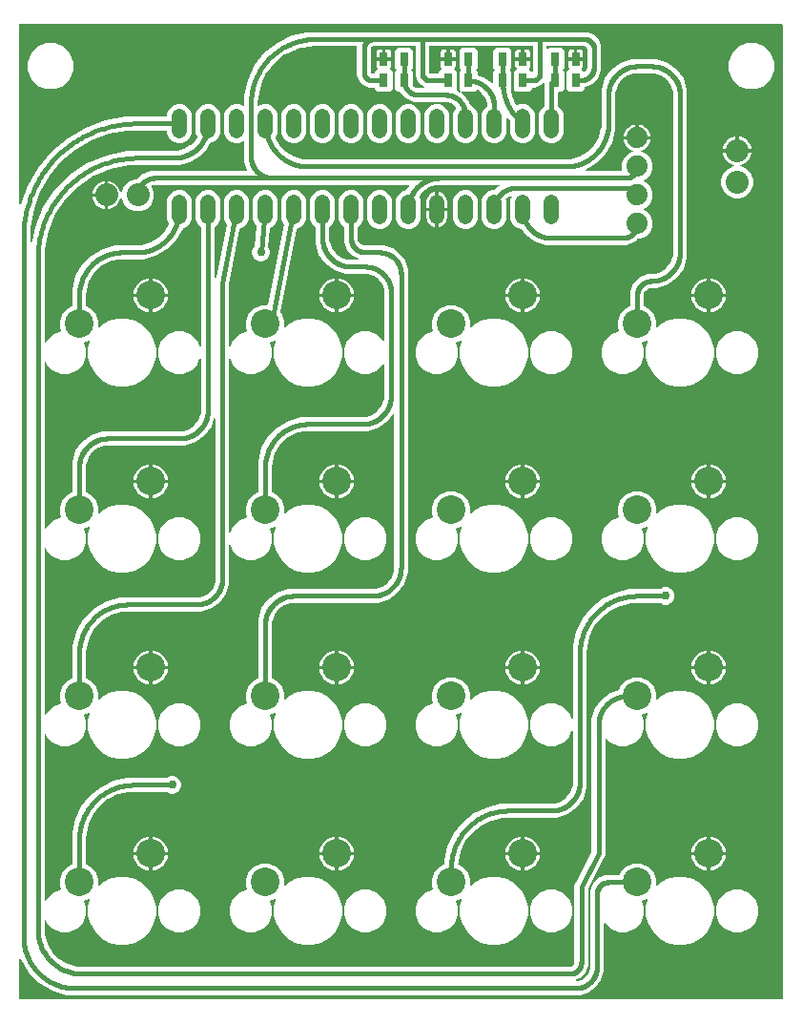
<source format=gbr>
G04 EAGLE Gerber RS-274X export*
G75*
%MOMM*%
%FSLAX34Y34*%
%LPD*%
%INTop Copper*%
%IPPOS*%
%AMOC8*
5,1,8,0,0,1.08239X$1,22.5*%
G01*
%ADD10C,1.320800*%
%ADD11C,1.879600*%
%ADD12C,2.540000*%
%ADD13C,2.032000*%
%ADD14R,0.800000X1.200000*%
%ADD15C,0.756400*%
%ADD16C,0.406400*%

G36*
X687398Y10164D02*
X687398Y10164D01*
X687417Y10162D01*
X687519Y10184D01*
X687621Y10200D01*
X687638Y10210D01*
X687658Y10214D01*
X687747Y10267D01*
X687838Y10316D01*
X687852Y10330D01*
X687869Y10340D01*
X687936Y10419D01*
X688008Y10494D01*
X688016Y10512D01*
X688029Y10527D01*
X688068Y10623D01*
X688111Y10717D01*
X688113Y10737D01*
X688121Y10755D01*
X688139Y10922D01*
X688139Y874778D01*
X688136Y874798D01*
X688138Y874817D01*
X688116Y874919D01*
X688100Y875021D01*
X688090Y875038D01*
X688086Y875058D01*
X688033Y875147D01*
X687984Y875238D01*
X687970Y875252D01*
X687960Y875269D01*
X687881Y875336D01*
X687806Y875408D01*
X687788Y875416D01*
X687773Y875429D01*
X687677Y875468D01*
X687583Y875511D01*
X687563Y875513D01*
X687545Y875521D01*
X687378Y875539D01*
X10922Y875539D01*
X10902Y875536D01*
X10883Y875538D01*
X10781Y875516D01*
X10679Y875500D01*
X10662Y875490D01*
X10642Y875486D01*
X10553Y875433D01*
X10462Y875384D01*
X10448Y875370D01*
X10431Y875360D01*
X10364Y875281D01*
X10292Y875206D01*
X10284Y875188D01*
X10271Y875173D01*
X10232Y875077D01*
X10189Y874983D01*
X10187Y874963D01*
X10179Y874945D01*
X10161Y874778D01*
X10161Y716438D01*
X10179Y716326D01*
X10195Y716213D01*
X10199Y716204D01*
X10200Y716195D01*
X10253Y716095D01*
X10304Y715993D01*
X10311Y715986D01*
X10316Y715978D01*
X10398Y715900D01*
X10479Y715819D01*
X10487Y715815D01*
X10494Y715808D01*
X10597Y715760D01*
X10699Y715710D01*
X10708Y715709D01*
X10717Y715705D01*
X10830Y715692D01*
X10943Y715677D01*
X10952Y715679D01*
X10961Y715678D01*
X11073Y715702D01*
X11184Y715723D01*
X11193Y715728D01*
X11202Y715730D01*
X11300Y715788D01*
X11399Y715844D01*
X11405Y715851D01*
X11413Y715856D01*
X11487Y715943D01*
X11563Y716027D01*
X11568Y716037D01*
X11573Y716043D01*
X11582Y716065D01*
X11637Y716177D01*
X17476Y732220D01*
X26787Y748347D01*
X38757Y762612D01*
X53023Y774583D01*
X69150Y783894D01*
X86650Y790263D01*
X104989Y793497D01*
X140970Y793497D01*
X140990Y793500D01*
X141009Y793498D01*
X141111Y793520D01*
X141213Y793536D01*
X141230Y793546D01*
X141250Y793550D01*
X141339Y793603D01*
X141430Y793652D01*
X141444Y793666D01*
X141461Y793676D01*
X141528Y793755D01*
X141600Y793830D01*
X141608Y793848D01*
X141621Y793863D01*
X141660Y793959D01*
X141703Y794053D01*
X141705Y794073D01*
X141713Y794091D01*
X141731Y794258D01*
X141731Y796126D01*
X143355Y800047D01*
X146357Y803049D01*
X150278Y804673D01*
X154522Y804673D01*
X158443Y803049D01*
X161445Y800047D01*
X163069Y796126D01*
X163069Y778674D01*
X161445Y774753D01*
X158443Y771751D01*
X154522Y770127D01*
X150278Y770127D01*
X146357Y771751D01*
X143355Y774753D01*
X141731Y778674D01*
X141731Y780542D01*
X141728Y780562D01*
X141730Y780581D01*
X141708Y780683D01*
X141692Y780785D01*
X141682Y780802D01*
X141678Y780822D01*
X141625Y780911D01*
X141576Y781002D01*
X141562Y781016D01*
X141552Y781033D01*
X141473Y781100D01*
X141398Y781172D01*
X141380Y781180D01*
X141365Y781193D01*
X141269Y781232D01*
X141175Y781275D01*
X141155Y781277D01*
X141137Y781285D01*
X140970Y781303D01*
X114300Y781303D01*
X114287Y781301D01*
X114267Y781303D01*
X106120Y780947D01*
X106089Y780940D01*
X106021Y780936D01*
X89975Y778107D01*
X89946Y778096D01*
X89847Y778072D01*
X74537Y772500D01*
X74509Y772484D01*
X74416Y772444D01*
X60306Y764297D01*
X60282Y764277D01*
X60197Y764221D01*
X47716Y753748D01*
X47696Y753724D01*
X47622Y753654D01*
X37149Y741173D01*
X37133Y741146D01*
X37073Y741064D01*
X28926Y726954D01*
X28915Y726924D01*
X28870Y726833D01*
X23298Y711523D01*
X23293Y711497D01*
X23283Y711477D01*
X23281Y711454D01*
X23263Y711395D01*
X20434Y695349D01*
X20434Y695317D01*
X20423Y695250D01*
X20067Y687103D01*
X20069Y687090D01*
X20067Y687070D01*
X20067Y682559D01*
X20075Y682510D01*
X20073Y682462D01*
X20094Y682390D01*
X20106Y682316D01*
X20129Y682273D01*
X20143Y682226D01*
X20187Y682165D01*
X20222Y682099D01*
X20257Y682065D01*
X20285Y682025D01*
X20346Y681981D01*
X20400Y681929D01*
X20444Y681909D01*
X20484Y681880D01*
X20555Y681857D01*
X20623Y681826D01*
X20672Y681820D01*
X20718Y681806D01*
X20793Y681807D01*
X20867Y681799D01*
X20915Y681809D01*
X20964Y681810D01*
X21035Y681835D01*
X21108Y681851D01*
X21150Y681876D01*
X21196Y681892D01*
X21255Y681939D01*
X21319Y681977D01*
X21351Y682014D01*
X21389Y682045D01*
X21430Y682107D01*
X21479Y682164D01*
X21497Y682209D01*
X21524Y682250D01*
X21562Y682370D01*
X21571Y682392D01*
X21572Y682401D01*
X21575Y682410D01*
X24224Y695729D01*
X31385Y713018D01*
X41781Y728577D01*
X55013Y741809D01*
X70572Y752205D01*
X87861Y759366D01*
X106214Y763017D01*
X147320Y763017D01*
X147338Y763020D01*
X147370Y763018D01*
X150453Y763220D01*
X150476Y763226D01*
X150600Y763245D01*
X156557Y764841D01*
X156571Y764847D01*
X156587Y764849D01*
X156740Y764917D01*
X162081Y768000D01*
X162093Y768010D01*
X162107Y768016D01*
X162238Y768121D01*
X166599Y772482D01*
X166608Y772494D01*
X166621Y772504D01*
X166720Y772639D01*
X168227Y775250D01*
X168233Y775266D01*
X168244Y775281D01*
X168277Y775381D01*
X168314Y775480D01*
X168315Y775498D01*
X168320Y775515D01*
X168319Y775620D01*
X168323Y775726D01*
X168318Y775743D01*
X168318Y775761D01*
X168271Y775922D01*
X167131Y778674D01*
X167131Y796126D01*
X168755Y800047D01*
X171757Y803049D01*
X175678Y804673D01*
X179922Y804673D01*
X183843Y803049D01*
X186845Y800047D01*
X188469Y796126D01*
X188469Y778674D01*
X186845Y774753D01*
X183843Y771751D01*
X179894Y770115D01*
X179888Y770115D01*
X179835Y770097D01*
X179779Y770088D01*
X179720Y770056D01*
X179656Y770033D01*
X179612Y769999D01*
X179562Y769972D01*
X179516Y769924D01*
X179462Y769882D01*
X179415Y769818D01*
X179393Y769794D01*
X179384Y769775D01*
X179363Y769747D01*
X176589Y764941D01*
X169779Y758131D01*
X161438Y753316D01*
X152135Y750823D01*
X115570Y750823D01*
X115556Y750821D01*
X115533Y750822D01*
X107491Y750427D01*
X107459Y750420D01*
X107380Y750414D01*
X91606Y747276D01*
X91584Y747268D01*
X91463Y747233D01*
X76604Y741078D01*
X76584Y741065D01*
X76473Y741008D01*
X63100Y732072D01*
X63082Y732056D01*
X63060Y732038D01*
X63032Y732021D01*
X63017Y732003D01*
X62985Y731978D01*
X51612Y720605D01*
X51599Y720586D01*
X51518Y720490D01*
X42582Y707117D01*
X42572Y707095D01*
X42512Y706986D01*
X36357Y692127D01*
X36352Y692104D01*
X36314Y691984D01*
X33176Y676210D01*
X33175Y676177D01*
X33163Y676099D01*
X32768Y668057D01*
X32769Y668043D01*
X32767Y668020D01*
X32767Y593442D01*
X32782Y593346D01*
X32792Y593249D01*
X32802Y593225D01*
X32806Y593199D01*
X32852Y593113D01*
X32892Y593024D01*
X32909Y593005D01*
X32922Y592982D01*
X32992Y592915D01*
X33058Y592843D01*
X33081Y592830D01*
X33100Y592812D01*
X33188Y592771D01*
X33274Y592724D01*
X33299Y592720D01*
X33323Y592709D01*
X33420Y592698D01*
X33516Y592681D01*
X33542Y592684D01*
X33567Y592682D01*
X33663Y592702D01*
X33759Y592716D01*
X33782Y592728D01*
X33808Y592734D01*
X33891Y592784D01*
X33978Y592828D01*
X33997Y592847D01*
X34019Y592860D01*
X34082Y592934D01*
X34150Y593004D01*
X34166Y593032D01*
X34179Y593047D01*
X34191Y593078D01*
X34231Y593151D01*
X34919Y594811D01*
X40189Y600081D01*
X47133Y602957D01*
X47142Y602960D01*
X47219Y602972D01*
X47260Y602994D01*
X47304Y603007D01*
X47368Y603051D01*
X47437Y603088D01*
X47468Y603121D01*
X47506Y603147D01*
X47552Y603209D01*
X47606Y603266D01*
X47625Y603308D01*
X47653Y603344D01*
X47677Y603418D01*
X47710Y603489D01*
X47715Y603535D01*
X47729Y603578D01*
X47728Y603656D01*
X47737Y603733D01*
X47727Y603778D01*
X47726Y603824D01*
X47688Y603956D01*
X47684Y603974D01*
X47682Y603978D01*
X47680Y603985D01*
X46735Y606265D01*
X46735Y612935D01*
X49288Y619096D01*
X54004Y623812D01*
X56933Y625026D01*
X57033Y625088D01*
X57133Y625148D01*
X57137Y625152D01*
X57142Y625156D01*
X57217Y625245D01*
X57293Y625334D01*
X57295Y625340D01*
X57299Y625345D01*
X57341Y625453D01*
X57385Y625563D01*
X57386Y625570D01*
X57387Y625575D01*
X57388Y625593D01*
X57403Y625729D01*
X57403Y640819D01*
X60415Y652059D01*
X66234Y662137D01*
X74463Y670366D01*
X84541Y676185D01*
X95781Y679197D01*
X114300Y679197D01*
X114319Y679200D01*
X114350Y679198D01*
X118428Y679466D01*
X118451Y679471D01*
X118575Y679490D01*
X126453Y681601D01*
X126467Y681607D01*
X126483Y681610D01*
X126636Y681677D01*
X133700Y685755D01*
X133712Y685765D01*
X133726Y685771D01*
X133857Y685876D01*
X139624Y691643D01*
X139633Y691656D01*
X139646Y691665D01*
X139745Y691800D01*
X143288Y697937D01*
X143294Y697954D01*
X143305Y697968D01*
X143338Y698069D01*
X143375Y698167D01*
X143376Y698185D01*
X143381Y698202D01*
X143380Y698307D01*
X143382Y698356D01*
X143384Y698370D01*
X143383Y698374D01*
X143384Y698413D01*
X143379Y698430D01*
X143379Y698448D01*
X143332Y698609D01*
X141731Y702474D01*
X141731Y719926D01*
X143355Y723847D01*
X146357Y726849D01*
X150278Y728473D01*
X154522Y728473D01*
X158443Y726849D01*
X161445Y723847D01*
X163069Y719926D01*
X163069Y702474D01*
X161445Y698553D01*
X158443Y695551D01*
X155864Y694483D01*
X155829Y694461D01*
X155789Y694447D01*
X155725Y694397D01*
X155655Y694354D01*
X155628Y694321D01*
X155596Y694296D01*
X155527Y694203D01*
X155516Y694191D01*
X155512Y694182D01*
X155503Y694170D01*
X155498Y694164D01*
X155498Y694162D01*
X155496Y694160D01*
X149666Y684063D01*
X141437Y675834D01*
X131359Y670015D01*
X120119Y667003D01*
X101600Y667003D01*
X101581Y667000D01*
X101550Y667002D01*
X97472Y666734D01*
X97449Y666729D01*
X97325Y666710D01*
X89447Y664599D01*
X89433Y664593D01*
X89417Y664590D01*
X89264Y664523D01*
X82200Y660445D01*
X82188Y660435D01*
X82174Y660429D01*
X82043Y660324D01*
X76276Y654557D01*
X76267Y654544D01*
X76254Y654535D01*
X76155Y654400D01*
X72077Y647336D01*
X72071Y647322D01*
X72062Y647309D01*
X72001Y647153D01*
X69890Y639275D01*
X69888Y639251D01*
X69866Y639128D01*
X69598Y635050D01*
X69600Y635031D01*
X69597Y635000D01*
X69597Y625729D01*
X69616Y625615D01*
X69633Y625498D01*
X69635Y625493D01*
X69636Y625487D01*
X69691Y625384D01*
X69744Y625279D01*
X69749Y625275D01*
X69752Y625269D01*
X69836Y625189D01*
X69920Y625107D01*
X69926Y625103D01*
X69930Y625100D01*
X69947Y625092D01*
X70067Y625026D01*
X72996Y623812D01*
X77712Y619096D01*
X80265Y612935D01*
X80265Y607359D01*
X80276Y607288D01*
X80278Y607217D01*
X80296Y607168D01*
X80304Y607116D01*
X80338Y607053D01*
X80363Y606986D01*
X80395Y606945D01*
X80420Y606899D01*
X80472Y606850D01*
X80516Y606794D01*
X80560Y606765D01*
X80598Y606730D01*
X80663Y606699D01*
X80723Y606661D01*
X80774Y606648D01*
X80821Y606626D01*
X80892Y606618D01*
X80962Y606601D01*
X81014Y606605D01*
X81065Y606599D01*
X81136Y606614D01*
X81207Y606620D01*
X81255Y606640D01*
X81306Y606651D01*
X81367Y606688D01*
X81433Y606716D01*
X81489Y606761D01*
X81517Y606777D01*
X81532Y606795D01*
X81564Y606821D01*
X83080Y608336D01*
X89958Y612307D01*
X97629Y614363D01*
X105571Y614363D01*
X113242Y612307D01*
X120120Y608336D01*
X125736Y602720D01*
X129707Y595842D01*
X131763Y588171D01*
X131763Y580229D01*
X129707Y572558D01*
X125736Y565680D01*
X120120Y560064D01*
X113242Y556093D01*
X105571Y554037D01*
X97629Y554037D01*
X89958Y556093D01*
X83080Y560064D01*
X77464Y565680D01*
X73493Y572558D01*
X71437Y580229D01*
X71437Y588171D01*
X73018Y594071D01*
X73020Y594093D01*
X73028Y594113D01*
X73033Y594215D01*
X73043Y594316D01*
X73038Y594337D01*
X73039Y594359D01*
X73010Y594457D01*
X72988Y594555D01*
X72976Y594574D01*
X72970Y594595D01*
X72912Y594679D01*
X72859Y594765D01*
X72842Y594779D01*
X72830Y594797D01*
X72748Y594858D01*
X72671Y594923D01*
X72650Y594931D01*
X72632Y594944D01*
X72536Y594976D01*
X72442Y595013D01*
X72420Y595014D01*
X72399Y595020D01*
X72297Y595019D01*
X72196Y595024D01*
X72175Y595018D01*
X72153Y595018D01*
X71992Y594971D01*
X68105Y593362D01*
X68088Y593351D01*
X68069Y593346D01*
X67984Y593286D01*
X67896Y593232D01*
X67884Y593217D01*
X67867Y593205D01*
X67805Y593122D01*
X67739Y593042D01*
X67732Y593024D01*
X67720Y593008D01*
X67688Y592909D01*
X67651Y592813D01*
X67650Y592793D01*
X67644Y592774D01*
X67645Y592670D01*
X67641Y592567D01*
X67646Y592548D01*
X67647Y592528D01*
X67693Y592367D01*
X69533Y587926D01*
X69533Y580474D01*
X66681Y573589D01*
X61411Y568319D01*
X54526Y565467D01*
X47074Y565467D01*
X40189Y568319D01*
X34919Y573589D01*
X34231Y575249D01*
X34180Y575333D01*
X34134Y575418D01*
X34116Y575436D01*
X34102Y575459D01*
X34026Y575521D01*
X33956Y575588D01*
X33932Y575599D01*
X33912Y575615D01*
X33821Y575650D01*
X33733Y575691D01*
X33707Y575694D01*
X33683Y575704D01*
X33585Y575708D01*
X33489Y575718D01*
X33463Y575713D01*
X33437Y575714D01*
X33343Y575687D01*
X33248Y575666D01*
X33226Y575653D01*
X33201Y575645D01*
X33121Y575590D01*
X33037Y575540D01*
X33020Y575520D01*
X32999Y575505D01*
X32940Y575427D01*
X32877Y575353D01*
X32867Y575329D01*
X32852Y575308D01*
X32822Y575215D01*
X32785Y575125D01*
X32782Y575092D01*
X32776Y575074D01*
X32776Y575041D01*
X32767Y574958D01*
X32767Y428342D01*
X32782Y428246D01*
X32792Y428149D01*
X32802Y428125D01*
X32806Y428099D01*
X32852Y428013D01*
X32892Y427924D01*
X32909Y427905D01*
X32922Y427882D01*
X32992Y427815D01*
X33058Y427743D01*
X33081Y427730D01*
X33100Y427712D01*
X33188Y427671D01*
X33274Y427624D01*
X33299Y427620D01*
X33323Y427609D01*
X33420Y427598D01*
X33516Y427581D01*
X33542Y427585D01*
X33567Y427582D01*
X33663Y427602D01*
X33759Y427616D01*
X33782Y427628D01*
X33808Y427634D01*
X33891Y427684D01*
X33978Y427728D01*
X33997Y427747D01*
X34019Y427760D01*
X34082Y427834D01*
X34150Y427904D01*
X34166Y427932D01*
X34179Y427947D01*
X34191Y427978D01*
X34231Y428051D01*
X34919Y429711D01*
X40189Y434981D01*
X47133Y437857D01*
X47142Y437860D01*
X47219Y437872D01*
X47260Y437894D01*
X47304Y437907D01*
X47368Y437951D01*
X47436Y437988D01*
X47468Y438021D01*
X47506Y438047D01*
X47552Y438110D01*
X47606Y438166D01*
X47625Y438208D01*
X47653Y438244D01*
X47677Y438318D01*
X47709Y438389D01*
X47715Y438435D01*
X47729Y438478D01*
X47728Y438556D01*
X47737Y438633D01*
X47727Y438678D01*
X47726Y438724D01*
X47688Y438856D01*
X47684Y438874D01*
X47682Y438878D01*
X47680Y438885D01*
X46735Y441165D01*
X46735Y447835D01*
X49288Y453996D01*
X54004Y458712D01*
X56933Y459926D01*
X57033Y459988D01*
X57133Y460048D01*
X57137Y460052D01*
X57142Y460056D01*
X57217Y460145D01*
X57293Y460234D01*
X57295Y460240D01*
X57299Y460245D01*
X57341Y460353D01*
X57385Y460463D01*
X57386Y460470D01*
X57387Y460475D01*
X57388Y460493D01*
X57403Y460629D01*
X57403Y487589D01*
X60486Y497077D01*
X66351Y505149D01*
X74423Y511014D01*
X83911Y514097D01*
X152400Y514097D01*
X152422Y514100D01*
X152460Y514099D01*
X155360Y514327D01*
X155366Y514329D01*
X155372Y514328D01*
X155536Y514362D01*
X161053Y516155D01*
X161085Y516171D01*
X161120Y516180D01*
X161265Y516263D01*
X165959Y519673D01*
X165984Y519698D01*
X166014Y519717D01*
X166127Y519841D01*
X169537Y524535D01*
X169553Y524567D01*
X169576Y524594D01*
X169645Y524747D01*
X171438Y530264D01*
X171439Y530270D01*
X171441Y530275D01*
X171473Y530440D01*
X171701Y533340D01*
X171699Y533362D01*
X171703Y533400D01*
X171703Y578024D01*
X171688Y578120D01*
X171678Y578217D01*
X171668Y578241D01*
X171664Y578267D01*
X171618Y578353D01*
X171578Y578442D01*
X171561Y578461D01*
X171548Y578484D01*
X171478Y578551D01*
X171412Y578623D01*
X171389Y578636D01*
X171370Y578654D01*
X171282Y578695D01*
X171196Y578742D01*
X171171Y578746D01*
X171147Y578757D01*
X171050Y578768D01*
X170954Y578785D01*
X170928Y578782D01*
X170903Y578784D01*
X170807Y578764D01*
X170711Y578750D01*
X170688Y578738D01*
X170662Y578732D01*
X170579Y578682D01*
X170492Y578638D01*
X170473Y578619D01*
X170451Y578606D01*
X170388Y578532D01*
X170320Y578462D01*
X170304Y578434D01*
X170291Y578419D01*
X170279Y578388D01*
X170239Y578316D01*
X168281Y573589D01*
X163011Y568319D01*
X156126Y565467D01*
X148674Y565467D01*
X141789Y568319D01*
X136519Y573589D01*
X133667Y580474D01*
X133667Y587926D01*
X136519Y594811D01*
X141789Y600081D01*
X148674Y602933D01*
X156126Y602933D01*
X163011Y600081D01*
X168281Y594811D01*
X170239Y590084D01*
X170290Y590002D01*
X170336Y589916D01*
X170355Y589898D01*
X170368Y589875D01*
X170443Y589813D01*
X170514Y589746D01*
X170538Y589735D01*
X170558Y589719D01*
X170649Y589684D01*
X170737Y589643D01*
X170763Y589640D01*
X170787Y589630D01*
X170885Y589626D01*
X170981Y589616D01*
X171007Y589621D01*
X171033Y589620D01*
X171127Y589647D01*
X171222Y589668D01*
X171244Y589681D01*
X171269Y589689D01*
X171349Y589744D01*
X171433Y589794D01*
X171450Y589814D01*
X171471Y589829D01*
X171530Y589907D01*
X171593Y589981D01*
X171603Y590005D01*
X171618Y590026D01*
X171648Y590119D01*
X171685Y590209D01*
X171688Y590242D01*
X171694Y590260D01*
X171694Y590293D01*
X171703Y590376D01*
X171703Y695290D01*
X171700Y695308D01*
X171702Y695325D01*
X171687Y695393D01*
X171681Y695471D01*
X171669Y695500D01*
X171664Y695532D01*
X171653Y695552D01*
X171650Y695566D01*
X171619Y695618D01*
X171585Y695697D01*
X171559Y695729D01*
X171548Y695750D01*
X171529Y695768D01*
X171524Y695777D01*
X171516Y695784D01*
X171480Y695828D01*
X168755Y698553D01*
X167131Y702474D01*
X167131Y719926D01*
X168755Y723847D01*
X171757Y726849D01*
X175678Y728473D01*
X179922Y728473D01*
X183843Y726849D01*
X186845Y723847D01*
X188469Y719926D01*
X188469Y702474D01*
X186845Y698553D01*
X184120Y695828D01*
X184067Y695754D01*
X184028Y695714D01*
X184024Y695704D01*
X184007Y695684D01*
X183995Y695654D01*
X183976Y695628D01*
X183952Y695548D01*
X183925Y695491D01*
X183923Y695476D01*
X183915Y695456D01*
X183911Y695415D01*
X183904Y695393D01*
X183905Y695361D01*
X183897Y695290D01*
X183897Y651096D01*
X183905Y651046D01*
X183904Y650994D01*
X183925Y650925D01*
X183936Y650854D01*
X183961Y650808D01*
X183976Y650759D01*
X184018Y650700D01*
X184052Y650636D01*
X184089Y650601D01*
X184119Y650559D01*
X184177Y650517D01*
X184230Y650467D01*
X184277Y650445D01*
X184318Y650415D01*
X184387Y650394D01*
X184453Y650363D01*
X184504Y650358D01*
X184553Y650342D01*
X184626Y650344D01*
X184697Y650336D01*
X184748Y650347D01*
X184799Y650348D01*
X184867Y650373D01*
X184938Y650388D01*
X184982Y650415D01*
X185030Y650432D01*
X185087Y650478D01*
X185149Y650515D01*
X185182Y650554D01*
X185223Y650586D01*
X185262Y650646D01*
X185309Y650702D01*
X185328Y650749D01*
X185356Y650792D01*
X185391Y650905D01*
X185401Y650930D01*
X185402Y650941D01*
X185406Y650953D01*
X194418Y697817D01*
X194419Y697858D01*
X194429Y697897D01*
X194422Y697980D01*
X194425Y698063D01*
X194413Y698102D01*
X194410Y698142D01*
X194377Y698219D01*
X194353Y698298D01*
X194329Y698331D01*
X194313Y698369D01*
X194211Y698496D01*
X194210Y698498D01*
X194209Y698499D01*
X194155Y698553D01*
X192531Y702474D01*
X192531Y719926D01*
X194155Y723847D01*
X197157Y726849D01*
X201078Y728473D01*
X205322Y728473D01*
X209243Y726849D01*
X212245Y723847D01*
X213869Y719926D01*
X213869Y702474D01*
X212245Y698553D01*
X209243Y695551D01*
X206532Y694428D01*
X206493Y694404D01*
X206451Y694389D01*
X206390Y694340D01*
X206323Y694299D01*
X206294Y694264D01*
X206259Y694236D01*
X206216Y694170D01*
X206166Y694109D01*
X206150Y694067D01*
X206125Y694029D01*
X206084Y693895D01*
X206078Y693880D01*
X206078Y693875D01*
X206076Y693869D01*
X196610Y644650D01*
X196610Y644623D01*
X196597Y644507D01*
X196597Y590376D01*
X196612Y590280D01*
X196622Y590183D01*
X196632Y590159D01*
X196636Y590133D01*
X196682Y590047D01*
X196722Y589958D01*
X196739Y589939D01*
X196752Y589916D01*
X196822Y589849D01*
X196888Y589777D01*
X196911Y589764D01*
X196930Y589746D01*
X197018Y589705D01*
X197104Y589658D01*
X197129Y589654D01*
X197153Y589643D01*
X197250Y589632D01*
X197346Y589615D01*
X197372Y589618D01*
X197397Y589616D01*
X197493Y589636D01*
X197589Y589650D01*
X197612Y589662D01*
X197638Y589668D01*
X197721Y589718D01*
X197808Y589762D01*
X197827Y589781D01*
X197849Y589794D01*
X197912Y589868D01*
X197980Y589938D01*
X197996Y589966D01*
X198009Y589981D01*
X198021Y590012D01*
X198061Y590084D01*
X200019Y594811D01*
X205289Y600081D01*
X212233Y602957D01*
X212242Y602960D01*
X212319Y602972D01*
X212360Y602994D01*
X212404Y603007D01*
X212468Y603051D01*
X212537Y603088D01*
X212568Y603121D01*
X212606Y603147D01*
X212652Y603209D01*
X212706Y603266D01*
X212725Y603308D01*
X212753Y603344D01*
X212777Y603418D01*
X212810Y603489D01*
X212815Y603535D01*
X212829Y603578D01*
X212828Y603656D01*
X212837Y603733D01*
X212827Y603778D01*
X212826Y603824D01*
X212788Y603956D01*
X212784Y603974D01*
X212782Y603978D01*
X212780Y603985D01*
X211835Y606265D01*
X211835Y612935D01*
X214388Y619096D01*
X219104Y623812D01*
X225265Y626365D01*
X230191Y626365D01*
X230259Y626376D01*
X230327Y626377D01*
X230379Y626396D01*
X230434Y626404D01*
X230494Y626436D01*
X230559Y626459D01*
X230603Y626494D01*
X230652Y626520D01*
X230698Y626569D01*
X230752Y626611D01*
X230783Y626658D01*
X230821Y626698D01*
X230850Y626760D01*
X230887Y626817D01*
X230911Y626891D01*
X230925Y626921D01*
X230927Y626942D01*
X230938Y626977D01*
X245124Y697905D01*
X245125Y697948D01*
X245136Y697990D01*
X245129Y698071D01*
X245132Y698151D01*
X245120Y698192D01*
X245116Y698236D01*
X245085Y698310D01*
X245062Y698387D01*
X245037Y698422D01*
X245020Y698462D01*
X244964Y698532D01*
X243331Y702474D01*
X243331Y719926D01*
X244955Y723847D01*
X247957Y726849D01*
X251878Y728473D01*
X256122Y728473D01*
X260043Y726849D01*
X263045Y723847D01*
X264669Y719926D01*
X264669Y702474D01*
X263045Y698553D01*
X260043Y695551D01*
X257196Y694372D01*
X257160Y694350D01*
X257120Y694336D01*
X257056Y694285D01*
X256987Y694243D01*
X256960Y694210D01*
X256927Y694184D01*
X256882Y694116D01*
X256830Y694053D01*
X256815Y694013D01*
X256792Y693978D01*
X256746Y693832D01*
X256742Y693823D01*
X256742Y693821D01*
X256741Y693818D01*
X242046Y620342D01*
X242044Y620299D01*
X242034Y620257D01*
X242040Y620177D01*
X242037Y620097D01*
X242050Y620055D01*
X242053Y620012D01*
X242085Y619938D01*
X242107Y619861D01*
X242132Y619826D01*
X242149Y619786D01*
X242242Y619670D01*
X242249Y619660D01*
X242251Y619658D01*
X242254Y619655D01*
X242812Y619096D01*
X245365Y612935D01*
X245365Y607359D01*
X245376Y607288D01*
X245378Y607217D01*
X245396Y607168D01*
X245404Y607116D01*
X245438Y607053D01*
X245463Y606986D01*
X245495Y606945D01*
X245520Y606899D01*
X245572Y606850D01*
X245616Y606794D01*
X245660Y606765D01*
X245698Y606730D01*
X245763Y606699D01*
X245823Y606661D01*
X245874Y606648D01*
X245921Y606626D01*
X245992Y606618D01*
X246062Y606601D01*
X246114Y606605D01*
X246165Y606599D01*
X246236Y606614D01*
X246307Y606620D01*
X246355Y606640D01*
X246406Y606651D01*
X246467Y606688D01*
X246533Y606716D01*
X246589Y606761D01*
X246617Y606777D01*
X246632Y606795D01*
X246664Y606821D01*
X248180Y608336D01*
X255058Y612307D01*
X262729Y614363D01*
X270671Y614363D01*
X278342Y612307D01*
X285220Y608336D01*
X290836Y602720D01*
X294807Y595842D01*
X296863Y588171D01*
X296863Y580229D01*
X294807Y572558D01*
X290836Y565680D01*
X285220Y560064D01*
X278342Y556093D01*
X270671Y554037D01*
X262729Y554037D01*
X255058Y556093D01*
X248180Y560064D01*
X242564Y565680D01*
X238593Y572558D01*
X236537Y580229D01*
X236537Y588171D01*
X238118Y594071D01*
X238120Y594093D01*
X238128Y594113D01*
X238133Y594215D01*
X238143Y594316D01*
X238138Y594337D01*
X238139Y594359D01*
X238110Y594457D01*
X238088Y594555D01*
X238076Y594574D01*
X238070Y594595D01*
X238012Y594679D01*
X237959Y594765D01*
X237942Y594779D01*
X237930Y594797D01*
X237848Y594858D01*
X237771Y594923D01*
X237750Y594931D01*
X237732Y594944D01*
X237636Y594976D01*
X237542Y595013D01*
X237520Y595014D01*
X237499Y595020D01*
X237397Y595019D01*
X237296Y595024D01*
X237275Y595018D01*
X237253Y595018D01*
X237092Y594971D01*
X233205Y593362D01*
X233188Y593351D01*
X233169Y593346D01*
X233084Y593286D01*
X232996Y593232D01*
X232984Y593217D01*
X232967Y593205D01*
X232905Y593122D01*
X232839Y593042D01*
X232832Y593024D01*
X232820Y593008D01*
X232788Y592909D01*
X232751Y592813D01*
X232750Y592793D01*
X232744Y592774D01*
X232745Y592670D01*
X232741Y592567D01*
X232746Y592548D01*
X232747Y592528D01*
X232793Y592367D01*
X234633Y587926D01*
X234633Y580474D01*
X231781Y573589D01*
X226511Y568319D01*
X219626Y565467D01*
X212174Y565467D01*
X205289Y568319D01*
X200019Y573589D01*
X198061Y578316D01*
X198010Y578398D01*
X197964Y578484D01*
X197945Y578502D01*
X197932Y578525D01*
X197857Y578587D01*
X197786Y578654D01*
X197762Y578665D01*
X197742Y578681D01*
X197651Y578716D01*
X197563Y578757D01*
X197537Y578760D01*
X197513Y578770D01*
X197415Y578774D01*
X197319Y578784D01*
X197293Y578779D01*
X197267Y578780D01*
X197173Y578753D01*
X197078Y578732D01*
X197056Y578719D01*
X197031Y578711D01*
X196951Y578656D01*
X196867Y578606D01*
X196850Y578586D01*
X196829Y578571D01*
X196770Y578493D01*
X196707Y578419D01*
X196697Y578395D01*
X196682Y578374D01*
X196652Y578281D01*
X196615Y578191D01*
X196612Y578158D01*
X196606Y578140D01*
X196606Y578107D01*
X196597Y578024D01*
X196597Y425276D01*
X196612Y425180D01*
X196622Y425083D01*
X196632Y425059D01*
X196636Y425033D01*
X196682Y424947D01*
X196722Y424858D01*
X196739Y424839D01*
X196752Y424816D01*
X196822Y424749D01*
X196888Y424677D01*
X196911Y424664D01*
X196930Y424646D01*
X197018Y424605D01*
X197104Y424558D01*
X197129Y424554D01*
X197153Y424543D01*
X197250Y424532D01*
X197346Y424515D01*
X197372Y424518D01*
X197397Y424516D01*
X197493Y424536D01*
X197589Y424550D01*
X197612Y424562D01*
X197638Y424568D01*
X197721Y424618D01*
X197808Y424662D01*
X197827Y424681D01*
X197849Y424694D01*
X197912Y424768D01*
X197980Y424838D01*
X197996Y424866D01*
X198009Y424881D01*
X198021Y424912D01*
X198061Y424985D01*
X200019Y429711D01*
X205289Y434981D01*
X212233Y437857D01*
X212242Y437860D01*
X212319Y437872D01*
X212360Y437894D01*
X212404Y437907D01*
X212468Y437951D01*
X212536Y437988D01*
X212568Y438021D01*
X212606Y438047D01*
X212652Y438110D01*
X212706Y438166D01*
X212725Y438208D01*
X212753Y438244D01*
X212777Y438318D01*
X212809Y438389D01*
X212815Y438435D01*
X212829Y438478D01*
X212828Y438556D01*
X212837Y438633D01*
X212827Y438678D01*
X212826Y438724D01*
X212788Y438856D01*
X212784Y438874D01*
X212782Y438878D01*
X212780Y438885D01*
X211835Y441165D01*
X211835Y447835D01*
X214388Y453996D01*
X219104Y458712D01*
X222033Y459926D01*
X222133Y459988D01*
X222233Y460048D01*
X222237Y460052D01*
X222242Y460056D01*
X222317Y460145D01*
X222393Y460234D01*
X222395Y460240D01*
X222399Y460245D01*
X222441Y460353D01*
X222485Y460463D01*
X222486Y460470D01*
X222487Y460475D01*
X222488Y460493D01*
X222503Y460629D01*
X222503Y488419D01*
X225515Y499659D01*
X231334Y509737D01*
X239563Y517966D01*
X249641Y523785D01*
X260881Y526797D01*
X314960Y526797D01*
X314982Y526800D01*
X315020Y526799D01*
X317920Y527027D01*
X317926Y527029D01*
X317932Y527028D01*
X318096Y527062D01*
X323613Y528855D01*
X323645Y528871D01*
X323680Y528880D01*
X323825Y528963D01*
X328519Y532373D01*
X328544Y532398D01*
X328574Y532417D01*
X328687Y532541D01*
X332097Y537235D01*
X332113Y537267D01*
X332136Y537294D01*
X332205Y537447D01*
X333998Y542964D01*
X333999Y542970D01*
X334001Y542975D01*
X334033Y543140D01*
X334261Y546040D01*
X334259Y546062D01*
X334263Y546100D01*
X334263Y572633D01*
X334252Y572704D01*
X334250Y572776D01*
X334232Y572825D01*
X334224Y572876D01*
X334190Y572939D01*
X334165Y573007D01*
X334133Y573047D01*
X334108Y573094D01*
X334056Y573143D01*
X334012Y573199D01*
X333968Y573227D01*
X333930Y573263D01*
X333865Y573293D01*
X333805Y573332D01*
X333754Y573345D01*
X333707Y573367D01*
X333636Y573374D01*
X333566Y573392D01*
X333514Y573388D01*
X333463Y573394D01*
X333392Y573378D01*
X333321Y573373D01*
X333273Y573352D01*
X333222Y573341D01*
X333161Y573305D01*
X333095Y573276D01*
X333039Y573232D01*
X333011Y573215D01*
X332996Y573197D01*
X332964Y573172D01*
X328111Y568319D01*
X321226Y565467D01*
X313774Y565467D01*
X306889Y568319D01*
X301619Y573589D01*
X298767Y580474D01*
X298767Y587926D01*
X301619Y594811D01*
X306889Y600081D01*
X313774Y602933D01*
X321226Y602933D01*
X328111Y600081D01*
X332964Y595228D01*
X333022Y595186D01*
X333074Y595137D01*
X333121Y595115D01*
X333163Y595085D01*
X333232Y595064D01*
X333297Y595033D01*
X333349Y595028D01*
X333399Y595012D01*
X333470Y595014D01*
X333541Y595006D01*
X333592Y595017D01*
X333644Y595019D01*
X333712Y595043D01*
X333782Y595059D01*
X333827Y595085D01*
X333875Y595103D01*
X333931Y595148D01*
X333993Y595185D01*
X334027Y595224D01*
X334067Y595257D01*
X334106Y595317D01*
X334153Y595372D01*
X334172Y595420D01*
X334200Y595464D01*
X334218Y595533D01*
X334245Y595600D01*
X334253Y595671D01*
X334261Y595702D01*
X334259Y595726D01*
X334263Y595767D01*
X334263Y637540D01*
X334260Y637562D01*
X334261Y637600D01*
X334064Y640103D01*
X334063Y640109D01*
X334063Y640114D01*
X334029Y640279D01*
X332482Y645040D01*
X332465Y645072D01*
X332457Y645106D01*
X332374Y645252D01*
X329431Y649303D01*
X329413Y649320D01*
X329401Y649340D01*
X329394Y649347D01*
X329387Y649358D01*
X329263Y649471D01*
X325212Y652414D01*
X325180Y652430D01*
X325153Y652453D01*
X325000Y652522D01*
X320239Y654069D01*
X320233Y654070D01*
X320228Y654072D01*
X320063Y654104D01*
X317560Y654301D01*
X317538Y654299D01*
X317500Y654303D01*
X299811Y654303D01*
X290323Y657386D01*
X282251Y663251D01*
X276386Y671323D01*
X273303Y680811D01*
X273303Y695290D01*
X273300Y695308D01*
X273302Y695325D01*
X273287Y695393D01*
X273281Y695471D01*
X273269Y695500D01*
X273264Y695532D01*
X273253Y695553D01*
X273250Y695566D01*
X273219Y695618D01*
X273185Y695697D01*
X273159Y695729D01*
X273148Y695750D01*
X273129Y695768D01*
X273124Y695777D01*
X273116Y695784D01*
X273080Y695828D01*
X270355Y698553D01*
X268731Y702474D01*
X268731Y719926D01*
X270355Y723847D01*
X273357Y726849D01*
X277278Y728473D01*
X281522Y728473D01*
X285443Y726849D01*
X288445Y723847D01*
X290069Y719926D01*
X290069Y702474D01*
X288445Y698553D01*
X285720Y695828D01*
X285667Y695754D01*
X285628Y695714D01*
X285624Y695704D01*
X285607Y695684D01*
X285595Y695654D01*
X285576Y695628D01*
X285552Y695548D01*
X285525Y695491D01*
X285523Y695476D01*
X285515Y695456D01*
X285511Y695415D01*
X285504Y695393D01*
X285505Y695361D01*
X285497Y695290D01*
X285497Y685800D01*
X285500Y685778D01*
X285499Y685740D01*
X285727Y682840D01*
X285729Y682834D01*
X285728Y682828D01*
X285762Y682664D01*
X287555Y677147D01*
X287571Y677115D01*
X287580Y677080D01*
X287663Y676935D01*
X291073Y672241D01*
X291098Y672216D01*
X291117Y672186D01*
X291241Y672073D01*
X295935Y668663D01*
X295967Y668647D01*
X295994Y668624D01*
X296147Y668555D01*
X301664Y666762D01*
X301670Y666761D01*
X301675Y666759D01*
X301840Y666727D01*
X304740Y666499D01*
X304762Y666501D01*
X304800Y666497D01*
X311157Y666497D01*
X311253Y666512D01*
X311350Y666522D01*
X311374Y666532D01*
X311400Y666536D01*
X311486Y666582D01*
X311575Y666622D01*
X311594Y666639D01*
X311617Y666652D01*
X311684Y666722D01*
X311756Y666788D01*
X311768Y666811D01*
X311786Y666830D01*
X311827Y666918D01*
X311874Y667004D01*
X311879Y667029D01*
X311890Y667053D01*
X311901Y667150D01*
X311918Y667246D01*
X311914Y667272D01*
X311917Y667297D01*
X311896Y667393D01*
X311882Y667489D01*
X311870Y667512D01*
X311865Y667538D01*
X311815Y667621D01*
X311771Y667708D01*
X311752Y667727D01*
X311739Y667749D01*
X311665Y667812D01*
X311595Y667880D01*
X311567Y667896D01*
X311552Y667909D01*
X311521Y667921D01*
X311448Y667961D01*
X306852Y669865D01*
X301565Y675152D01*
X298703Y682061D01*
X298703Y695290D01*
X298700Y695308D01*
X298702Y695325D01*
X298687Y695393D01*
X298681Y695471D01*
X298669Y695500D01*
X298664Y695532D01*
X298653Y695553D01*
X298650Y695566D01*
X298619Y695618D01*
X298585Y695697D01*
X298559Y695729D01*
X298548Y695750D01*
X298529Y695768D01*
X298524Y695777D01*
X298516Y695784D01*
X298480Y695828D01*
X295755Y698553D01*
X294131Y702474D01*
X294131Y719926D01*
X295755Y723847D01*
X298757Y726849D01*
X302678Y728473D01*
X306922Y728473D01*
X310843Y726849D01*
X313845Y723847D01*
X315469Y719926D01*
X315469Y702474D01*
X313845Y698553D01*
X311120Y695828D01*
X311067Y695754D01*
X311028Y695714D01*
X311024Y695704D01*
X311007Y695684D01*
X310995Y695654D01*
X310976Y695628D01*
X310952Y695548D01*
X310925Y695491D01*
X310923Y695476D01*
X310915Y695456D01*
X310911Y695415D01*
X310904Y695393D01*
X310905Y695361D01*
X310897Y695290D01*
X310897Y685800D01*
X310901Y685774D01*
X310900Y685725D01*
X311013Y684586D01*
X311020Y684558D01*
X311020Y684530D01*
X311067Y684369D01*
X311939Y682263D01*
X311974Y682207D01*
X311999Y682147D01*
X312051Y682082D01*
X312069Y682054D01*
X312084Y682042D01*
X312104Y682016D01*
X313716Y680404D01*
X313769Y680366D01*
X313816Y680320D01*
X313889Y680280D01*
X313916Y680261D01*
X313934Y680255D01*
X313963Y680239D01*
X316069Y679367D01*
X316097Y679360D01*
X316122Y679347D01*
X316286Y679313D01*
X317425Y679200D01*
X317452Y679202D01*
X317500Y679197D01*
X334183Y679197D01*
X341759Y676735D01*
X348203Y672053D01*
X352885Y665609D01*
X355347Y658033D01*
X355347Y388711D01*
X352264Y379223D01*
X346399Y371151D01*
X338327Y365286D01*
X328839Y362203D01*
X254000Y362203D01*
X253978Y362200D01*
X253940Y362201D01*
X251040Y361973D01*
X251034Y361971D01*
X251028Y361972D01*
X250864Y361938D01*
X245347Y360145D01*
X245315Y360129D01*
X245280Y360120D01*
X245135Y360037D01*
X240441Y356627D01*
X240416Y356602D01*
X240386Y356583D01*
X240273Y356459D01*
X236863Y351765D01*
X236847Y351733D01*
X236824Y351706D01*
X236755Y351553D01*
X234962Y346036D01*
X234961Y346030D01*
X234959Y346025D01*
X234927Y345860D01*
X234699Y342960D01*
X234701Y342938D01*
X234697Y342900D01*
X234697Y295529D01*
X234716Y295415D01*
X234733Y295298D01*
X234735Y295293D01*
X234736Y295287D01*
X234791Y295184D01*
X234844Y295079D01*
X234849Y295075D01*
X234852Y295069D01*
X234936Y294989D01*
X235020Y294907D01*
X235026Y294903D01*
X235030Y294900D01*
X235047Y294892D01*
X235167Y294826D01*
X238096Y293612D01*
X242812Y288896D01*
X245365Y282735D01*
X245365Y277159D01*
X245376Y277088D01*
X245378Y277017D01*
X245396Y276968D01*
X245404Y276916D01*
X245438Y276853D01*
X245463Y276786D01*
X245495Y276745D01*
X245520Y276699D01*
X245572Y276650D01*
X245616Y276594D01*
X245660Y276565D01*
X245698Y276530D01*
X245763Y276499D01*
X245823Y276461D01*
X245874Y276448D01*
X245921Y276426D01*
X245992Y276418D01*
X246062Y276401D01*
X246114Y276405D01*
X246165Y276399D01*
X246236Y276414D01*
X246307Y276420D01*
X246355Y276440D01*
X246406Y276451D01*
X246467Y276488D01*
X246533Y276516D01*
X246589Y276561D01*
X246617Y276577D01*
X246632Y276595D01*
X246664Y276621D01*
X248180Y278136D01*
X255058Y282107D01*
X262729Y284163D01*
X270671Y284163D01*
X278342Y282107D01*
X285220Y278136D01*
X290836Y272520D01*
X294807Y265642D01*
X296863Y257971D01*
X296863Y250029D01*
X294807Y242358D01*
X290836Y235480D01*
X285220Y229864D01*
X278342Y225893D01*
X270671Y223837D01*
X262729Y223837D01*
X255058Y225893D01*
X248180Y229864D01*
X242564Y235480D01*
X238593Y242358D01*
X236537Y250029D01*
X236537Y257971D01*
X238118Y263871D01*
X238120Y263893D01*
X238128Y263913D01*
X238132Y264015D01*
X238143Y264116D01*
X238138Y264137D01*
X238139Y264159D01*
X238110Y264257D01*
X238088Y264355D01*
X238076Y264374D01*
X238070Y264395D01*
X238012Y264479D01*
X237959Y264565D01*
X237942Y264579D01*
X237930Y264597D01*
X237848Y264658D01*
X237771Y264723D01*
X237750Y264731D01*
X237732Y264744D01*
X237636Y264776D01*
X237541Y264813D01*
X237520Y264814D01*
X237499Y264820D01*
X237397Y264819D01*
X237296Y264824D01*
X237275Y264818D01*
X237253Y264818D01*
X237092Y264771D01*
X233205Y263162D01*
X233188Y263151D01*
X233169Y263146D01*
X233084Y263086D01*
X232996Y263032D01*
X232984Y263017D01*
X232967Y263005D01*
X232905Y262922D01*
X232839Y262842D01*
X232832Y262824D01*
X232820Y262808D01*
X232788Y262709D01*
X232751Y262613D01*
X232750Y262593D01*
X232744Y262574D01*
X232745Y262470D01*
X232741Y262367D01*
X232746Y262348D01*
X232747Y262328D01*
X232793Y262167D01*
X234633Y257726D01*
X234633Y250274D01*
X231781Y243389D01*
X226511Y238119D01*
X219626Y235267D01*
X212174Y235267D01*
X205289Y238119D01*
X200019Y243389D01*
X197167Y250274D01*
X197167Y257726D01*
X200019Y264611D01*
X205289Y269881D01*
X212233Y272757D01*
X212242Y272760D01*
X212319Y272772D01*
X212360Y272794D01*
X212404Y272807D01*
X212468Y272851D01*
X212536Y272888D01*
X212568Y272921D01*
X212606Y272947D01*
X212652Y273010D01*
X212706Y273066D01*
X212725Y273108D01*
X212753Y273144D01*
X212777Y273218D01*
X212809Y273289D01*
X212815Y273335D01*
X212829Y273378D01*
X212828Y273456D01*
X212837Y273533D01*
X212827Y273578D01*
X212826Y273624D01*
X212788Y273756D01*
X212784Y273774D01*
X212782Y273778D01*
X212780Y273785D01*
X211835Y276065D01*
X211835Y282735D01*
X214388Y288896D01*
X219104Y293612D01*
X222033Y294826D01*
X222133Y294888D01*
X222233Y294948D01*
X222237Y294952D01*
X222242Y294956D01*
X222317Y295045D01*
X222393Y295134D01*
X222395Y295140D01*
X222399Y295145D01*
X222441Y295253D01*
X222485Y295363D01*
X222486Y295370D01*
X222487Y295375D01*
X222488Y295393D01*
X222503Y295529D01*
X222503Y347889D01*
X225586Y357377D01*
X231451Y365449D01*
X239523Y371314D01*
X249011Y374397D01*
X323850Y374397D01*
X323872Y374400D01*
X323910Y374399D01*
X326810Y374627D01*
X326816Y374629D01*
X326822Y374628D01*
X326986Y374662D01*
X332503Y376455D01*
X332535Y376471D01*
X332570Y376480D01*
X332715Y376563D01*
X337409Y379973D01*
X337434Y379998D01*
X337464Y380017D01*
X337577Y380141D01*
X340987Y384835D01*
X341003Y384867D01*
X341026Y384894D01*
X341095Y385047D01*
X342888Y390564D01*
X342889Y390570D01*
X342891Y390575D01*
X342892Y390580D01*
X342892Y390581D01*
X342893Y390583D01*
X342923Y390740D01*
X343151Y393640D01*
X343149Y393662D01*
X343153Y393700D01*
X343153Y528976D01*
X343152Y528984D01*
X343153Y528992D01*
X343132Y529106D01*
X343114Y529219D01*
X343110Y529226D01*
X343108Y529234D01*
X343052Y529335D01*
X342998Y529437D01*
X342993Y529442D01*
X342989Y529449D01*
X342903Y529527D01*
X342820Y529606D01*
X342813Y529609D01*
X342807Y529615D01*
X342702Y529661D01*
X342597Y529710D01*
X342589Y529710D01*
X342582Y529714D01*
X342467Y529724D01*
X342353Y529737D01*
X342345Y529735D01*
X342337Y529736D01*
X342225Y529709D01*
X342112Y529684D01*
X342105Y529680D01*
X342098Y529678D01*
X342000Y529617D01*
X341901Y529558D01*
X341896Y529552D01*
X341889Y529548D01*
X341776Y529424D01*
X337509Y523551D01*
X329437Y517686D01*
X319949Y514603D01*
X266700Y514603D01*
X266681Y514600D01*
X266650Y514602D01*
X262572Y514334D01*
X262549Y514329D01*
X262425Y514310D01*
X254547Y512199D01*
X254533Y512193D01*
X254517Y512190D01*
X254364Y512123D01*
X247300Y508045D01*
X247288Y508035D01*
X247274Y508029D01*
X247143Y507924D01*
X241376Y502157D01*
X241367Y502144D01*
X241354Y502135D01*
X241255Y502000D01*
X237177Y494936D01*
X237171Y494922D01*
X237162Y494909D01*
X237101Y494753D01*
X234990Y486875D01*
X234988Y486851D01*
X234966Y486728D01*
X234698Y482650D01*
X234700Y482631D01*
X234697Y482600D01*
X234697Y460629D01*
X234716Y460515D01*
X234733Y460398D01*
X234735Y460393D01*
X234736Y460387D01*
X234791Y460284D01*
X234844Y460179D01*
X234849Y460175D01*
X234852Y460169D01*
X234936Y460089D01*
X235020Y460007D01*
X235026Y460003D01*
X235030Y460000D01*
X235047Y459992D01*
X235167Y459926D01*
X238096Y458712D01*
X242812Y453996D01*
X245365Y447835D01*
X245365Y442259D01*
X245376Y442188D01*
X245378Y442117D01*
X245396Y442068D01*
X245404Y442016D01*
X245438Y441953D01*
X245463Y441886D01*
X245495Y441845D01*
X245520Y441799D01*
X245572Y441750D01*
X245616Y441694D01*
X245660Y441665D01*
X245698Y441630D01*
X245763Y441599D01*
X245823Y441561D01*
X245874Y441548D01*
X245921Y441526D01*
X245992Y441518D01*
X246062Y441501D01*
X246114Y441505D01*
X246165Y441499D01*
X246236Y441514D01*
X246307Y441520D01*
X246355Y441540D01*
X246406Y441551D01*
X246467Y441588D01*
X246533Y441616D01*
X246589Y441661D01*
X246617Y441677D01*
X246632Y441695D01*
X246664Y441721D01*
X248180Y443236D01*
X255058Y447207D01*
X262729Y449263D01*
X270671Y449263D01*
X278342Y447207D01*
X285220Y443236D01*
X290836Y437620D01*
X294807Y430742D01*
X296863Y423071D01*
X296863Y415129D01*
X294807Y407458D01*
X290836Y400580D01*
X285220Y394964D01*
X278342Y390993D01*
X270671Y388937D01*
X262729Y388937D01*
X255058Y390993D01*
X248180Y394964D01*
X242564Y400580D01*
X238593Y407458D01*
X236537Y415129D01*
X236537Y423071D01*
X238118Y428971D01*
X238120Y428993D01*
X238128Y429013D01*
X238132Y429115D01*
X238143Y429216D01*
X238138Y429237D01*
X238139Y429259D01*
X238110Y429357D01*
X238088Y429455D01*
X238076Y429474D01*
X238070Y429495D01*
X238012Y429579D01*
X237959Y429665D01*
X237942Y429679D01*
X237930Y429697D01*
X237848Y429758D01*
X237771Y429823D01*
X237750Y429831D01*
X237732Y429844D01*
X237636Y429876D01*
X237541Y429913D01*
X237520Y429914D01*
X237499Y429920D01*
X237397Y429919D01*
X237296Y429924D01*
X237275Y429918D01*
X237253Y429918D01*
X237092Y429871D01*
X233205Y428262D01*
X233188Y428251D01*
X233169Y428246D01*
X233084Y428186D01*
X232996Y428132D01*
X232984Y428117D01*
X232967Y428105D01*
X232905Y428022D01*
X232839Y427942D01*
X232832Y427924D01*
X232820Y427908D01*
X232788Y427809D01*
X232751Y427713D01*
X232750Y427693D01*
X232744Y427674D01*
X232745Y427570D01*
X232741Y427467D01*
X232746Y427448D01*
X232747Y427428D01*
X232793Y427267D01*
X234633Y422826D01*
X234633Y415374D01*
X231781Y408489D01*
X226511Y403219D01*
X219626Y400367D01*
X212174Y400367D01*
X205289Y403219D01*
X200019Y408489D01*
X198061Y413215D01*
X198010Y413298D01*
X197964Y413384D01*
X197945Y413402D01*
X197932Y413425D01*
X197857Y413487D01*
X197786Y413554D01*
X197762Y413565D01*
X197742Y413581D01*
X197651Y413616D01*
X197563Y413657D01*
X197537Y413660D01*
X197513Y413670D01*
X197415Y413674D01*
X197319Y413684D01*
X197293Y413679D01*
X197267Y413680D01*
X197173Y413653D01*
X197078Y413632D01*
X197056Y413619D01*
X197031Y413611D01*
X196951Y413556D01*
X196867Y413506D01*
X196850Y413486D01*
X196829Y413471D01*
X196770Y413393D01*
X196707Y413319D01*
X196697Y413295D01*
X196682Y413274D01*
X196652Y413181D01*
X196615Y413091D01*
X196612Y413058D01*
X196606Y413040D01*
X196606Y413007D01*
X196597Y412924D01*
X196597Y378954D01*
X193762Y370230D01*
X188371Y362809D01*
X180950Y357418D01*
X172226Y354583D01*
X106680Y354583D01*
X106661Y354580D01*
X106630Y354582D01*
X101889Y354271D01*
X101866Y354266D01*
X101742Y354247D01*
X92583Y351792D01*
X92569Y351786D01*
X92553Y351784D01*
X92400Y351716D01*
X84188Y346975D01*
X84176Y346965D01*
X84161Y346959D01*
X84030Y346854D01*
X77326Y340150D01*
X77316Y340137D01*
X77304Y340127D01*
X77205Y339992D01*
X72464Y331780D01*
X72458Y331766D01*
X72449Y331753D01*
X72388Y331597D01*
X69933Y322438D01*
X69931Y322414D01*
X69909Y322291D01*
X69598Y317550D01*
X69600Y317531D01*
X69597Y317500D01*
X69597Y295529D01*
X69616Y295415D01*
X69633Y295298D01*
X69635Y295293D01*
X69636Y295287D01*
X69691Y295184D01*
X69744Y295079D01*
X69749Y295075D01*
X69752Y295069D01*
X69836Y294989D01*
X69920Y294907D01*
X69926Y294903D01*
X69930Y294900D01*
X69947Y294892D01*
X70067Y294826D01*
X72996Y293612D01*
X77712Y288896D01*
X80265Y282735D01*
X80265Y277159D01*
X80276Y277088D01*
X80278Y277017D01*
X80296Y276968D01*
X80304Y276916D01*
X80338Y276853D01*
X80363Y276786D01*
X80395Y276745D01*
X80420Y276699D01*
X80472Y276650D01*
X80516Y276594D01*
X80560Y276565D01*
X80598Y276530D01*
X80663Y276499D01*
X80723Y276461D01*
X80774Y276448D01*
X80821Y276426D01*
X80892Y276418D01*
X80962Y276401D01*
X81014Y276405D01*
X81065Y276399D01*
X81136Y276414D01*
X81207Y276420D01*
X81255Y276440D01*
X81306Y276451D01*
X81367Y276488D01*
X81433Y276516D01*
X81489Y276561D01*
X81517Y276577D01*
X81532Y276595D01*
X81564Y276621D01*
X83080Y278136D01*
X89958Y282107D01*
X97629Y284163D01*
X105571Y284163D01*
X113242Y282107D01*
X120120Y278136D01*
X125736Y272520D01*
X129707Y265642D01*
X131763Y257971D01*
X131763Y250029D01*
X129707Y242358D01*
X125736Y235480D01*
X120120Y229864D01*
X113242Y225893D01*
X105571Y223837D01*
X97629Y223837D01*
X89958Y225893D01*
X83080Y229864D01*
X77464Y235480D01*
X73493Y242358D01*
X71437Y250029D01*
X71437Y257971D01*
X73018Y263871D01*
X73020Y263893D01*
X73028Y263913D01*
X73032Y264015D01*
X73043Y264116D01*
X73038Y264137D01*
X73039Y264159D01*
X73010Y264257D01*
X72988Y264355D01*
X72976Y264374D01*
X72970Y264395D01*
X72912Y264479D01*
X72859Y264565D01*
X72842Y264579D01*
X72830Y264597D01*
X72748Y264658D01*
X72671Y264723D01*
X72650Y264731D01*
X72632Y264744D01*
X72536Y264776D01*
X72441Y264813D01*
X72420Y264814D01*
X72399Y264820D01*
X72297Y264819D01*
X72196Y264824D01*
X72175Y264818D01*
X72153Y264818D01*
X71992Y264771D01*
X68105Y263162D01*
X68088Y263151D01*
X68069Y263146D01*
X67984Y263086D01*
X67896Y263032D01*
X67884Y263017D01*
X67867Y263005D01*
X67805Y262922D01*
X67739Y262842D01*
X67732Y262824D01*
X67720Y262808D01*
X67688Y262709D01*
X67651Y262613D01*
X67650Y262593D01*
X67644Y262574D01*
X67645Y262470D01*
X67641Y262367D01*
X67646Y262348D01*
X67647Y262328D01*
X67693Y262167D01*
X69533Y257726D01*
X69533Y250274D01*
X66681Y243389D01*
X61411Y238119D01*
X54526Y235267D01*
X47074Y235267D01*
X40189Y238119D01*
X34919Y243389D01*
X34231Y245049D01*
X34180Y245132D01*
X34134Y245218D01*
X34116Y245236D01*
X34102Y245259D01*
X34026Y245321D01*
X33956Y245388D01*
X33932Y245399D01*
X33912Y245415D01*
X33821Y245450D01*
X33733Y245491D01*
X33707Y245494D01*
X33683Y245504D01*
X33585Y245508D01*
X33489Y245518D01*
X33463Y245513D01*
X33437Y245514D01*
X33343Y245487D01*
X33248Y245466D01*
X33226Y245453D01*
X33201Y245445D01*
X33121Y245390D01*
X33037Y245340D01*
X33020Y245320D01*
X32999Y245305D01*
X32940Y245227D01*
X32877Y245153D01*
X32867Y245129D01*
X32852Y245108D01*
X32822Y245015D01*
X32785Y244925D01*
X32782Y244892D01*
X32776Y244874D01*
X32776Y244841D01*
X32767Y244758D01*
X32767Y98142D01*
X32782Y98046D01*
X32792Y97949D01*
X32802Y97925D01*
X32806Y97899D01*
X32852Y97813D01*
X32892Y97724D01*
X32909Y97705D01*
X32922Y97682D01*
X32992Y97615D01*
X33058Y97543D01*
X33081Y97530D01*
X33100Y97512D01*
X33188Y97471D01*
X33274Y97424D01*
X33299Y97420D01*
X33323Y97409D01*
X33420Y97398D01*
X33516Y97381D01*
X33542Y97384D01*
X33567Y97382D01*
X33663Y97402D01*
X33759Y97416D01*
X33782Y97428D01*
X33808Y97434D01*
X33891Y97484D01*
X33978Y97528D01*
X33997Y97547D01*
X34019Y97560D01*
X34082Y97634D01*
X34150Y97704D01*
X34166Y97732D01*
X34179Y97747D01*
X34191Y97778D01*
X34231Y97851D01*
X34919Y99511D01*
X40189Y104781D01*
X47133Y107657D01*
X47142Y107660D01*
X47219Y107672D01*
X47260Y107694D01*
X47304Y107707D01*
X47368Y107751D01*
X47437Y107788D01*
X47468Y107821D01*
X47506Y107847D01*
X47552Y107909D01*
X47606Y107966D01*
X47625Y108008D01*
X47653Y108044D01*
X47677Y108118D01*
X47710Y108189D01*
X47715Y108235D01*
X47729Y108278D01*
X47728Y108356D01*
X47737Y108433D01*
X47727Y108478D01*
X47726Y108524D01*
X47688Y108656D01*
X47684Y108674D01*
X47682Y108678D01*
X47680Y108685D01*
X46735Y110965D01*
X46735Y117635D01*
X49288Y123796D01*
X54004Y128512D01*
X56933Y129726D01*
X57033Y129788D01*
X57133Y129848D01*
X57137Y129852D01*
X57142Y129856D01*
X57217Y129946D01*
X57293Y130034D01*
X57295Y130040D01*
X57299Y130045D01*
X57341Y130153D01*
X57359Y130198D01*
X57375Y130233D01*
X57376Y130241D01*
X57385Y130263D01*
X57386Y130270D01*
X57387Y130275D01*
X57388Y130293D01*
X57403Y130429D01*
X57403Y158525D01*
X60129Y170466D01*
X65444Y181503D01*
X73081Y191079D01*
X82657Y198716D01*
X93694Y204031D01*
X105635Y206757D01*
X140734Y206757D01*
X140825Y206771D01*
X140915Y206779D01*
X140945Y206791D01*
X140977Y206796D01*
X141058Y206839D01*
X141142Y206875D01*
X141174Y206901D01*
X141195Y206912D01*
X141217Y206935D01*
X141273Y206980D01*
X141605Y207312D01*
X144489Y208507D01*
X147611Y208507D01*
X150495Y207312D01*
X152702Y205105D01*
X153897Y202221D01*
X153897Y199099D01*
X152702Y196215D01*
X150495Y194008D01*
X147611Y192813D01*
X144489Y192813D01*
X141605Y194008D01*
X141273Y194340D01*
X141199Y194393D01*
X141129Y194453D01*
X141099Y194465D01*
X141073Y194484D01*
X140986Y194511D01*
X140901Y194545D01*
X140860Y194549D01*
X140838Y194556D01*
X140806Y194555D01*
X140734Y194563D01*
X111760Y194563D01*
X111744Y194561D01*
X111717Y194562D01*
X107082Y194302D01*
X107050Y194295D01*
X106955Y194284D01*
X97916Y192221D01*
X97915Y192220D01*
X97914Y192220D01*
X97756Y192165D01*
X89403Y188142D01*
X89401Y188141D01*
X89400Y188141D01*
X89258Y188051D01*
X82010Y182271D01*
X82009Y182270D01*
X82008Y182269D01*
X81889Y182150D01*
X76109Y174902D01*
X76108Y174901D01*
X76107Y174900D01*
X76018Y174757D01*
X71995Y166404D01*
X71995Y166403D01*
X71994Y166402D01*
X71939Y166244D01*
X69876Y157205D01*
X69874Y157173D01*
X69858Y157078D01*
X69598Y152443D01*
X69600Y152427D01*
X69597Y152400D01*
X69597Y130429D01*
X69599Y130413D01*
X69598Y130399D01*
X69614Y130325D01*
X69616Y130315D01*
X69633Y130198D01*
X69635Y130193D01*
X69636Y130187D01*
X69649Y130163D01*
X69650Y130158D01*
X69662Y130139D01*
X69691Y130084D01*
X69744Y129979D01*
X69749Y129975D01*
X69752Y129969D01*
X69836Y129889D01*
X69920Y129807D01*
X69926Y129803D01*
X69930Y129800D01*
X69947Y129792D01*
X70067Y129726D01*
X72996Y128512D01*
X77712Y123796D01*
X80265Y117635D01*
X80265Y112059D01*
X80276Y111988D01*
X80278Y111917D01*
X80296Y111868D01*
X80304Y111816D01*
X80338Y111753D01*
X80363Y111686D01*
X80395Y111645D01*
X80420Y111599D01*
X80472Y111550D01*
X80516Y111494D01*
X80560Y111465D01*
X80598Y111430D01*
X80663Y111399D01*
X80723Y111361D01*
X80774Y111348D01*
X80821Y111326D01*
X80892Y111318D01*
X80962Y111301D01*
X81014Y111305D01*
X81065Y111299D01*
X81136Y111314D01*
X81207Y111320D01*
X81255Y111340D01*
X81306Y111351D01*
X81367Y111388D01*
X81433Y111416D01*
X81489Y111461D01*
X81517Y111477D01*
X81532Y111495D01*
X81564Y111521D01*
X83080Y113036D01*
X89958Y117007D01*
X97629Y119063D01*
X105571Y119063D01*
X113242Y117007D01*
X120120Y113036D01*
X125736Y107420D01*
X129707Y100542D01*
X131763Y92871D01*
X131763Y84929D01*
X129707Y77258D01*
X125736Y70380D01*
X120120Y64764D01*
X113242Y60793D01*
X105571Y58737D01*
X97629Y58737D01*
X89958Y60793D01*
X83080Y64764D01*
X77464Y70380D01*
X73493Y77258D01*
X71437Y84929D01*
X71437Y92871D01*
X73018Y98771D01*
X73020Y98793D01*
X73028Y98813D01*
X73033Y98915D01*
X73043Y99016D01*
X73038Y99037D01*
X73039Y99059D01*
X73010Y99157D01*
X72988Y99255D01*
X72976Y99274D01*
X72970Y99295D01*
X72912Y99379D01*
X72859Y99465D01*
X72842Y99479D01*
X72830Y99497D01*
X72748Y99558D01*
X72671Y99623D01*
X72650Y99631D01*
X72632Y99644D01*
X72536Y99676D01*
X72442Y99713D01*
X72420Y99714D01*
X72399Y99720D01*
X72297Y99719D01*
X72196Y99724D01*
X72175Y99718D01*
X72153Y99718D01*
X71992Y99671D01*
X68105Y98062D01*
X68088Y98051D01*
X68069Y98046D01*
X67984Y97987D01*
X67896Y97932D01*
X67883Y97917D01*
X67867Y97905D01*
X67805Y97822D01*
X67739Y97742D01*
X67732Y97724D01*
X67720Y97708D01*
X67688Y97609D01*
X67651Y97513D01*
X67650Y97493D01*
X67644Y97474D01*
X67645Y97370D01*
X67641Y97267D01*
X67646Y97248D01*
X67647Y97228D01*
X67693Y97067D01*
X69533Y92626D01*
X69533Y85174D01*
X66681Y78289D01*
X61411Y73019D01*
X54526Y70167D01*
X47074Y70167D01*
X40189Y73019D01*
X34919Y78289D01*
X34231Y79949D01*
X34180Y80033D01*
X34134Y80118D01*
X34116Y80136D01*
X34102Y80159D01*
X34026Y80221D01*
X33956Y80288D01*
X33932Y80299D01*
X33912Y80315D01*
X33821Y80350D01*
X33733Y80391D01*
X33707Y80394D01*
X33683Y80404D01*
X33585Y80408D01*
X33489Y80418D01*
X33463Y80413D01*
X33437Y80414D01*
X33343Y80387D01*
X33248Y80366D01*
X33226Y80353D01*
X33201Y80345D01*
X33121Y80290D01*
X33037Y80240D01*
X33020Y80220D01*
X32999Y80205D01*
X32940Y80127D01*
X32877Y80053D01*
X32867Y80029D01*
X32852Y80008D01*
X32822Y79915D01*
X32785Y79825D01*
X32782Y79792D01*
X32776Y79774D01*
X32776Y79741D01*
X32767Y79658D01*
X32767Y72390D01*
X32770Y72371D01*
X32768Y72340D01*
X33047Y68097D01*
X33052Y68073D01*
X33071Y67949D01*
X35268Y59751D01*
X35274Y59737D01*
X35276Y59721D01*
X35344Y59568D01*
X39587Y52217D01*
X39597Y52205D01*
X39603Y52191D01*
X39708Y52060D01*
X45710Y46058D01*
X45722Y46049D01*
X45732Y46037D01*
X45867Y45937D01*
X53218Y41694D01*
X53232Y41688D01*
X53245Y41679D01*
X53401Y41618D01*
X61599Y39421D01*
X61623Y39418D01*
X61747Y39397D01*
X65990Y39118D01*
X66009Y39120D01*
X66040Y39117D01*
X499110Y39117D01*
X499136Y39121D01*
X499185Y39120D01*
X499829Y39184D01*
X499856Y39191D01*
X499884Y39191D01*
X500045Y39238D01*
X501236Y39731D01*
X501292Y39766D01*
X501352Y39791D01*
X501417Y39843D01*
X501445Y39861D01*
X501457Y39876D01*
X501483Y39896D01*
X502394Y40807D01*
X502432Y40860D01*
X502478Y40907D01*
X502518Y40980D01*
X502537Y41007D01*
X502543Y41026D01*
X502559Y41054D01*
X503052Y42245D01*
X503058Y42272D01*
X503071Y42297D01*
X503106Y42461D01*
X503170Y43105D01*
X503168Y43132D01*
X503173Y43180D01*
X503173Y109438D01*
X503168Y109469D01*
X503171Y109501D01*
X503138Y109666D01*
X503090Y109819D01*
X503170Y110726D01*
X503169Y110750D01*
X503173Y110793D01*
X503173Y111703D01*
X503235Y111851D01*
X503242Y111882D01*
X503257Y111911D01*
X503290Y112075D01*
X503304Y112235D01*
X503725Y113042D01*
X503732Y113065D01*
X503753Y113103D01*
X504101Y113944D01*
X504215Y114057D01*
X504234Y114083D01*
X504258Y114104D01*
X504351Y114243D01*
X518327Y141029D01*
X518358Y141123D01*
X518395Y141215D01*
X518398Y141245D01*
X518404Y141263D01*
X518404Y141296D01*
X518413Y141381D01*
X518413Y258989D01*
X521496Y268477D01*
X527361Y276549D01*
X535433Y282414D01*
X542575Y284734D01*
X542682Y284790D01*
X542790Y284844D01*
X542791Y284846D01*
X542793Y284847D01*
X542876Y284932D01*
X542962Y285020D01*
X542963Y285022D01*
X542964Y285024D01*
X542968Y285031D01*
X543043Y285167D01*
X544588Y288896D01*
X549304Y293612D01*
X555465Y296165D01*
X562135Y296165D01*
X568296Y293612D01*
X573012Y288896D01*
X575565Y282735D01*
X575565Y277159D01*
X575576Y277088D01*
X575578Y277017D01*
X575596Y276968D01*
X575604Y276916D01*
X575638Y276853D01*
X575663Y276786D01*
X575695Y276745D01*
X575720Y276699D01*
X575772Y276650D01*
X575816Y276594D01*
X575860Y276565D01*
X575898Y276530D01*
X575963Y276499D01*
X576023Y276461D01*
X576074Y276448D01*
X576121Y276426D01*
X576192Y276418D01*
X576262Y276401D01*
X576314Y276405D01*
X576365Y276399D01*
X576436Y276414D01*
X576507Y276420D01*
X576555Y276440D01*
X576606Y276451D01*
X576667Y276488D01*
X576733Y276516D01*
X576789Y276561D01*
X576817Y276577D01*
X576832Y276595D01*
X576864Y276621D01*
X578380Y278136D01*
X585258Y282107D01*
X592929Y284163D01*
X600871Y284163D01*
X608542Y282107D01*
X615420Y278136D01*
X621036Y272520D01*
X625007Y265642D01*
X627063Y257971D01*
X627063Y250029D01*
X625007Y242358D01*
X621036Y235480D01*
X615420Y229864D01*
X608542Y225893D01*
X600871Y223837D01*
X592929Y223837D01*
X585258Y225893D01*
X578380Y229864D01*
X572764Y235480D01*
X568793Y242358D01*
X566737Y250029D01*
X566737Y257971D01*
X568318Y263871D01*
X568320Y263893D01*
X568328Y263913D01*
X568332Y264015D01*
X568343Y264116D01*
X568338Y264137D01*
X568339Y264159D01*
X568310Y264257D01*
X568288Y264355D01*
X568276Y264374D01*
X568270Y264395D01*
X568212Y264479D01*
X568159Y264565D01*
X568142Y264579D01*
X568130Y264597D01*
X568048Y264658D01*
X567971Y264723D01*
X567950Y264731D01*
X567932Y264744D01*
X567836Y264776D01*
X567741Y264813D01*
X567720Y264814D01*
X567699Y264820D01*
X567597Y264819D01*
X567496Y264824D01*
X567475Y264818D01*
X567453Y264818D01*
X567292Y264771D01*
X563405Y263162D01*
X563388Y263151D01*
X563369Y263146D01*
X563284Y263086D01*
X563196Y263032D01*
X563184Y263017D01*
X563167Y263005D01*
X563105Y262922D01*
X563039Y262842D01*
X563032Y262824D01*
X563020Y262808D01*
X562988Y262709D01*
X562951Y262613D01*
X562950Y262593D01*
X562944Y262574D01*
X562945Y262470D01*
X562941Y262367D01*
X562946Y262348D01*
X562947Y262328D01*
X562993Y262167D01*
X564833Y257726D01*
X564833Y250274D01*
X561981Y243389D01*
X556711Y238119D01*
X549826Y235267D01*
X542374Y235267D01*
X535489Y238119D01*
X531906Y241702D01*
X531848Y241744D01*
X531796Y241793D01*
X531749Y241815D01*
X531707Y241845D01*
X531638Y241866D01*
X531573Y241897D01*
X531521Y241902D01*
X531471Y241918D01*
X531400Y241916D01*
X531329Y241924D01*
X531278Y241913D01*
X531226Y241911D01*
X531158Y241887D01*
X531088Y241871D01*
X531043Y241845D01*
X530995Y241827D01*
X530939Y241782D01*
X530877Y241745D01*
X530843Y241706D01*
X530803Y241673D01*
X530764Y241613D01*
X530717Y241558D01*
X530698Y241510D01*
X530670Y241466D01*
X530652Y241397D01*
X530625Y241330D01*
X530617Y241259D01*
X530609Y241228D01*
X530611Y241204D01*
X530607Y241163D01*
X530607Y140752D01*
X530612Y140721D01*
X530609Y140689D01*
X530642Y140524D01*
X530690Y140371D01*
X530610Y139464D01*
X530611Y139440D01*
X530607Y139397D01*
X530607Y138487D01*
X530545Y138339D01*
X530538Y138308D01*
X530523Y138279D01*
X530520Y138263D01*
X530517Y138256D01*
X530514Y138234D01*
X530490Y138115D01*
X530476Y137955D01*
X530055Y137148D01*
X530048Y137125D01*
X530027Y137087D01*
X529679Y136246D01*
X529565Y136133D01*
X529546Y136107D01*
X529522Y136086D01*
X529429Y135947D01*
X515453Y109161D01*
X515422Y109067D01*
X515385Y108975D01*
X515382Y108945D01*
X515376Y108927D01*
X515376Y108894D01*
X515367Y108809D01*
X515367Y39946D01*
X512892Y33971D01*
X508319Y29398D01*
X504834Y27955D01*
X504831Y27953D01*
X504827Y27952D01*
X504727Y27888D01*
X504625Y27825D01*
X504623Y27822D01*
X504619Y27820D01*
X504544Y27728D01*
X504468Y27636D01*
X504467Y27632D01*
X504464Y27629D01*
X504423Y27518D01*
X504380Y27406D01*
X504380Y27402D01*
X504379Y27398D01*
X504375Y27280D01*
X504370Y27160D01*
X504371Y27157D01*
X504371Y27153D01*
X504405Y27039D01*
X504438Y26924D01*
X504441Y26921D01*
X504442Y26917D01*
X504511Y26820D01*
X504579Y26722D01*
X504582Y26720D01*
X504584Y26717D01*
X504681Y26646D01*
X504776Y26575D01*
X504780Y26574D01*
X504783Y26572D01*
X504897Y26536D01*
X505010Y26499D01*
X505014Y26499D01*
X505018Y26498D01*
X505185Y26493D01*
X506157Y26569D01*
X506163Y26571D01*
X506168Y26570D01*
X506332Y26604D01*
X509960Y27783D01*
X509992Y27799D01*
X510027Y27808D01*
X510173Y27891D01*
X513259Y30133D01*
X513284Y30159D01*
X513314Y30177D01*
X513427Y30301D01*
X515669Y33387D01*
X515685Y33419D01*
X515708Y33447D01*
X515777Y33600D01*
X516956Y37228D01*
X516957Y37233D01*
X516959Y37238D01*
X516991Y37403D01*
X517141Y39310D01*
X517139Y39332D01*
X517143Y39370D01*
X517143Y107374D01*
X519618Y113349D01*
X524191Y117922D01*
X530166Y120397D01*
X542671Y120397D01*
X542785Y120416D01*
X542902Y120433D01*
X542907Y120435D01*
X542913Y120436D01*
X543016Y120491D01*
X543121Y120544D01*
X543125Y120549D01*
X543131Y120552D01*
X543211Y120636D01*
X543293Y120720D01*
X543297Y120726D01*
X543300Y120730D01*
X543308Y120747D01*
X543374Y120867D01*
X544588Y123796D01*
X549304Y128512D01*
X555465Y131065D01*
X562135Y131065D01*
X568296Y128512D01*
X573012Y123796D01*
X575565Y117635D01*
X575565Y112059D01*
X575576Y111988D01*
X575578Y111917D01*
X575596Y111868D01*
X575604Y111816D01*
X575638Y111753D01*
X575663Y111686D01*
X575695Y111645D01*
X575720Y111599D01*
X575772Y111550D01*
X575816Y111494D01*
X575860Y111465D01*
X575898Y111430D01*
X575963Y111399D01*
X576023Y111361D01*
X576074Y111348D01*
X576121Y111326D01*
X576192Y111318D01*
X576262Y111301D01*
X576314Y111305D01*
X576365Y111299D01*
X576436Y111314D01*
X576507Y111320D01*
X576555Y111340D01*
X576606Y111351D01*
X576667Y111388D01*
X576733Y111416D01*
X576789Y111461D01*
X576817Y111477D01*
X576832Y111495D01*
X576864Y111521D01*
X578380Y113036D01*
X585258Y117007D01*
X592929Y119063D01*
X600871Y119063D01*
X608542Y117007D01*
X615420Y113036D01*
X621036Y107420D01*
X625007Y100542D01*
X627063Y92871D01*
X627063Y84929D01*
X625007Y77258D01*
X621036Y70380D01*
X615420Y64764D01*
X608542Y60793D01*
X600871Y58737D01*
X592929Y58737D01*
X585258Y60793D01*
X578380Y64764D01*
X572764Y70380D01*
X568793Y77258D01*
X566737Y84929D01*
X566737Y92871D01*
X568318Y98771D01*
X568320Y98793D01*
X568328Y98813D01*
X568333Y98915D01*
X568343Y99016D01*
X568338Y99037D01*
X568339Y99059D01*
X568310Y99157D01*
X568288Y99255D01*
X568276Y99274D01*
X568270Y99295D01*
X568212Y99379D01*
X568159Y99465D01*
X568142Y99479D01*
X568130Y99497D01*
X568048Y99558D01*
X567971Y99623D01*
X567950Y99631D01*
X567932Y99644D01*
X567836Y99676D01*
X567742Y99713D01*
X567720Y99714D01*
X567699Y99720D01*
X567597Y99719D01*
X567496Y99724D01*
X567475Y99718D01*
X567453Y99718D01*
X567292Y99671D01*
X563405Y98062D01*
X563388Y98051D01*
X563369Y98046D01*
X563284Y97987D01*
X563196Y97932D01*
X563183Y97917D01*
X563167Y97905D01*
X563105Y97822D01*
X563039Y97742D01*
X563032Y97724D01*
X563020Y97708D01*
X562988Y97609D01*
X562951Y97513D01*
X562950Y97493D01*
X562944Y97474D01*
X562945Y97370D01*
X562941Y97267D01*
X562946Y97248D01*
X562947Y97228D01*
X562993Y97067D01*
X564833Y92626D01*
X564833Y85174D01*
X561981Y78289D01*
X556711Y73019D01*
X549826Y70167D01*
X542374Y70167D01*
X535489Y73019D01*
X530636Y77872D01*
X530578Y77914D01*
X530526Y77963D01*
X530479Y77985D01*
X530437Y78015D01*
X530368Y78036D01*
X530303Y78067D01*
X530251Y78072D01*
X530201Y78088D01*
X530130Y78086D01*
X530059Y78094D01*
X530008Y78083D01*
X529956Y78081D01*
X529888Y78057D01*
X529818Y78041D01*
X529773Y78015D01*
X529725Y77997D01*
X529669Y77952D01*
X529607Y77915D01*
X529573Y77876D01*
X529533Y77843D01*
X529494Y77783D01*
X529447Y77728D01*
X529428Y77680D01*
X529400Y77636D01*
X529382Y77567D01*
X529355Y77500D01*
X529347Y77429D01*
X529339Y77398D01*
X529341Y77374D01*
X529337Y77333D01*
X529337Y35387D01*
X526875Y27811D01*
X522193Y21367D01*
X515749Y16685D01*
X508173Y14223D01*
X52868Y14223D01*
X39689Y17755D01*
X27874Y24576D01*
X18226Y34224D01*
X11581Y45733D01*
X11551Y45770D01*
X11528Y45813D01*
X11473Y45865D01*
X11425Y45924D01*
X11385Y45949D01*
X11350Y45982D01*
X11281Y46014D01*
X11217Y46054D01*
X11170Y46066D01*
X11127Y46086D01*
X11052Y46094D01*
X10978Y46112D01*
X10930Y46108D01*
X10883Y46113D01*
X10808Y46097D01*
X10733Y46090D01*
X10689Y46071D01*
X10642Y46061D01*
X10577Y46022D01*
X10508Y45991D01*
X10472Y45959D01*
X10431Y45935D01*
X10382Y45877D01*
X10326Y45826D01*
X10302Y45784D01*
X10271Y45748D01*
X10243Y45677D01*
X10206Y45611D01*
X10197Y45564D01*
X10179Y45519D01*
X10165Y45391D01*
X10161Y45369D01*
X10162Y45363D01*
X10161Y45353D01*
X10161Y10922D01*
X10164Y10902D01*
X10162Y10883D01*
X10184Y10781D01*
X10200Y10679D01*
X10210Y10662D01*
X10214Y10642D01*
X10267Y10553D01*
X10316Y10462D01*
X10330Y10448D01*
X10340Y10431D01*
X10419Y10364D01*
X10494Y10292D01*
X10512Y10284D01*
X10527Y10271D01*
X10623Y10232D01*
X10717Y10189D01*
X10737Y10187D01*
X10755Y10179D01*
X10922Y10161D01*
X687378Y10161D01*
X687398Y10164D01*
G37*
%LPC*%
G36*
X592929Y554037D02*
X592929Y554037D01*
X585258Y556093D01*
X578380Y560064D01*
X572764Y565680D01*
X568793Y572558D01*
X566737Y580229D01*
X566737Y588171D01*
X568318Y594071D01*
X568320Y594093D01*
X568328Y594113D01*
X568333Y594215D01*
X568343Y594316D01*
X568338Y594337D01*
X568339Y594359D01*
X568310Y594457D01*
X568288Y594555D01*
X568276Y594574D01*
X568270Y594595D01*
X568212Y594679D01*
X568159Y594765D01*
X568142Y594779D01*
X568130Y594797D01*
X568048Y594858D01*
X567971Y594923D01*
X567950Y594931D01*
X567932Y594944D01*
X567836Y594976D01*
X567742Y595013D01*
X567720Y595014D01*
X567699Y595020D01*
X567597Y595019D01*
X567496Y595024D01*
X567475Y595018D01*
X567453Y595018D01*
X567292Y594971D01*
X563405Y593362D01*
X563388Y593351D01*
X563369Y593346D01*
X563284Y593286D01*
X563196Y593232D01*
X563184Y593217D01*
X563167Y593205D01*
X563105Y593122D01*
X563039Y593042D01*
X563032Y593024D01*
X563020Y593008D01*
X562988Y592909D01*
X562951Y592813D01*
X562950Y592793D01*
X562944Y592774D01*
X562945Y592670D01*
X562941Y592567D01*
X562946Y592548D01*
X562947Y592528D01*
X562993Y592367D01*
X564833Y587926D01*
X564833Y580474D01*
X561981Y573589D01*
X556711Y568319D01*
X549826Y565467D01*
X542374Y565467D01*
X535489Y568319D01*
X530219Y573589D01*
X527367Y580474D01*
X527367Y587926D01*
X530219Y594811D01*
X535489Y600081D01*
X542433Y602957D01*
X542442Y602960D01*
X542519Y602972D01*
X542560Y602994D01*
X542604Y603007D01*
X542668Y603051D01*
X542737Y603088D01*
X542768Y603121D01*
X542806Y603147D01*
X542852Y603209D01*
X542906Y603266D01*
X542925Y603308D01*
X542953Y603344D01*
X542977Y603418D01*
X543010Y603489D01*
X543015Y603535D01*
X543029Y603578D01*
X543028Y603656D01*
X543037Y603733D01*
X543027Y603778D01*
X543026Y603824D01*
X542988Y603956D01*
X542984Y603974D01*
X542982Y603978D01*
X542980Y603985D01*
X542035Y606265D01*
X542035Y612935D01*
X544588Y619096D01*
X549304Y623812D01*
X552233Y625026D01*
X552333Y625088D01*
X552433Y625148D01*
X552437Y625152D01*
X552442Y625156D01*
X552517Y625246D01*
X552593Y625334D01*
X552595Y625340D01*
X552599Y625345D01*
X552641Y625453D01*
X552685Y625563D01*
X552686Y625570D01*
X552687Y625575D01*
X552688Y625593D01*
X552703Y625729D01*
X552703Y638739D01*
X555565Y645648D01*
X560852Y650935D01*
X567761Y653797D01*
X571500Y653797D01*
X571522Y653800D01*
X571560Y653799D01*
X574460Y654027D01*
X574466Y654029D01*
X574472Y654028D01*
X574636Y654062D01*
X580153Y655855D01*
X580185Y655871D01*
X580220Y655880D01*
X580365Y655963D01*
X585059Y659373D01*
X585084Y659398D01*
X585114Y659417D01*
X585227Y659541D01*
X588637Y664235D01*
X588653Y664267D01*
X588676Y664294D01*
X588745Y664447D01*
X590538Y669964D01*
X590539Y669970D01*
X590541Y669975D01*
X590573Y670140D01*
X590801Y673040D01*
X590799Y673062D01*
X590803Y673100D01*
X590803Y812800D01*
X590800Y812822D01*
X590801Y812860D01*
X590573Y815760D01*
X590571Y815766D01*
X590572Y815772D01*
X590538Y815936D01*
X588745Y821453D01*
X588729Y821485D01*
X588720Y821520D01*
X588637Y821665D01*
X585227Y826359D01*
X585202Y826384D01*
X585183Y826414D01*
X585059Y826527D01*
X580365Y829937D01*
X580333Y829953D01*
X580306Y829976D01*
X580153Y830045D01*
X574636Y831838D01*
X574630Y831839D01*
X574625Y831841D01*
X574460Y831873D01*
X571560Y832101D01*
X571538Y832099D01*
X571500Y832103D01*
X558800Y832103D01*
X558778Y832100D01*
X558740Y832101D01*
X555840Y831873D01*
X555834Y831871D01*
X555828Y831872D01*
X555664Y831838D01*
X550147Y830045D01*
X550115Y830029D01*
X550080Y830020D01*
X549935Y829937D01*
X545241Y826527D01*
X545216Y826502D01*
X545186Y826483D01*
X545073Y826359D01*
X541663Y821665D01*
X541647Y821633D01*
X541624Y821606D01*
X541555Y821453D01*
X539762Y815936D01*
X539761Y815930D01*
X539759Y815925D01*
X539727Y815760D01*
X539499Y812860D01*
X539501Y812838D01*
X539497Y812800D01*
X539497Y781581D01*
X536485Y770341D01*
X530666Y760263D01*
X522437Y752034D01*
X513125Y746657D01*
X513088Y746627D01*
X513045Y746604D01*
X512993Y746549D01*
X512935Y746501D01*
X512909Y746461D01*
X512876Y746426D01*
X512844Y746357D01*
X512804Y746293D01*
X512793Y746246D01*
X512772Y746203D01*
X512764Y746128D01*
X512746Y746054D01*
X512751Y746006D01*
X512745Y745959D01*
X512761Y745884D01*
X512768Y745809D01*
X512787Y745765D01*
X512798Y745718D01*
X512836Y745653D01*
X512867Y745584D01*
X512899Y745548D01*
X512924Y745507D01*
X512981Y745458D01*
X513032Y745402D01*
X513074Y745378D01*
X513111Y745347D01*
X513181Y745319D01*
X513247Y745282D01*
X513294Y745273D01*
X513339Y745255D01*
X513467Y745241D01*
X513489Y745237D01*
X513496Y745238D01*
X513506Y745237D01*
X544772Y745237D01*
X544817Y745244D01*
X544863Y745242D01*
X544938Y745264D01*
X545015Y745276D01*
X545055Y745298D01*
X545099Y745311D01*
X545163Y745355D01*
X545232Y745392D01*
X545264Y745425D01*
X545301Y745451D01*
X545348Y745514D01*
X545401Y745570D01*
X545421Y745612D01*
X545448Y745648D01*
X545472Y745722D01*
X545505Y745793D01*
X545510Y745839D01*
X545524Y745882D01*
X545523Y745960D01*
X545532Y746037D01*
X545522Y746082D01*
X545522Y746128D01*
X545484Y746259D01*
X545480Y746278D01*
X545477Y746282D01*
X545475Y746289D01*
X545337Y746622D01*
X545337Y751978D01*
X547387Y756926D01*
X551174Y760713D01*
X554560Y762116D01*
X554646Y762169D01*
X554735Y762217D01*
X554750Y762234D01*
X554769Y762245D01*
X554833Y762323D01*
X554902Y762397D01*
X554911Y762418D01*
X554926Y762435D01*
X554962Y762529D01*
X555004Y762622D01*
X555006Y762644D01*
X555014Y762664D01*
X555018Y762765D01*
X555028Y762866D01*
X555023Y762888D01*
X555024Y762910D01*
X554996Y763007D01*
X554973Y763106D01*
X554962Y763125D01*
X554956Y763146D01*
X554898Y763229D01*
X554845Y763316D01*
X554828Y763330D01*
X554815Y763348D01*
X554734Y763409D01*
X554656Y763474D01*
X554632Y763485D01*
X554618Y763495D01*
X554587Y763505D01*
X554504Y763543D01*
X554217Y763636D01*
X552543Y764489D01*
X551022Y765594D01*
X549694Y766922D01*
X548589Y768443D01*
X547736Y770117D01*
X547155Y771904D01*
X546954Y773177D01*
X558038Y773177D01*
X558058Y773180D01*
X558077Y773178D01*
X558179Y773200D01*
X558281Y773217D01*
X558298Y773226D01*
X558318Y773230D01*
X558407Y773283D01*
X558498Y773332D01*
X558512Y773346D01*
X558529Y773356D01*
X558596Y773435D01*
X558667Y773510D01*
X558676Y773528D01*
X558689Y773543D01*
X558727Y773639D01*
X558771Y773733D01*
X558773Y773753D01*
X558781Y773771D01*
X558799Y773938D01*
X558799Y774701D01*
X558801Y774701D01*
X558801Y773938D01*
X558804Y773918D01*
X558802Y773899D01*
X558824Y773797D01*
X558841Y773695D01*
X558850Y773678D01*
X558854Y773658D01*
X558907Y773569D01*
X558956Y773478D01*
X558970Y773464D01*
X558980Y773447D01*
X559059Y773380D01*
X559134Y773309D01*
X559152Y773300D01*
X559167Y773287D01*
X559263Y773248D01*
X559357Y773205D01*
X559377Y773203D01*
X559395Y773195D01*
X559562Y773177D01*
X570646Y773177D01*
X570445Y771904D01*
X569864Y770117D01*
X569011Y768443D01*
X567906Y766922D01*
X566578Y765594D01*
X565057Y764489D01*
X563383Y763636D01*
X563096Y763543D01*
X563006Y763496D01*
X562914Y763455D01*
X562898Y763440D01*
X562878Y763430D01*
X562807Y763357D01*
X562733Y763289D01*
X562722Y763269D01*
X562707Y763253D01*
X562663Y763162D01*
X562614Y763073D01*
X562610Y763051D01*
X562601Y763031D01*
X562588Y762931D01*
X562570Y762831D01*
X562574Y762809D01*
X562571Y762787D01*
X562591Y762688D01*
X562606Y762588D01*
X562616Y762568D01*
X562621Y762546D01*
X562672Y762459D01*
X562718Y762369D01*
X562734Y762353D01*
X562745Y762334D01*
X562821Y762267D01*
X562893Y762196D01*
X562917Y762183D01*
X562930Y762172D01*
X562960Y762160D01*
X563040Y762116D01*
X566426Y760713D01*
X570213Y756926D01*
X572263Y751978D01*
X572263Y746622D01*
X570213Y741674D01*
X566426Y737887D01*
X565017Y737303D01*
X564956Y737265D01*
X564891Y737236D01*
X564852Y737201D01*
X564808Y737174D01*
X564762Y737118D01*
X564710Y737070D01*
X564685Y737024D01*
X564651Y736984D01*
X564626Y736917D01*
X564591Y736854D01*
X564582Y736803D01*
X564563Y736755D01*
X564560Y736683D01*
X564547Y736612D01*
X564555Y736561D01*
X564553Y736509D01*
X564573Y736440D01*
X564583Y736369D01*
X564607Y736323D01*
X564621Y736273D01*
X564662Y736214D01*
X564695Y736150D01*
X564732Y736113D01*
X564762Y736071D01*
X564819Y736028D01*
X564870Y735978D01*
X564933Y735943D01*
X564959Y735924D01*
X564981Y735917D01*
X565017Y735897D01*
X566426Y735313D01*
X570213Y731526D01*
X572263Y726578D01*
X572263Y721222D01*
X570213Y716274D01*
X566426Y712487D01*
X565017Y711903D01*
X564956Y711865D01*
X564891Y711836D01*
X564852Y711801D01*
X564808Y711774D01*
X564762Y711718D01*
X564710Y711670D01*
X564685Y711624D01*
X564651Y711584D01*
X564626Y711517D01*
X564591Y711454D01*
X564582Y711403D01*
X564563Y711355D01*
X564560Y711283D01*
X564547Y711212D01*
X564555Y711161D01*
X564553Y711109D01*
X564573Y711040D01*
X564583Y710969D01*
X564607Y710923D01*
X564621Y710873D01*
X564662Y710814D01*
X564695Y710750D01*
X564732Y710713D01*
X564762Y710671D01*
X564819Y710628D01*
X564870Y710578D01*
X564933Y710543D01*
X564959Y710524D01*
X564981Y710517D01*
X565017Y710497D01*
X566426Y709913D01*
X570213Y706126D01*
X572263Y701178D01*
X572263Y695822D01*
X570213Y690874D01*
X566426Y687087D01*
X561478Y685037D01*
X559535Y685037D01*
X559445Y685023D01*
X559354Y685015D01*
X559324Y685003D01*
X559292Y684998D01*
X559212Y684955D01*
X559128Y684919D01*
X559096Y684893D01*
X559075Y684882D01*
X559053Y684859D01*
X558997Y684814D01*
X556748Y682565D01*
X549839Y679703D01*
X477611Y679703D01*
X468123Y682786D01*
X460051Y688651D01*
X456445Y693613D01*
X456425Y693633D01*
X456411Y693657D01*
X456338Y693719D01*
X456270Y693786D01*
X456245Y693799D01*
X456224Y693817D01*
X456135Y693853D01*
X456050Y693895D01*
X456022Y693898D01*
X455996Y693909D01*
X455829Y693927D01*
X455078Y693927D01*
X451157Y695551D01*
X448155Y698553D01*
X446531Y702474D01*
X446531Y719926D01*
X447494Y722252D01*
X447504Y722292D01*
X447522Y722330D01*
X447532Y722411D01*
X447551Y722491D01*
X447547Y722533D01*
X447552Y722574D01*
X447535Y722654D01*
X447528Y722736D01*
X447510Y722774D01*
X447502Y722815D01*
X447461Y722886D01*
X447428Y722961D01*
X447399Y722991D01*
X447378Y723028D01*
X447316Y723082D01*
X447261Y723142D01*
X447224Y723162D01*
X447193Y723190D01*
X447117Y723221D01*
X447046Y723260D01*
X447004Y723268D01*
X446966Y723284D01*
X446884Y723289D01*
X446804Y723304D01*
X446762Y723298D01*
X446720Y723301D01*
X446568Y723269D01*
X446560Y723268D01*
X446559Y723267D01*
X446556Y723267D01*
X445080Y722787D01*
X445048Y722771D01*
X445013Y722762D01*
X444868Y722679D01*
X442633Y721055D01*
X442595Y721017D01*
X442551Y720986D01*
X442509Y720930D01*
X442460Y720880D01*
X442436Y720832D01*
X442404Y720789D01*
X442382Y720723D01*
X442351Y720660D01*
X442344Y720606D01*
X442328Y720555D01*
X442328Y720485D01*
X442319Y720416D01*
X442330Y720363D01*
X442330Y720309D01*
X442361Y720203D01*
X442366Y720174D01*
X442372Y720165D01*
X442377Y720148D01*
X442469Y719926D01*
X442469Y702474D01*
X440845Y698553D01*
X437843Y695551D01*
X433922Y693927D01*
X429678Y693927D01*
X425757Y695551D01*
X422755Y698553D01*
X421131Y702474D01*
X421131Y719926D01*
X422755Y723847D01*
X425757Y726849D01*
X429678Y728473D01*
X431928Y728473D01*
X431956Y728477D01*
X431984Y728475D01*
X432077Y728497D01*
X432171Y728512D01*
X432196Y728525D01*
X432223Y728532D01*
X432304Y728583D01*
X432389Y728628D01*
X432408Y728648D01*
X432431Y728663D01*
X432544Y728787D01*
X432847Y729203D01*
X436237Y731666D01*
X436243Y731672D01*
X436250Y731676D01*
X436329Y731759D01*
X436410Y731841D01*
X436414Y731848D01*
X436419Y731854D01*
X436468Y731959D01*
X436518Y732062D01*
X436519Y732070D01*
X436523Y732077D01*
X436535Y732191D01*
X436551Y732306D01*
X436549Y732314D01*
X436550Y732321D01*
X436525Y732434D01*
X436503Y732547D01*
X436499Y732554D01*
X436498Y732562D01*
X436439Y732660D01*
X436381Y732761D01*
X436375Y732766D01*
X436371Y732773D01*
X436284Y732848D01*
X436198Y732925D01*
X436191Y732928D01*
X436185Y732933D01*
X436077Y732976D01*
X435972Y733021D01*
X435964Y733022D01*
X435956Y733025D01*
X435790Y733043D01*
X383540Y733043D01*
X383518Y733040D01*
X383480Y733041D01*
X380182Y732781D01*
X380177Y732780D01*
X380171Y732780D01*
X380007Y732746D01*
X373734Y730708D01*
X373702Y730692D01*
X373667Y730683D01*
X373522Y730600D01*
X368185Y726723D01*
X368160Y726698D01*
X368130Y726679D01*
X368017Y726555D01*
X365405Y722960D01*
X365379Y722909D01*
X365345Y722862D01*
X365325Y722800D01*
X365295Y722741D01*
X365287Y722683D01*
X365269Y722629D01*
X365269Y722563D01*
X365260Y722497D01*
X365271Y722440D01*
X365271Y722383D01*
X365299Y722286D01*
X365305Y722255D01*
X365312Y722243D01*
X365318Y722222D01*
X366269Y719926D01*
X366269Y702474D01*
X364645Y698553D01*
X361643Y695551D01*
X357722Y693927D01*
X353478Y693927D01*
X349557Y695551D01*
X346555Y698553D01*
X344931Y702474D01*
X344931Y719926D01*
X346555Y723847D01*
X349557Y726849D01*
X353478Y728473D01*
X353630Y728473D01*
X353657Y728477D01*
X353685Y728475D01*
X353778Y728497D01*
X353873Y728512D01*
X353897Y728525D01*
X353924Y728532D01*
X354005Y728583D01*
X354090Y728628D01*
X354109Y728648D01*
X354133Y728663D01*
X354246Y728787D01*
X356460Y731835D01*
X356466Y731845D01*
X356474Y731854D01*
X356520Y731954D01*
X356571Y732054D01*
X356572Y732066D01*
X356577Y732077D01*
X356590Y732187D01*
X356605Y732298D01*
X356603Y732310D01*
X356605Y732321D01*
X356581Y732430D01*
X356561Y732540D01*
X356555Y732550D01*
X356552Y732562D01*
X356495Y732657D01*
X356441Y732755D01*
X356432Y732763D01*
X356426Y732773D01*
X356342Y732845D01*
X356259Y732920D01*
X356248Y732925D01*
X356239Y732933D01*
X356135Y732975D01*
X356034Y733019D01*
X356022Y733020D01*
X356011Y733025D01*
X355844Y733043D01*
X130810Y733043D01*
X130784Y733039D01*
X130735Y733040D01*
X129100Y732879D01*
X129073Y732871D01*
X129045Y732871D01*
X128883Y732824D01*
X128210Y732545D01*
X128193Y732535D01*
X128174Y732529D01*
X128089Y732470D01*
X128001Y732416D01*
X127988Y732400D01*
X127972Y732389D01*
X127910Y732306D01*
X127844Y732226D01*
X127837Y732208D01*
X127825Y732192D01*
X127793Y732093D01*
X127756Y731997D01*
X127755Y731977D01*
X127749Y731958D01*
X127750Y731854D01*
X127745Y731751D01*
X127751Y731732D01*
X127751Y731712D01*
X127798Y731551D01*
X129795Y726729D01*
X129795Y721071D01*
X127629Y715842D01*
X123628Y711841D01*
X118399Y709675D01*
X112741Y709675D01*
X107512Y711841D01*
X103511Y715842D01*
X101417Y720896D01*
X101364Y720982D01*
X101316Y721071D01*
X101299Y721087D01*
X101288Y721105D01*
X101210Y721170D01*
X101136Y721239D01*
X101115Y721248D01*
X101098Y721262D01*
X101004Y721298D01*
X100912Y721340D01*
X100889Y721342D01*
X100869Y721350D01*
X100768Y721355D01*
X100667Y721365D01*
X100645Y721360D01*
X100623Y721361D01*
X100526Y721333D01*
X100427Y721310D01*
X100408Y721298D01*
X100387Y721292D01*
X100304Y721235D01*
X100217Y721182D01*
X100203Y721165D01*
X100185Y721152D01*
X100124Y721071D01*
X100059Y720993D01*
X100048Y720968D01*
X100038Y720955D01*
X100028Y720924D01*
X99990Y720840D01*
X99400Y719025D01*
X98493Y717243D01*
X97317Y715626D01*
X95904Y714213D01*
X94287Y713037D01*
X92505Y712130D01*
X90604Y711512D01*
X89153Y711282D01*
X89153Y723138D01*
X89150Y723158D01*
X89152Y723177D01*
X89130Y723279D01*
X89113Y723381D01*
X89104Y723398D01*
X89100Y723418D01*
X89047Y723507D01*
X88998Y723598D01*
X88984Y723612D01*
X88974Y723629D01*
X88895Y723696D01*
X88820Y723767D01*
X88802Y723776D01*
X88787Y723789D01*
X88691Y723827D01*
X88597Y723871D01*
X88577Y723873D01*
X88559Y723881D01*
X88392Y723899D01*
X87629Y723899D01*
X87629Y723901D01*
X88392Y723901D01*
X88412Y723904D01*
X88431Y723902D01*
X88533Y723924D01*
X88635Y723941D01*
X88652Y723950D01*
X88672Y723954D01*
X88761Y724007D01*
X88852Y724056D01*
X88866Y724070D01*
X88883Y724080D01*
X88950Y724159D01*
X89021Y724234D01*
X89030Y724252D01*
X89043Y724267D01*
X89082Y724363D01*
X89125Y724457D01*
X89127Y724477D01*
X89135Y724495D01*
X89153Y724662D01*
X89153Y736518D01*
X90604Y736288D01*
X92505Y735670D01*
X94287Y734763D01*
X95904Y733587D01*
X97317Y732174D01*
X98493Y730557D01*
X99400Y728775D01*
X99990Y726960D01*
X100037Y726870D01*
X100078Y726777D01*
X100093Y726761D01*
X100103Y726741D01*
X100176Y726671D01*
X100244Y726596D01*
X100264Y726585D01*
X100280Y726570D01*
X100371Y726526D01*
X100460Y726478D01*
X100482Y726474D01*
X100502Y726464D01*
X100602Y726452D01*
X100702Y726434D01*
X100724Y726437D01*
X100746Y726434D01*
X100845Y726455D01*
X100945Y726470D01*
X100965Y726480D01*
X100987Y726484D01*
X101074Y726535D01*
X101164Y726581D01*
X101180Y726597D01*
X101199Y726608D01*
X101265Y726684D01*
X101337Y726757D01*
X101350Y726781D01*
X101361Y726793D01*
X101373Y726823D01*
X101417Y726904D01*
X103511Y731958D01*
X107512Y735959D01*
X112741Y738125D01*
X114545Y738125D01*
X114635Y738139D01*
X114726Y738147D01*
X114755Y738159D01*
X114787Y738164D01*
X114868Y738207D01*
X114952Y738243D01*
X114984Y738269D01*
X115005Y738280D01*
X115027Y738303D01*
X115083Y738348D01*
X118724Y741988D01*
X126566Y745237D01*
X211784Y745237D01*
X211796Y745239D01*
X211808Y745237D01*
X211917Y745258D01*
X212027Y745276D01*
X212037Y745282D01*
X212049Y745284D01*
X212146Y745340D01*
X212244Y745392D01*
X212252Y745400D01*
X212263Y745406D01*
X212337Y745489D01*
X212414Y745570D01*
X212419Y745581D01*
X212427Y745590D01*
X212470Y745692D01*
X212517Y745793D01*
X212518Y745805D01*
X212523Y745816D01*
X212532Y745927D01*
X212544Y746037D01*
X212542Y746049D01*
X212543Y746061D01*
X212516Y746169D01*
X212492Y746278D01*
X212486Y746288D01*
X212483Y746300D01*
X212400Y746445D01*
X212265Y746631D01*
X209803Y754207D01*
X209803Y770844D01*
X209796Y770889D01*
X209798Y770935D01*
X209776Y771010D01*
X209764Y771087D01*
X209742Y771127D01*
X209729Y771171D01*
X209685Y771235D01*
X209648Y771304D01*
X209615Y771336D01*
X209589Y771374D01*
X209526Y771420D01*
X209470Y771474D01*
X209428Y771493D01*
X209392Y771520D01*
X209318Y771544D01*
X209247Y771577D01*
X209201Y771582D01*
X209158Y771597D01*
X209080Y771596D01*
X209003Y771604D01*
X208958Y771595D01*
X208912Y771594D01*
X208780Y771556D01*
X208762Y771552D01*
X208758Y771550D01*
X208751Y771547D01*
X205322Y770127D01*
X201078Y770127D01*
X197157Y771751D01*
X194155Y774753D01*
X192531Y778674D01*
X192531Y796126D01*
X194155Y800047D01*
X197157Y803049D01*
X201078Y804673D01*
X205322Y804673D01*
X208751Y803253D01*
X208795Y803242D01*
X208837Y803223D01*
X208914Y803214D01*
X208990Y803196D01*
X209036Y803201D01*
X209081Y803196D01*
X209158Y803212D01*
X209235Y803220D01*
X209277Y803238D01*
X209322Y803248D01*
X209389Y803288D01*
X209460Y803320D01*
X209494Y803351D01*
X209533Y803374D01*
X209584Y803433D01*
X209641Y803486D01*
X209663Y803526D01*
X209693Y803561D01*
X209722Y803633D01*
X209759Y803701D01*
X209768Y803747D01*
X209785Y803789D01*
X209800Y803925D01*
X209803Y803943D01*
X209802Y803948D01*
X209803Y803956D01*
X209803Y812306D01*
X212975Y826201D01*
X219159Y839042D01*
X228045Y850185D01*
X239188Y859071D01*
X252029Y865255D01*
X265924Y868427D01*
X514791Y868427D01*
X520299Y866145D01*
X524515Y861929D01*
X526797Y856421D01*
X526797Y834461D01*
X523935Y827552D01*
X518648Y822265D01*
X512835Y819857D01*
X512735Y819796D01*
X512635Y819736D01*
X512631Y819731D01*
X512626Y819728D01*
X512551Y819638D01*
X512475Y819549D01*
X512473Y819543D01*
X512469Y819538D01*
X512427Y819430D01*
X512383Y819321D01*
X512382Y819313D01*
X512381Y819308D01*
X512380Y819290D01*
X512365Y819154D01*
X512365Y817816D01*
X509984Y815435D01*
X498616Y815435D01*
X496235Y817816D01*
X496235Y833184D01*
X498616Y835564D01*
X498628Y835581D01*
X498643Y835593D01*
X498699Y835680D01*
X498759Y835764D01*
X498765Y835783D01*
X498776Y835800D01*
X498801Y835900D01*
X498832Y835999D01*
X498831Y836019D01*
X498836Y836038D01*
X498828Y836141D01*
X498825Y836245D01*
X498819Y836264D01*
X498817Y836284D01*
X498777Y836379D01*
X498773Y836388D01*
X498771Y836397D01*
X498768Y836402D01*
X498741Y836476D01*
X498729Y836492D01*
X498721Y836510D01*
X498653Y836595D01*
X498645Y836608D01*
X498637Y836615D01*
X498616Y836641D01*
X498267Y836990D01*
X497932Y837569D01*
X497759Y838216D01*
X497759Y843027D01*
X503538Y843027D01*
X503558Y843030D01*
X503577Y843028D01*
X503679Y843050D01*
X503781Y843067D01*
X503798Y843076D01*
X503818Y843080D01*
X503907Y843133D01*
X503998Y843182D01*
X504012Y843196D01*
X504029Y843206D01*
X504096Y843285D01*
X504167Y843360D01*
X504176Y843378D01*
X504189Y843393D01*
X504228Y843489D01*
X504271Y843583D01*
X504273Y843603D01*
X504281Y843621D01*
X504299Y843788D01*
X504299Y844551D01*
X504301Y844551D01*
X504301Y843788D01*
X504304Y843768D01*
X504302Y843749D01*
X504324Y843647D01*
X504341Y843545D01*
X504350Y843528D01*
X504354Y843508D01*
X504407Y843419D01*
X504456Y843328D01*
X504470Y843314D01*
X504480Y843297D01*
X504559Y843230D01*
X504634Y843159D01*
X504652Y843150D01*
X504667Y843137D01*
X504763Y843098D01*
X504857Y843055D01*
X504877Y843053D01*
X504895Y843045D01*
X505062Y843027D01*
X510841Y843027D01*
X510841Y838216D01*
X510668Y837569D01*
X510333Y836990D01*
X509984Y836641D01*
X509972Y836625D01*
X509957Y836612D01*
X509927Y836566D01*
X509907Y836545D01*
X509893Y836514D01*
X509841Y836441D01*
X509835Y836422D01*
X509824Y836405D01*
X509799Y836305D01*
X509768Y836206D01*
X509769Y836186D01*
X509764Y836167D01*
X509772Y836064D01*
X509775Y835960D01*
X509781Y835941D01*
X509783Y835922D01*
X509823Y835827D01*
X509859Y835729D01*
X509871Y835714D01*
X509879Y835695D01*
X509984Y835564D01*
X511726Y833823D01*
X511742Y833811D01*
X511754Y833795D01*
X511842Y833739D01*
X511926Y833679D01*
X511945Y833673D01*
X511961Y833662D01*
X512062Y833637D01*
X512161Y833607D01*
X512181Y833607D01*
X512200Y833602D01*
X512303Y833610D01*
X512406Y833613D01*
X512425Y833620D01*
X512445Y833622D01*
X512540Y833662D01*
X512637Y833698D01*
X512653Y833710D01*
X512671Y833718D01*
X512802Y833823D01*
X513396Y834416D01*
X513434Y834469D01*
X513480Y834516D01*
X513520Y834589D01*
X513539Y834616D01*
X513545Y834634D01*
X513561Y834663D01*
X514433Y836769D01*
X514440Y836797D01*
X514453Y836822D01*
X514487Y836986D01*
X514600Y838125D01*
X514598Y838152D01*
X514603Y838200D01*
X514603Y853440D01*
X514599Y853466D01*
X514600Y853515D01*
X514561Y853911D01*
X514553Y853938D01*
X514553Y853967D01*
X514506Y854128D01*
X514203Y854860D01*
X514168Y854916D01*
X514143Y854976D01*
X514091Y855041D01*
X514073Y855069D01*
X514058Y855082D01*
X514038Y855107D01*
X513477Y855668D01*
X513424Y855706D01*
X513377Y855752D01*
X513304Y855792D01*
X513278Y855811D01*
X513259Y855817D01*
X513230Y855833D01*
X512498Y856136D01*
X512470Y856143D01*
X512445Y856156D01*
X512281Y856191D01*
X511885Y856230D01*
X511858Y856228D01*
X511810Y856233D01*
X479298Y856233D01*
X479278Y856230D01*
X479259Y856232D01*
X479157Y856210D01*
X479055Y856194D01*
X479038Y856184D01*
X479018Y856180D01*
X478929Y856127D01*
X478838Y856078D01*
X478824Y856064D01*
X478807Y856054D01*
X478740Y855975D01*
X478668Y855900D01*
X478660Y855882D01*
X478647Y855867D01*
X478608Y855771D01*
X478565Y855677D01*
X478563Y855657D01*
X478555Y855639D01*
X478537Y855472D01*
X478537Y854373D01*
X478539Y854359D01*
X478538Y854348D01*
X478548Y854299D01*
X478550Y854230D01*
X478568Y854182D01*
X478576Y854130D01*
X478610Y854067D01*
X478635Y853999D01*
X478667Y853959D01*
X478692Y853913D01*
X478744Y853863D01*
X478788Y853807D01*
X478832Y853779D01*
X478870Y853743D01*
X478935Y853713D01*
X478995Y853674D01*
X479046Y853662D01*
X479093Y853640D01*
X479164Y853632D01*
X479234Y853614D01*
X479286Y853618D01*
X479337Y853613D01*
X479408Y853628D01*
X479479Y853634D01*
X479527Y853654D01*
X479578Y853665D01*
X479639Y853702D01*
X479705Y853730D01*
X479761Y853775D01*
X479764Y853776D01*
X479772Y853781D01*
X479773Y853782D01*
X479789Y853791D01*
X479804Y853809D01*
X479836Y853835D01*
X480616Y854615D01*
X491984Y854615D01*
X494365Y852234D01*
X494365Y836866D01*
X493062Y835563D01*
X493050Y835547D01*
X493034Y835535D01*
X492978Y835447D01*
X492918Y835364D01*
X492912Y835345D01*
X492901Y835328D01*
X492876Y835227D01*
X492846Y835128D01*
X492846Y835109D01*
X492841Y835089D01*
X492849Y834986D01*
X492852Y834883D01*
X492859Y834864D01*
X492861Y834844D01*
X492901Y834749D01*
X492937Y834652D01*
X492949Y834636D01*
X492957Y834618D01*
X493062Y834487D01*
X494365Y833184D01*
X494365Y817816D01*
X491984Y815435D01*
X489458Y815435D01*
X489438Y815432D01*
X489419Y815434D01*
X489317Y815412D01*
X489215Y815396D01*
X489198Y815386D01*
X489178Y815382D01*
X489089Y815329D01*
X488998Y815280D01*
X488984Y815266D01*
X488967Y815256D01*
X488900Y815177D01*
X488828Y815102D01*
X488820Y815084D01*
X488807Y815069D01*
X488768Y814973D01*
X488725Y814879D01*
X488723Y814859D01*
X488715Y814841D01*
X488697Y814674D01*
X488697Y803310D01*
X488711Y803220D01*
X488719Y803129D01*
X488731Y803100D01*
X488736Y803068D01*
X488779Y802987D01*
X488815Y802903D01*
X488841Y802871D01*
X488852Y802850D01*
X488875Y802828D01*
X488920Y802772D01*
X491645Y800047D01*
X493269Y796126D01*
X493269Y778674D01*
X491645Y774753D01*
X488643Y771751D01*
X484722Y770127D01*
X480478Y770127D01*
X476557Y771751D01*
X473555Y774753D01*
X471931Y778674D01*
X471931Y796126D01*
X473555Y800047D01*
X476280Y802772D01*
X476333Y802846D01*
X476393Y802916D01*
X476405Y802946D01*
X476424Y802972D01*
X476451Y803059D01*
X476485Y803144D01*
X476489Y803185D01*
X476496Y803207D01*
X476495Y803239D01*
X476503Y803310D01*
X476503Y822823D01*
X476492Y822894D01*
X476490Y822966D01*
X476472Y823015D01*
X476464Y823066D01*
X476430Y823129D01*
X476405Y823197D01*
X476373Y823237D01*
X476348Y823283D01*
X476296Y823333D01*
X476252Y823389D01*
X476208Y823417D01*
X476170Y823453D01*
X476105Y823483D01*
X476045Y823522D01*
X475994Y823534D01*
X475947Y823556D01*
X475876Y823564D01*
X475806Y823582D01*
X475754Y823578D01*
X475703Y823583D01*
X475632Y823568D01*
X475561Y823563D01*
X475513Y823542D01*
X475462Y823531D01*
X475401Y823494D01*
X475335Y823466D01*
X475279Y823421D01*
X475251Y823405D01*
X475236Y823387D01*
X475204Y823361D01*
X473141Y821298D01*
X468566Y819403D01*
X466136Y819403D01*
X466116Y819400D01*
X466097Y819402D01*
X465995Y819380D01*
X465893Y819364D01*
X465876Y819354D01*
X465856Y819350D01*
X465767Y819297D01*
X465676Y819248D01*
X465662Y819234D01*
X465645Y819224D01*
X465578Y819145D01*
X465506Y819070D01*
X465498Y819052D01*
X465485Y819037D01*
X465446Y818941D01*
X465403Y818847D01*
X465401Y818827D01*
X465393Y818809D01*
X465375Y818642D01*
X465375Y817816D01*
X462994Y815435D01*
X451626Y815435D01*
X449245Y817816D01*
X449245Y833184D01*
X451626Y835564D01*
X451638Y835580D01*
X451653Y835593D01*
X451709Y835680D01*
X451769Y835764D01*
X451775Y835783D01*
X451786Y835800D01*
X451811Y835900D01*
X451842Y835999D01*
X451841Y836019D01*
X451846Y836038D01*
X451838Y836141D01*
X451835Y836245D01*
X451829Y836264D01*
X451827Y836284D01*
X451787Y836378D01*
X451783Y836388D01*
X451781Y836397D01*
X451778Y836402D01*
X451751Y836476D01*
X451739Y836492D01*
X451731Y836510D01*
X451663Y836594D01*
X451655Y836608D01*
X451646Y836615D01*
X451626Y836641D01*
X451277Y836990D01*
X450942Y837569D01*
X450769Y838216D01*
X450769Y843027D01*
X456548Y843027D01*
X456568Y843030D01*
X456587Y843028D01*
X456689Y843050D01*
X456791Y843067D01*
X456808Y843076D01*
X456828Y843080D01*
X456917Y843133D01*
X457008Y843182D01*
X457022Y843196D01*
X457039Y843206D01*
X457106Y843285D01*
X457177Y843360D01*
X457186Y843378D01*
X457199Y843393D01*
X457238Y843489D01*
X457281Y843583D01*
X457283Y843603D01*
X457291Y843621D01*
X457309Y843788D01*
X457309Y844551D01*
X457311Y844551D01*
X457311Y843788D01*
X457314Y843768D01*
X457312Y843749D01*
X457334Y843647D01*
X457351Y843545D01*
X457360Y843528D01*
X457364Y843508D01*
X457417Y843419D01*
X457466Y843328D01*
X457480Y843314D01*
X457490Y843297D01*
X457569Y843230D01*
X457644Y843159D01*
X457662Y843150D01*
X457677Y843137D01*
X457773Y843098D01*
X457867Y843055D01*
X457887Y843053D01*
X457905Y843045D01*
X458072Y843027D01*
X463851Y843027D01*
X463851Y838216D01*
X463678Y837569D01*
X463343Y836990D01*
X462994Y836641D01*
X462982Y836625D01*
X462967Y836612D01*
X462937Y836566D01*
X462917Y836545D01*
X462903Y836514D01*
X462851Y836441D01*
X462845Y836422D01*
X462834Y836405D01*
X462809Y836305D01*
X462778Y836206D01*
X462779Y836186D01*
X462774Y836167D01*
X462782Y836064D01*
X462785Y835960D01*
X462791Y835941D01*
X462793Y835922D01*
X462833Y835827D01*
X462869Y835729D01*
X462881Y835714D01*
X462889Y835695D01*
X462994Y835564D01*
X465044Y833515D01*
X465102Y833473D01*
X465154Y833423D01*
X465201Y833401D01*
X465243Y833371D01*
X465312Y833350D01*
X465377Y833320D01*
X465429Y833314D01*
X465479Y833299D01*
X465550Y833301D01*
X465621Y833293D01*
X465672Y833304D01*
X465724Y833305D01*
X465792Y833330D01*
X465862Y833345D01*
X465906Y833372D01*
X465955Y833390D01*
X466011Y833434D01*
X466073Y833471D01*
X466107Y833511D01*
X466147Y833543D01*
X466186Y833604D01*
X466233Y833658D01*
X466252Y833706D01*
X466280Y833750D01*
X466298Y833820D01*
X466325Y833886D01*
X466333Y833958D01*
X466341Y833989D01*
X466339Y834012D01*
X466343Y834053D01*
X466343Y855472D01*
X466340Y855492D01*
X466342Y855511D01*
X466320Y855613D01*
X466304Y855715D01*
X466294Y855732D01*
X466290Y855752D01*
X466237Y855841D01*
X466188Y855932D01*
X466174Y855946D01*
X466164Y855963D01*
X466085Y856030D01*
X466010Y856102D01*
X465992Y856110D01*
X465977Y856123D01*
X465881Y856162D01*
X465787Y856205D01*
X465767Y856207D01*
X465749Y856215D01*
X465582Y856233D01*
X375158Y856233D01*
X375138Y856230D01*
X375119Y856232D01*
X375017Y856210D01*
X374915Y856194D01*
X374898Y856184D01*
X374878Y856180D01*
X374789Y856127D01*
X374698Y856078D01*
X374684Y856064D01*
X374667Y856054D01*
X374600Y855975D01*
X374528Y855900D01*
X374520Y855882D01*
X374507Y855867D01*
X374468Y855771D01*
X374425Y855677D01*
X374423Y855657D01*
X374415Y855639D01*
X374397Y855472D01*
X374397Y832358D01*
X374400Y832338D01*
X374398Y832319D01*
X374420Y832217D01*
X374436Y832115D01*
X374446Y832098D01*
X374450Y832078D01*
X374503Y831989D01*
X374552Y831898D01*
X374566Y831884D01*
X374576Y831867D01*
X374655Y831800D01*
X374730Y831728D01*
X374748Y831720D01*
X374763Y831707D01*
X374859Y831668D01*
X374953Y831625D01*
X374973Y831623D01*
X374991Y831615D01*
X375158Y831597D01*
X382224Y831597D01*
X382244Y831600D01*
X382263Y831598D01*
X382365Y831620D01*
X382467Y831636D01*
X382484Y831646D01*
X382504Y831650D01*
X382593Y831703D01*
X382684Y831752D01*
X382698Y831766D01*
X382715Y831776D01*
X382782Y831855D01*
X382854Y831930D01*
X382862Y831948D01*
X382875Y831963D01*
X382914Y832059D01*
X382957Y832153D01*
X382959Y832173D01*
X382967Y832191D01*
X382985Y832358D01*
X382985Y833184D01*
X385366Y835564D01*
X385378Y835581D01*
X385393Y835593D01*
X385449Y835680D01*
X385509Y835764D01*
X385515Y835783D01*
X385526Y835800D01*
X385551Y835900D01*
X385582Y835999D01*
X385581Y836019D01*
X385586Y836038D01*
X385578Y836141D01*
X385575Y836245D01*
X385569Y836264D01*
X385567Y836284D01*
X385527Y836379D01*
X385523Y836388D01*
X385521Y836397D01*
X385518Y836402D01*
X385491Y836476D01*
X385479Y836492D01*
X385471Y836510D01*
X385403Y836595D01*
X385395Y836608D01*
X385387Y836615D01*
X385366Y836641D01*
X385017Y836990D01*
X384682Y837569D01*
X384509Y838216D01*
X384509Y843027D01*
X390288Y843027D01*
X390308Y843030D01*
X390327Y843028D01*
X390429Y843050D01*
X390531Y843067D01*
X390548Y843076D01*
X390568Y843080D01*
X390657Y843133D01*
X390748Y843182D01*
X390762Y843196D01*
X390779Y843206D01*
X390846Y843285D01*
X390917Y843360D01*
X390926Y843378D01*
X390939Y843393D01*
X390978Y843489D01*
X391021Y843583D01*
X391023Y843603D01*
X391031Y843621D01*
X391049Y843788D01*
X391049Y844551D01*
X391051Y844551D01*
X391051Y843788D01*
X391054Y843768D01*
X391052Y843749D01*
X391074Y843647D01*
X391091Y843545D01*
X391100Y843528D01*
X391104Y843508D01*
X391157Y843419D01*
X391206Y843328D01*
X391220Y843314D01*
X391230Y843297D01*
X391309Y843230D01*
X391384Y843159D01*
X391402Y843150D01*
X391417Y843137D01*
X391513Y843098D01*
X391607Y843055D01*
X391627Y843053D01*
X391645Y843045D01*
X391812Y843027D01*
X397591Y843027D01*
X397591Y838216D01*
X397418Y837569D01*
X397083Y836990D01*
X396734Y836641D01*
X396722Y836625D01*
X396707Y836612D01*
X396677Y836566D01*
X396657Y836545D01*
X396643Y836514D01*
X396591Y836441D01*
X396585Y836422D01*
X396574Y836405D01*
X396549Y836305D01*
X396518Y836206D01*
X396519Y836186D01*
X396514Y836167D01*
X396522Y836064D01*
X396525Y835960D01*
X396531Y835941D01*
X396533Y835922D01*
X396573Y835827D01*
X396609Y835729D01*
X396621Y835714D01*
X396629Y835695D01*
X396734Y835564D01*
X399115Y833184D01*
X399115Y817799D01*
X399067Y817747D01*
X399047Y817703D01*
X399019Y817664D01*
X398996Y817592D01*
X398965Y817523D01*
X398961Y817475D01*
X398946Y817429D01*
X398948Y817354D01*
X398941Y817278D01*
X398951Y817231D01*
X398953Y817183D01*
X398979Y817112D01*
X398996Y817038D01*
X399021Y816997D01*
X399037Y816952D01*
X399084Y816893D01*
X399124Y816829D01*
X399161Y816798D01*
X399191Y816760D01*
X399255Y816719D01*
X399312Y816671D01*
X399372Y816644D01*
X399398Y816627D01*
X399423Y816621D01*
X399465Y816602D01*
X399595Y816559D01*
X401450Y815212D01*
X401507Y815183D01*
X401559Y815146D01*
X401616Y815128D01*
X401670Y815101D01*
X401733Y815092D01*
X401794Y815073D01*
X401854Y815075D01*
X401913Y815066D01*
X401976Y815078D01*
X402040Y815080D01*
X402096Y815100D01*
X402155Y815111D01*
X402211Y815142D01*
X402271Y815164D01*
X402318Y815202D01*
X402370Y815231D01*
X402413Y815278D01*
X402463Y815318D01*
X402495Y815368D01*
X402536Y815413D01*
X402561Y815471D01*
X402596Y815525D01*
X402611Y815583D01*
X402635Y815638D01*
X402641Y815701D01*
X402656Y815763D01*
X402651Y815823D01*
X402657Y815883D01*
X402642Y815945D01*
X402637Y816008D01*
X402614Y816064D01*
X402600Y816122D01*
X402566Y816176D01*
X402541Y816235D01*
X402487Y816302D01*
X402469Y816330D01*
X402451Y816347D01*
X402436Y816366D01*
X400985Y817816D01*
X400985Y833184D01*
X402288Y834487D01*
X402300Y834503D01*
X402316Y834515D01*
X402372Y834603D01*
X402432Y834686D01*
X402438Y834705D01*
X402449Y834722D01*
X402474Y834823D01*
X402504Y834922D01*
X402504Y834941D01*
X402509Y834961D01*
X402501Y835064D01*
X402498Y835167D01*
X402491Y835186D01*
X402489Y835206D01*
X402449Y835301D01*
X402413Y835398D01*
X402401Y835414D01*
X402393Y835432D01*
X402288Y835563D01*
X400985Y836866D01*
X400985Y852234D01*
X403366Y854615D01*
X414734Y854615D01*
X417115Y852234D01*
X417115Y836866D01*
X415812Y835563D01*
X415800Y835547D01*
X415784Y835535D01*
X415728Y835447D01*
X415668Y835364D01*
X415662Y835345D01*
X415651Y835328D01*
X415626Y835227D01*
X415596Y835128D01*
X415596Y835109D01*
X415591Y835089D01*
X415599Y834986D01*
X415602Y834883D01*
X415609Y834864D01*
X415611Y834844D01*
X415651Y834749D01*
X415687Y834652D01*
X415699Y834636D01*
X415707Y834618D01*
X415812Y834487D01*
X417115Y833184D01*
X417115Y831014D01*
X417119Y830990D01*
X417116Y830967D01*
X417138Y830869D01*
X417154Y830771D01*
X417166Y830750D01*
X417171Y830727D01*
X417223Y830642D01*
X417270Y830554D01*
X417287Y830537D01*
X417299Y830517D01*
X417376Y830453D01*
X417448Y830384D01*
X417470Y830374D01*
X417488Y830359D01*
X417641Y830290D01*
X422309Y828773D01*
X429702Y823402D01*
X429868Y823173D01*
X429874Y823168D01*
X429878Y823161D01*
X429961Y823081D01*
X430043Y823000D01*
X430050Y822997D01*
X430056Y822991D01*
X430160Y822943D01*
X430264Y822892D01*
X430272Y822891D01*
X430279Y822888D01*
X430393Y822875D01*
X430508Y822860D01*
X430516Y822861D01*
X430523Y822860D01*
X430636Y822885D01*
X430749Y822907D01*
X430756Y822911D01*
X430764Y822913D01*
X430862Y822972D01*
X430963Y823029D01*
X430968Y823035D01*
X430975Y823039D01*
X431050Y823126D01*
X431127Y823212D01*
X431130Y823220D01*
X431135Y823226D01*
X431178Y823333D01*
X431223Y823439D01*
X431224Y823447D01*
X431227Y823454D01*
X431245Y823621D01*
X431245Y833184D01*
X432548Y834487D01*
X432560Y834503D01*
X432576Y834515D01*
X432632Y834603D01*
X432692Y834686D01*
X432698Y834705D01*
X432709Y834722D01*
X432734Y834823D01*
X432764Y834922D01*
X432764Y834941D01*
X432769Y834961D01*
X432761Y835064D01*
X432758Y835167D01*
X432751Y835186D01*
X432749Y835206D01*
X432709Y835301D01*
X432673Y835398D01*
X432661Y835414D01*
X432653Y835432D01*
X432548Y835563D01*
X431245Y836866D01*
X431245Y852234D01*
X433626Y854615D01*
X444994Y854615D01*
X447375Y852234D01*
X447375Y836866D01*
X446072Y835563D01*
X446060Y835547D01*
X446044Y835535D01*
X445988Y835447D01*
X445928Y835364D01*
X445922Y835345D01*
X445911Y835328D01*
X445886Y835227D01*
X445856Y835128D01*
X445856Y835109D01*
X445851Y835089D01*
X445859Y834986D01*
X445862Y834883D01*
X445869Y834864D01*
X445871Y834844D01*
X445911Y834749D01*
X445947Y834652D01*
X445959Y834636D01*
X445967Y834618D01*
X446072Y834487D01*
X447375Y833184D01*
X447375Y817816D01*
X446805Y817247D01*
X446775Y817205D01*
X446738Y817170D01*
X446704Y817106D01*
X446662Y817047D01*
X446647Y816998D01*
X446622Y816952D01*
X446611Y816881D01*
X446589Y816812D01*
X446591Y816760D01*
X446582Y816710D01*
X446595Y816593D01*
X446596Y816566D01*
X446599Y816557D01*
X446601Y816543D01*
X447716Y811542D01*
X447717Y811539D01*
X447770Y811384D01*
X451289Y803889D01*
X451291Y803888D01*
X451291Y803886D01*
X451360Y803787D01*
X451428Y803687D01*
X451430Y803685D01*
X451431Y803683D01*
X451530Y803610D01*
X451625Y803539D01*
X451627Y803538D01*
X451629Y803537D01*
X451745Y803499D01*
X451858Y803461D01*
X451861Y803461D01*
X451863Y803460D01*
X451983Y803462D01*
X452104Y803462D01*
X452107Y803463D01*
X452109Y803463D01*
X452270Y803510D01*
X455078Y804673D01*
X459322Y804673D01*
X463243Y803049D01*
X466245Y800047D01*
X467869Y796126D01*
X467869Y778674D01*
X466245Y774753D01*
X463243Y771751D01*
X459322Y770127D01*
X455078Y770127D01*
X451157Y771751D01*
X448155Y774753D01*
X446531Y778674D01*
X446531Y789025D01*
X446524Y789067D01*
X446526Y789111D01*
X446505Y789188D01*
X446492Y789267D01*
X446471Y789306D01*
X446460Y789347D01*
X446382Y789474D01*
X446376Y789485D01*
X446374Y789487D01*
X446372Y789490D01*
X443832Y792773D01*
X443744Y792855D01*
X443658Y792937D01*
X443655Y792939D01*
X443652Y792941D01*
X443543Y792991D01*
X443435Y793041D01*
X443431Y793041D01*
X443428Y793043D01*
X443309Y793055D01*
X443191Y793068D01*
X443187Y793067D01*
X443183Y793067D01*
X443068Y793041D01*
X442950Y793016D01*
X442947Y793014D01*
X442944Y793013D01*
X442842Y792951D01*
X442739Y792889D01*
X442737Y792887D01*
X442734Y792885D01*
X442657Y792793D01*
X442579Y792703D01*
X442578Y792699D01*
X442575Y792696D01*
X442532Y792586D01*
X442487Y792474D01*
X442487Y792470D01*
X442486Y792467D01*
X442485Y792455D01*
X442469Y792308D01*
X442469Y778674D01*
X440845Y774753D01*
X437843Y771751D01*
X433922Y770127D01*
X429678Y770127D01*
X425757Y771751D01*
X422755Y774753D01*
X421131Y778674D01*
X421131Y796126D01*
X422755Y800047D01*
X425439Y802731D01*
X425509Y802829D01*
X425581Y802927D01*
X425582Y802929D01*
X425583Y802931D01*
X425618Y803046D01*
X425655Y803162D01*
X425655Y803164D01*
X425655Y803166D01*
X425655Y803174D01*
X425660Y803329D01*
X425505Y805296D01*
X425504Y805301D01*
X425504Y805307D01*
X425470Y805471D01*
X423934Y810200D01*
X423917Y810232D01*
X423909Y810267D01*
X423826Y810412D01*
X420903Y814435D01*
X420878Y814460D01*
X420859Y814490D01*
X420735Y814603D01*
X417303Y817097D01*
X417229Y817134D01*
X417158Y817179D01*
X417119Y817189D01*
X417083Y817207D01*
X417001Y817219D01*
X416920Y817239D01*
X416880Y817236D01*
X416840Y817242D01*
X416758Y817227D01*
X416675Y817220D01*
X416638Y817204D01*
X416598Y817197D01*
X416525Y817156D01*
X416448Y817124D01*
X416407Y817091D01*
X416383Y817077D01*
X416363Y817056D01*
X416317Y817019D01*
X414734Y815435D01*
X403485Y815435D01*
X403477Y815434D01*
X403469Y815435D01*
X403356Y815414D01*
X403242Y815396D01*
X403235Y815392D01*
X403228Y815390D01*
X403126Y815334D01*
X403025Y815280D01*
X403020Y815275D01*
X403013Y815271D01*
X402935Y815185D01*
X402856Y815102D01*
X402852Y815095D01*
X402847Y815089D01*
X402801Y814983D01*
X402752Y814879D01*
X402751Y814871D01*
X402748Y814864D01*
X402738Y814749D01*
X402725Y814635D01*
X402727Y814627D01*
X402726Y814619D01*
X402753Y814507D01*
X402777Y814394D01*
X402781Y814387D01*
X402783Y814380D01*
X402844Y814282D01*
X402903Y814183D01*
X402909Y814178D01*
X402914Y814171D01*
X403038Y814058D01*
X405714Y812114D01*
X410159Y805995D01*
X410802Y804017D01*
X410858Y803910D01*
X410912Y803802D01*
X410914Y803801D01*
X410915Y803799D01*
X411003Y803713D01*
X411088Y803630D01*
X411090Y803629D01*
X411091Y803627D01*
X411099Y803624D01*
X411235Y803549D01*
X412443Y803049D01*
X415445Y800047D01*
X417069Y796126D01*
X417069Y778674D01*
X415445Y774753D01*
X412443Y771751D01*
X408522Y770127D01*
X404278Y770127D01*
X400357Y771751D01*
X397355Y774753D01*
X395731Y778674D01*
X395731Y796126D01*
X397355Y800047D01*
X397989Y800681D01*
X398037Y800748D01*
X398093Y800811D01*
X398109Y800848D01*
X398132Y800880D01*
X398157Y800960D01*
X398190Y801037D01*
X398193Y801077D01*
X398205Y801115D01*
X398202Y801199D01*
X398209Y801282D01*
X398199Y801321D01*
X398198Y801361D01*
X398170Y801440D01*
X398149Y801521D01*
X398123Y801566D01*
X398114Y801592D01*
X398095Y801615D01*
X398066Y801666D01*
X396959Y803190D01*
X396933Y803216D01*
X396914Y803246D01*
X396790Y803359D01*
X394026Y805367D01*
X393994Y805384D01*
X393967Y805406D01*
X393814Y805476D01*
X390564Y806532D01*
X390558Y806532D01*
X390553Y806535D01*
X390388Y806566D01*
X388680Y806701D01*
X388658Y806699D01*
X388620Y806703D01*
X360861Y806703D01*
X353952Y809565D01*
X348665Y814852D01*
X348618Y814965D01*
X348557Y815064D01*
X348497Y815165D01*
X348492Y815169D01*
X348489Y815174D01*
X348399Y815248D01*
X348310Y815325D01*
X348304Y815327D01*
X348299Y815331D01*
X348191Y815373D01*
X348082Y815417D01*
X348074Y815418D01*
X348070Y815419D01*
X348051Y815420D01*
X347915Y815435D01*
X346216Y815435D01*
X343835Y817816D01*
X343835Y833184D01*
X345138Y834487D01*
X345150Y834503D01*
X345166Y834515D01*
X345222Y834603D01*
X345282Y834686D01*
X345288Y834705D01*
X345299Y834722D01*
X345324Y834823D01*
X345354Y834922D01*
X345354Y834941D01*
X345359Y834961D01*
X345351Y835064D01*
X345348Y835167D01*
X345341Y835186D01*
X345339Y835206D01*
X345299Y835301D01*
X345263Y835398D01*
X345251Y835414D01*
X345243Y835432D01*
X345138Y835563D01*
X343835Y836866D01*
X343835Y852234D01*
X346216Y854615D01*
X357584Y854615D01*
X359965Y852234D01*
X359965Y836866D01*
X358662Y835563D01*
X358650Y835547D01*
X358634Y835535D01*
X358578Y835447D01*
X358518Y835364D01*
X358512Y835345D01*
X358501Y835328D01*
X358476Y835227D01*
X358446Y835128D01*
X358446Y835109D01*
X358441Y835089D01*
X358449Y834986D01*
X358452Y834883D01*
X358459Y834864D01*
X358461Y834844D01*
X358501Y834749D01*
X358537Y834652D01*
X358549Y834636D01*
X358557Y834618D01*
X358662Y834487D01*
X359965Y833184D01*
X359965Y821271D01*
X359979Y821181D01*
X359987Y821090D01*
X359999Y821060D01*
X360004Y821028D01*
X360047Y820948D01*
X360083Y820864D01*
X360109Y820831D01*
X360120Y820811D01*
X360143Y820789D01*
X360188Y820733D01*
X360816Y820104D01*
X360869Y820066D01*
X360916Y820020D01*
X360989Y819980D01*
X361016Y819961D01*
X361034Y819955D01*
X361063Y819939D01*
X363169Y819067D01*
X363197Y819060D01*
X363222Y819047D01*
X363386Y819013D01*
X364525Y818900D01*
X364552Y818902D01*
X364600Y818897D01*
X369570Y818897D01*
X369666Y818912D01*
X369763Y818922D01*
X369787Y818932D01*
X369813Y818936D01*
X369899Y818982D01*
X369988Y819022D01*
X370007Y819039D01*
X370030Y819052D01*
X370097Y819122D01*
X370169Y819188D01*
X370182Y819211D01*
X370200Y819230D01*
X370241Y819318D01*
X370288Y819404D01*
X370292Y819429D01*
X370303Y819453D01*
X370314Y819550D01*
X370331Y819646D01*
X370327Y819672D01*
X370330Y819697D01*
X370310Y819793D01*
X370295Y819889D01*
X370284Y819912D01*
X370278Y819938D01*
X370228Y820021D01*
X370184Y820108D01*
X370165Y820127D01*
X370152Y820149D01*
X370078Y820212D01*
X370008Y820280D01*
X369980Y820296D01*
X369965Y820309D01*
X369934Y820321D01*
X369861Y820361D01*
X367599Y821298D01*
X364098Y824799D01*
X362203Y829374D01*
X362203Y855472D01*
X362200Y855492D01*
X362202Y855511D01*
X362180Y855613D01*
X362164Y855715D01*
X362154Y855732D01*
X362150Y855752D01*
X362097Y855841D01*
X362048Y855932D01*
X362034Y855946D01*
X362024Y855963D01*
X361945Y856030D01*
X361870Y856102D01*
X361852Y856110D01*
X361837Y856123D01*
X361741Y856162D01*
X361647Y856205D01*
X361627Y856207D01*
X361609Y856215D01*
X361442Y856233D01*
X325120Y856233D01*
X325094Y856229D01*
X325045Y856230D01*
X324649Y856191D01*
X324622Y856183D01*
X324593Y856183D01*
X324432Y856136D01*
X323700Y855833D01*
X323644Y855798D01*
X323584Y855773D01*
X323519Y855721D01*
X323491Y855703D01*
X323478Y855688D01*
X323453Y855668D01*
X322892Y855107D01*
X322854Y855054D01*
X322808Y855007D01*
X322768Y854934D01*
X322749Y854907D01*
X322743Y854889D01*
X322727Y854860D01*
X322424Y854128D01*
X322417Y854100D01*
X322404Y854075D01*
X322369Y853911D01*
X322330Y853515D01*
X322332Y853488D01*
X322327Y853440D01*
X322327Y833120D01*
X322331Y833094D01*
X322330Y833045D01*
X322345Y832897D01*
X322352Y832869D01*
X322353Y832841D01*
X322399Y832680D01*
X322513Y832405D01*
X322548Y832350D01*
X322573Y832289D01*
X322625Y832224D01*
X322643Y832196D01*
X322658Y832184D01*
X322678Y832158D01*
X322888Y831948D01*
X322942Y831910D01*
X322988Y831864D01*
X323061Y831824D01*
X323088Y831805D01*
X323107Y831799D01*
X323135Y831783D01*
X323410Y831669D01*
X323437Y831663D01*
X323462Y831650D01*
X323627Y831615D01*
X323775Y831600D01*
X323801Y831602D01*
X323850Y831597D01*
X325074Y831597D01*
X325094Y831600D01*
X325113Y831598D01*
X325215Y831620D01*
X325317Y831636D01*
X325334Y831646D01*
X325354Y831650D01*
X325443Y831703D01*
X325534Y831752D01*
X325548Y831766D01*
X325565Y831776D01*
X325632Y831855D01*
X325704Y831930D01*
X325712Y831948D01*
X325725Y831963D01*
X325764Y832059D01*
X325807Y832153D01*
X325809Y832173D01*
X325817Y832191D01*
X325835Y832358D01*
X325835Y833184D01*
X328216Y835564D01*
X328228Y835581D01*
X328243Y835593D01*
X328299Y835680D01*
X328359Y835764D01*
X328365Y835783D01*
X328376Y835800D01*
X328401Y835900D01*
X328432Y835999D01*
X328431Y836019D01*
X328436Y836038D01*
X328428Y836141D01*
X328425Y836245D01*
X328419Y836264D01*
X328417Y836284D01*
X328377Y836379D01*
X328373Y836388D01*
X328371Y836397D01*
X328368Y836402D01*
X328341Y836476D01*
X328329Y836492D01*
X328321Y836510D01*
X328253Y836595D01*
X328245Y836608D01*
X328237Y836615D01*
X328216Y836641D01*
X327867Y836990D01*
X327532Y837569D01*
X327359Y838216D01*
X327359Y843027D01*
X333138Y843027D01*
X333158Y843030D01*
X333177Y843028D01*
X333279Y843050D01*
X333381Y843067D01*
X333398Y843076D01*
X333418Y843080D01*
X333507Y843133D01*
X333598Y843182D01*
X333612Y843196D01*
X333629Y843206D01*
X333696Y843285D01*
X333767Y843360D01*
X333776Y843378D01*
X333789Y843393D01*
X333828Y843489D01*
X333871Y843583D01*
X333873Y843603D01*
X333881Y843621D01*
X333899Y843788D01*
X333899Y844551D01*
X333901Y844551D01*
X333901Y843788D01*
X333904Y843768D01*
X333902Y843749D01*
X333924Y843647D01*
X333941Y843545D01*
X333950Y843528D01*
X333954Y843508D01*
X334007Y843419D01*
X334056Y843328D01*
X334070Y843314D01*
X334080Y843297D01*
X334159Y843230D01*
X334234Y843159D01*
X334252Y843150D01*
X334267Y843137D01*
X334363Y843098D01*
X334457Y843055D01*
X334477Y843053D01*
X334495Y843045D01*
X334662Y843027D01*
X340441Y843027D01*
X340441Y838216D01*
X340268Y837569D01*
X339933Y836990D01*
X339584Y836641D01*
X339572Y836625D01*
X339557Y836612D01*
X339527Y836566D01*
X339507Y836545D01*
X339493Y836514D01*
X339441Y836441D01*
X339435Y836422D01*
X339424Y836405D01*
X339399Y836305D01*
X339368Y836206D01*
X339369Y836186D01*
X339364Y836167D01*
X339372Y836064D01*
X339375Y835960D01*
X339381Y835941D01*
X339383Y835922D01*
X339423Y835827D01*
X339459Y835729D01*
X339471Y835714D01*
X339479Y835695D01*
X339584Y835564D01*
X341965Y833184D01*
X341965Y817816D01*
X339584Y815435D01*
X328216Y815435D01*
X325835Y817816D01*
X325835Y818642D01*
X325832Y818662D01*
X325834Y818681D01*
X325812Y818783D01*
X325796Y818885D01*
X325786Y818902D01*
X325782Y818922D01*
X325729Y819011D01*
X325680Y819102D01*
X325666Y819116D01*
X325656Y819133D01*
X325577Y819200D01*
X325502Y819272D01*
X325484Y819280D01*
X325469Y819293D01*
X325373Y819332D01*
X325279Y819375D01*
X325259Y819377D01*
X325241Y819385D01*
X325074Y819403D01*
X321122Y819403D01*
X316080Y821491D01*
X312221Y825350D01*
X310133Y830392D01*
X310133Y855472D01*
X310130Y855492D01*
X310132Y855511D01*
X310110Y855613D01*
X310094Y855715D01*
X310084Y855732D01*
X310080Y855752D01*
X310027Y855841D01*
X309978Y855932D01*
X309964Y855946D01*
X309954Y855963D01*
X309875Y856030D01*
X309800Y856102D01*
X309782Y856110D01*
X309767Y856123D01*
X309671Y856162D01*
X309577Y856205D01*
X309557Y856207D01*
X309539Y856215D01*
X309372Y856233D01*
X273050Y856233D01*
X273034Y856231D01*
X273007Y856232D01*
X267376Y855916D01*
X267345Y855909D01*
X267250Y855898D01*
X256270Y853392D01*
X256269Y853391D01*
X256268Y853391D01*
X256109Y853336D01*
X245963Y848449D01*
X245962Y848448D01*
X245960Y848448D01*
X245818Y848359D01*
X237014Y841337D01*
X237013Y841336D01*
X237011Y841335D01*
X236893Y841216D01*
X229871Y832412D01*
X229871Y832410D01*
X229870Y832409D01*
X229781Y832267D01*
X224894Y822121D01*
X224894Y822119D01*
X224893Y822118D01*
X224838Y821960D01*
X222332Y810980D01*
X222330Y810948D01*
X222314Y810854D01*
X221998Y805223D01*
X222000Y805206D01*
X221997Y805180D01*
X221997Y803956D01*
X222004Y803911D01*
X222002Y803865D01*
X222024Y803790D01*
X222036Y803713D01*
X222058Y803673D01*
X222071Y803629D01*
X222115Y803565D01*
X222152Y803496D01*
X222185Y803464D01*
X222211Y803426D01*
X222274Y803380D01*
X222330Y803326D01*
X222372Y803307D01*
X222408Y803280D01*
X222482Y803256D01*
X222553Y803223D01*
X222599Y803218D01*
X222642Y803203D01*
X222720Y803204D01*
X222797Y803196D01*
X222842Y803205D01*
X222888Y803206D01*
X223020Y803244D01*
X223038Y803248D01*
X223042Y803250D01*
X223049Y803253D01*
X226478Y804673D01*
X230722Y804673D01*
X234643Y803049D01*
X237645Y800047D01*
X239269Y796126D01*
X239269Y778674D01*
X237668Y774809D01*
X237664Y774791D01*
X237655Y774776D01*
X237636Y774672D01*
X237612Y774569D01*
X237613Y774552D01*
X237610Y774534D01*
X237625Y774430D01*
X237635Y774325D01*
X237642Y774308D01*
X237644Y774291D01*
X237712Y774137D01*
X241255Y768000D01*
X241265Y767988D01*
X241271Y767974D01*
X241340Y767887D01*
X241348Y767875D01*
X241356Y767868D01*
X241376Y767843D01*
X247143Y762076D01*
X247156Y762067D01*
X247165Y762054D01*
X247300Y761955D01*
X254364Y757877D01*
X254378Y757871D01*
X254391Y757862D01*
X254547Y757801D01*
X262425Y755690D01*
X262449Y755688D01*
X262572Y755666D01*
X266650Y755398D01*
X266669Y755400D01*
X266700Y755397D01*
X495300Y755397D01*
X495319Y755400D01*
X495350Y755398D01*
X499428Y755666D01*
X499451Y755671D01*
X499575Y755690D01*
X507453Y757801D01*
X507467Y757807D01*
X507483Y757810D01*
X507636Y757877D01*
X514700Y761955D01*
X514712Y761965D01*
X514726Y761971D01*
X514857Y762076D01*
X520624Y767843D01*
X520633Y767856D01*
X520646Y767865D01*
X520695Y767933D01*
X520700Y767938D01*
X520702Y767942D01*
X520745Y768000D01*
X524823Y775064D01*
X524829Y775078D01*
X524838Y775091D01*
X524899Y775247D01*
X527010Y783125D01*
X527012Y783149D01*
X527034Y783272D01*
X527302Y787350D01*
X527300Y787369D01*
X527303Y787400D01*
X527303Y817789D01*
X530386Y827278D01*
X536251Y835349D01*
X544323Y841214D01*
X553812Y844297D01*
X576489Y844297D01*
X585977Y841214D01*
X594049Y835349D01*
X599914Y827277D01*
X602997Y817789D01*
X602997Y668111D01*
X599914Y658623D01*
X594049Y650551D01*
X585977Y644686D01*
X576489Y641603D01*
X571500Y641603D01*
X571474Y641599D01*
X571425Y641600D01*
X570286Y641487D01*
X570258Y641480D01*
X570230Y641480D01*
X570069Y641433D01*
X567963Y640561D01*
X567907Y640526D01*
X567847Y640501D01*
X567782Y640449D01*
X567754Y640431D01*
X567742Y640416D01*
X567716Y640396D01*
X566104Y638784D01*
X566066Y638731D01*
X566020Y638684D01*
X565980Y638611D01*
X565961Y638584D01*
X565955Y638566D01*
X565939Y638537D01*
X565067Y636431D01*
X565060Y636403D01*
X565047Y636378D01*
X565013Y636214D01*
X564900Y635075D01*
X564902Y635048D01*
X564897Y635000D01*
X564897Y625729D01*
X564916Y625615D01*
X564933Y625498D01*
X564935Y625493D01*
X564936Y625487D01*
X564991Y625384D01*
X565044Y625279D01*
X565049Y625275D01*
X565052Y625269D01*
X565136Y625189D01*
X565220Y625107D01*
X565226Y625103D01*
X565230Y625100D01*
X565247Y625092D01*
X565367Y625026D01*
X568296Y623812D01*
X573012Y619096D01*
X575565Y612935D01*
X575565Y607359D01*
X575576Y607288D01*
X575578Y607217D01*
X575596Y607168D01*
X575604Y607116D01*
X575638Y607053D01*
X575663Y606986D01*
X575695Y606945D01*
X575720Y606899D01*
X575772Y606850D01*
X575816Y606794D01*
X575860Y606765D01*
X575898Y606730D01*
X575963Y606699D01*
X576023Y606661D01*
X576074Y606648D01*
X576121Y606626D01*
X576192Y606618D01*
X576262Y606601D01*
X576314Y606605D01*
X576365Y606599D01*
X576436Y606614D01*
X576507Y606620D01*
X576555Y606640D01*
X576606Y606651D01*
X576667Y606688D01*
X576733Y606716D01*
X576789Y606761D01*
X576817Y606777D01*
X576832Y606795D01*
X576864Y606821D01*
X578380Y608336D01*
X585258Y612307D01*
X592929Y614363D01*
X600871Y614363D01*
X608542Y612307D01*
X615420Y608336D01*
X621036Y602720D01*
X625007Y595842D01*
X627063Y588171D01*
X627063Y580229D01*
X625007Y572558D01*
X621036Y565680D01*
X615420Y560064D01*
X608542Y556093D01*
X600871Y554037D01*
X592929Y554037D01*
G37*
%LPD*%
G36*
X33542Y262485D02*
X33542Y262485D01*
X33567Y262482D01*
X33663Y262502D01*
X33759Y262516D01*
X33782Y262528D01*
X33808Y262534D01*
X33891Y262584D01*
X33978Y262628D01*
X33997Y262647D01*
X34019Y262660D01*
X34082Y262734D01*
X34150Y262804D01*
X34166Y262832D01*
X34179Y262847D01*
X34191Y262878D01*
X34231Y262951D01*
X34919Y264611D01*
X40189Y269881D01*
X47133Y272757D01*
X47142Y272760D01*
X47219Y272772D01*
X47260Y272794D01*
X47304Y272807D01*
X47368Y272851D01*
X47436Y272888D01*
X47468Y272921D01*
X47506Y272947D01*
X47552Y273010D01*
X47606Y273066D01*
X47625Y273108D01*
X47653Y273144D01*
X47677Y273218D01*
X47709Y273289D01*
X47715Y273335D01*
X47729Y273378D01*
X47728Y273456D01*
X47737Y273533D01*
X47727Y273578D01*
X47726Y273624D01*
X47688Y273756D01*
X47684Y273774D01*
X47682Y273778D01*
X47680Y273785D01*
X46735Y276065D01*
X46735Y282735D01*
X49288Y288896D01*
X54004Y293612D01*
X56933Y294826D01*
X57033Y294888D01*
X57133Y294948D01*
X57137Y294952D01*
X57142Y294956D01*
X57217Y295045D01*
X57293Y295134D01*
X57295Y295140D01*
X57299Y295145D01*
X57341Y295253D01*
X57385Y295363D01*
X57386Y295370D01*
X57387Y295375D01*
X57388Y295393D01*
X57403Y295529D01*
X57403Y323987D01*
X60761Y336520D01*
X67249Y347757D01*
X76423Y356931D01*
X87660Y363419D01*
X100193Y366777D01*
X167640Y366777D01*
X167662Y366780D01*
X167700Y366779D01*
X170203Y366976D01*
X170209Y366977D01*
X170214Y366977D01*
X170379Y367011D01*
X175140Y368558D01*
X175172Y368575D01*
X175206Y368583D01*
X175352Y368666D01*
X179403Y371609D01*
X179428Y371634D01*
X179458Y371653D01*
X179571Y371777D01*
X182514Y375828D01*
X182530Y375860D01*
X182553Y375887D01*
X182622Y376040D01*
X184169Y380801D01*
X184170Y380807D01*
X184172Y380812D01*
X184204Y380977D01*
X184401Y383480D01*
X184399Y383502D01*
X184403Y383540D01*
X184403Y525164D01*
X184403Y525168D01*
X184403Y525172D01*
X184382Y525291D01*
X184364Y525407D01*
X184362Y525410D01*
X184361Y525414D01*
X184303Y525521D01*
X184248Y525624D01*
X184246Y525627D01*
X184244Y525630D01*
X184155Y525713D01*
X184070Y525794D01*
X184066Y525795D01*
X184064Y525798D01*
X183955Y525847D01*
X183847Y525897D01*
X183843Y525898D01*
X183839Y525899D01*
X183720Y525911D01*
X183603Y525924D01*
X183599Y525923D01*
X183595Y525924D01*
X183478Y525897D01*
X183362Y525872D01*
X183359Y525870D01*
X183355Y525869D01*
X183252Y525806D01*
X183151Y525746D01*
X183149Y525743D01*
X183145Y525741D01*
X183068Y525649D01*
X182991Y525559D01*
X182990Y525555D01*
X182987Y525552D01*
X182918Y525399D01*
X180814Y518922D01*
X174949Y510851D01*
X166877Y504986D01*
X157389Y501903D01*
X88900Y501903D01*
X88878Y501900D01*
X88840Y501901D01*
X85940Y501673D01*
X85934Y501671D01*
X85928Y501672D01*
X85764Y501638D01*
X80247Y499845D01*
X80215Y499829D01*
X80180Y499820D01*
X80035Y499737D01*
X75341Y496327D01*
X75316Y496302D01*
X75286Y496283D01*
X75173Y496159D01*
X71763Y491465D01*
X71747Y491433D01*
X71724Y491406D01*
X71655Y491253D01*
X69862Y485736D01*
X69861Y485730D01*
X69859Y485725D01*
X69827Y485560D01*
X69599Y482660D01*
X69601Y482638D01*
X69597Y482600D01*
X69597Y460629D01*
X69616Y460515D01*
X69633Y460398D01*
X69635Y460393D01*
X69636Y460387D01*
X69691Y460284D01*
X69744Y460179D01*
X69749Y460175D01*
X69752Y460169D01*
X69836Y460089D01*
X69920Y460007D01*
X69926Y460003D01*
X69930Y460000D01*
X69947Y459992D01*
X70067Y459926D01*
X72996Y458712D01*
X77712Y453996D01*
X80265Y447835D01*
X80265Y442259D01*
X80276Y442188D01*
X80278Y442117D01*
X80296Y442068D01*
X80304Y442016D01*
X80338Y441953D01*
X80363Y441886D01*
X80395Y441845D01*
X80420Y441799D01*
X80472Y441750D01*
X80516Y441694D01*
X80560Y441665D01*
X80598Y441630D01*
X80663Y441599D01*
X80723Y441561D01*
X80774Y441548D01*
X80821Y441526D01*
X80892Y441518D01*
X80962Y441501D01*
X81014Y441505D01*
X81065Y441499D01*
X81136Y441514D01*
X81207Y441520D01*
X81255Y441540D01*
X81306Y441551D01*
X81367Y441588D01*
X81433Y441616D01*
X81489Y441661D01*
X81517Y441677D01*
X81532Y441695D01*
X81564Y441721D01*
X83080Y443236D01*
X89958Y447207D01*
X97629Y449263D01*
X105571Y449263D01*
X113242Y447207D01*
X120120Y443236D01*
X125736Y437620D01*
X129707Y430742D01*
X131763Y423071D01*
X131763Y415129D01*
X129707Y407458D01*
X125736Y400580D01*
X120120Y394964D01*
X113242Y390993D01*
X105571Y388937D01*
X97629Y388937D01*
X89958Y390993D01*
X83080Y394964D01*
X77464Y400580D01*
X73493Y407458D01*
X71437Y415129D01*
X71437Y423071D01*
X73018Y428971D01*
X73020Y428993D01*
X73028Y429013D01*
X73032Y429115D01*
X73043Y429216D01*
X73038Y429237D01*
X73039Y429259D01*
X73010Y429357D01*
X72988Y429455D01*
X72976Y429474D01*
X72970Y429495D01*
X72912Y429579D01*
X72859Y429665D01*
X72842Y429679D01*
X72830Y429697D01*
X72748Y429758D01*
X72671Y429823D01*
X72650Y429831D01*
X72632Y429844D01*
X72536Y429876D01*
X72441Y429913D01*
X72420Y429914D01*
X72399Y429920D01*
X72297Y429919D01*
X72196Y429924D01*
X72175Y429918D01*
X72153Y429918D01*
X71992Y429871D01*
X68105Y428262D01*
X68088Y428251D01*
X68069Y428246D01*
X67984Y428186D01*
X67896Y428132D01*
X67884Y428117D01*
X67867Y428105D01*
X67805Y428022D01*
X67739Y427942D01*
X67732Y427924D01*
X67720Y427908D01*
X67688Y427809D01*
X67651Y427713D01*
X67650Y427693D01*
X67644Y427674D01*
X67645Y427570D01*
X67641Y427467D01*
X67646Y427448D01*
X67647Y427428D01*
X67693Y427267D01*
X69533Y422826D01*
X69533Y415374D01*
X66681Y408489D01*
X61411Y403219D01*
X54526Y400367D01*
X47074Y400367D01*
X40189Y403219D01*
X34919Y408489D01*
X34231Y410149D01*
X34180Y410232D01*
X34134Y410318D01*
X34116Y410336D01*
X34102Y410359D01*
X34026Y410421D01*
X33956Y410488D01*
X33932Y410499D01*
X33912Y410515D01*
X33821Y410550D01*
X33733Y410591D01*
X33707Y410594D01*
X33683Y410604D01*
X33585Y410608D01*
X33489Y410618D01*
X33463Y410613D01*
X33437Y410614D01*
X33343Y410587D01*
X33248Y410566D01*
X33226Y410553D01*
X33201Y410545D01*
X33121Y410490D01*
X33037Y410440D01*
X33020Y410420D01*
X32999Y410405D01*
X32940Y410327D01*
X32877Y410253D01*
X32867Y410229D01*
X32852Y410208D01*
X32822Y410115D01*
X32785Y410025D01*
X32782Y409992D01*
X32776Y409974D01*
X32776Y409941D01*
X32767Y409858D01*
X32767Y263242D01*
X32782Y263146D01*
X32792Y263049D01*
X32802Y263025D01*
X32806Y262999D01*
X32852Y262913D01*
X32892Y262824D01*
X32909Y262805D01*
X32922Y262782D01*
X32992Y262715D01*
X33058Y262643D01*
X33081Y262630D01*
X33100Y262612D01*
X33188Y262571D01*
X33274Y262524D01*
X33299Y262520D01*
X33323Y262509D01*
X33420Y262498D01*
X33516Y262481D01*
X33542Y262485D01*
G37*
%LPC*%
G36*
X427829Y58737D02*
X427829Y58737D01*
X420158Y60793D01*
X413280Y64764D01*
X407664Y70380D01*
X403693Y77258D01*
X401637Y84929D01*
X401637Y92871D01*
X403218Y98771D01*
X403220Y98793D01*
X403228Y98813D01*
X403233Y98915D01*
X403243Y99016D01*
X403238Y99037D01*
X403239Y99059D01*
X403210Y99157D01*
X403188Y99255D01*
X403176Y99274D01*
X403170Y99295D01*
X403112Y99379D01*
X403059Y99465D01*
X403042Y99479D01*
X403030Y99497D01*
X402948Y99558D01*
X402871Y99623D01*
X402850Y99631D01*
X402832Y99644D01*
X402736Y99676D01*
X402642Y99713D01*
X402620Y99714D01*
X402599Y99720D01*
X402497Y99719D01*
X402396Y99724D01*
X402375Y99718D01*
X402353Y99718D01*
X402192Y99671D01*
X398305Y98062D01*
X398288Y98051D01*
X398269Y98046D01*
X398184Y97987D01*
X398096Y97932D01*
X398083Y97917D01*
X398067Y97905D01*
X398005Y97822D01*
X397939Y97742D01*
X397932Y97724D01*
X397920Y97708D01*
X397888Y97609D01*
X397851Y97513D01*
X397850Y97493D01*
X397844Y97474D01*
X397845Y97370D01*
X397841Y97267D01*
X397846Y97248D01*
X397847Y97228D01*
X397893Y97067D01*
X399733Y92626D01*
X399733Y85174D01*
X396881Y78289D01*
X391611Y73019D01*
X384726Y70167D01*
X377274Y70167D01*
X370389Y73019D01*
X365119Y78289D01*
X362267Y85174D01*
X362267Y92626D01*
X365119Y99511D01*
X370389Y104781D01*
X377333Y107657D01*
X377342Y107660D01*
X377419Y107672D01*
X377460Y107694D01*
X377504Y107707D01*
X377568Y107751D01*
X377637Y107788D01*
X377668Y107821D01*
X377706Y107847D01*
X377752Y107909D01*
X377806Y107966D01*
X377825Y108008D01*
X377853Y108044D01*
X377877Y108118D01*
X377910Y108189D01*
X377915Y108235D01*
X377929Y108278D01*
X377928Y108356D01*
X377937Y108433D01*
X377927Y108478D01*
X377926Y108524D01*
X377888Y108656D01*
X377884Y108674D01*
X377882Y108678D01*
X377880Y108685D01*
X376935Y110965D01*
X376935Y117635D01*
X379488Y123796D01*
X384204Y128512D01*
X387133Y129726D01*
X387233Y129788D01*
X387333Y129848D01*
X387337Y129852D01*
X387342Y129856D01*
X387417Y129946D01*
X387493Y130034D01*
X387495Y130040D01*
X387499Y130045D01*
X387541Y130153D01*
X387559Y130198D01*
X387575Y130233D01*
X387576Y130241D01*
X387585Y130263D01*
X387586Y130270D01*
X387587Y130275D01*
X387588Y130293D01*
X387603Y130429D01*
X387603Y133411D01*
X390456Y145911D01*
X396019Y157463D01*
X404013Y167487D01*
X414038Y175481D01*
X425589Y181044D01*
X438089Y183897D01*
X482600Y183897D01*
X482622Y183900D01*
X482660Y183899D01*
X485560Y184127D01*
X485566Y184129D01*
X485572Y184128D01*
X485736Y184162D01*
X491253Y185955D01*
X491285Y185971D01*
X491320Y185980D01*
X491465Y186063D01*
X496159Y189473D01*
X496184Y189498D01*
X496214Y189517D01*
X496327Y189641D01*
X499737Y194335D01*
X499753Y194367D01*
X499776Y194394D01*
X499845Y194547D01*
X501638Y200064D01*
X501639Y200070D01*
X501641Y200075D01*
X501673Y200240D01*
X501901Y203140D01*
X501899Y203162D01*
X501903Y203200D01*
X501903Y247824D01*
X501888Y247920D01*
X501878Y248017D01*
X501868Y248041D01*
X501864Y248067D01*
X501818Y248153D01*
X501778Y248242D01*
X501761Y248261D01*
X501748Y248284D01*
X501678Y248351D01*
X501612Y248423D01*
X501589Y248436D01*
X501570Y248454D01*
X501482Y248495D01*
X501396Y248542D01*
X501371Y248546D01*
X501347Y248557D01*
X501250Y248568D01*
X501154Y248585D01*
X501128Y248582D01*
X501103Y248584D01*
X501007Y248564D01*
X500911Y248550D01*
X500888Y248538D01*
X500862Y248532D01*
X500779Y248482D01*
X500692Y248438D01*
X500673Y248419D01*
X500651Y248406D01*
X500588Y248332D01*
X500520Y248262D01*
X500504Y248234D01*
X500491Y248219D01*
X500479Y248188D01*
X500439Y248115D01*
X498481Y243389D01*
X493211Y238119D01*
X486326Y235267D01*
X478874Y235267D01*
X471989Y238119D01*
X466719Y243389D01*
X463867Y250274D01*
X463867Y257726D01*
X466719Y264611D01*
X471989Y269881D01*
X478874Y272733D01*
X486326Y272733D01*
X493211Y269881D01*
X498481Y264611D01*
X500439Y259885D01*
X500490Y259802D01*
X500536Y259716D01*
X500555Y259698D01*
X500568Y259675D01*
X500643Y259613D01*
X500714Y259546D01*
X500738Y259535D01*
X500758Y259519D01*
X500849Y259484D01*
X500937Y259443D01*
X500963Y259440D01*
X500987Y259430D01*
X501085Y259426D01*
X501181Y259416D01*
X501207Y259421D01*
X501233Y259420D01*
X501327Y259447D01*
X501422Y259468D01*
X501444Y259481D01*
X501469Y259489D01*
X501549Y259544D01*
X501633Y259594D01*
X501650Y259614D01*
X501671Y259629D01*
X501730Y259707D01*
X501793Y259781D01*
X501803Y259805D01*
X501818Y259826D01*
X501848Y259919D01*
X501885Y260009D01*
X501888Y260042D01*
X501894Y260060D01*
X501894Y260093D01*
X501903Y260176D01*
X501903Y323911D01*
X504756Y336411D01*
X510319Y347963D01*
X518313Y357987D01*
X528337Y365981D01*
X539889Y371544D01*
X552389Y374397D01*
X578884Y374397D01*
X578975Y374411D01*
X579065Y374419D01*
X579095Y374431D01*
X579127Y374436D01*
X579208Y374479D01*
X579292Y374515D01*
X579324Y374541D01*
X579345Y374552D01*
X579367Y374575D01*
X579423Y374620D01*
X579755Y374952D01*
X582639Y376147D01*
X585761Y376147D01*
X588645Y374952D01*
X590852Y372745D01*
X592047Y369861D01*
X592047Y366739D01*
X590852Y363855D01*
X588645Y361648D01*
X585761Y360453D01*
X582639Y360453D01*
X579755Y361648D01*
X579423Y361980D01*
X579349Y362033D01*
X579279Y362093D01*
X579249Y362105D01*
X579223Y362124D01*
X579136Y362151D01*
X579051Y362185D01*
X579010Y362189D01*
X578988Y362196D01*
X578956Y362195D01*
X578884Y362203D01*
X558800Y362203D01*
X558784Y362201D01*
X558757Y362202D01*
X553837Y361926D01*
X553806Y361919D01*
X553711Y361908D01*
X544117Y359718D01*
X544116Y359718D01*
X544115Y359718D01*
X543957Y359662D01*
X535091Y355393D01*
X535090Y355392D01*
X535089Y355391D01*
X534947Y355302D01*
X527254Y349167D01*
X527253Y349166D01*
X527252Y349165D01*
X527133Y349046D01*
X520998Y341353D01*
X520997Y341352D01*
X520996Y341351D01*
X520907Y341209D01*
X516638Y332343D01*
X516638Y332342D01*
X516637Y332341D01*
X516582Y332183D01*
X514392Y322589D01*
X514390Y322557D01*
X514374Y322463D01*
X514098Y317543D01*
X514100Y317526D01*
X514097Y317500D01*
X514097Y198211D01*
X511014Y188723D01*
X505149Y180651D01*
X497077Y174786D01*
X487589Y171703D01*
X444500Y171703D01*
X444484Y171701D01*
X444457Y171702D01*
X439537Y171426D01*
X439506Y171419D01*
X439411Y171408D01*
X429817Y169218D01*
X429816Y169218D01*
X429815Y169218D01*
X429657Y169162D01*
X420791Y164893D01*
X420790Y164892D01*
X420789Y164891D01*
X420647Y164802D01*
X412954Y158667D01*
X412953Y158666D01*
X412952Y158665D01*
X412833Y158546D01*
X406698Y150853D01*
X406697Y150852D01*
X406696Y150851D01*
X406607Y150709D01*
X402338Y141843D01*
X402338Y141842D01*
X402337Y141841D01*
X402282Y141683D01*
X400092Y132089D01*
X400090Y132057D01*
X400074Y131963D01*
X399986Y130394D01*
X399988Y130379D01*
X399985Y130364D01*
X400001Y130257D01*
X400012Y130149D01*
X400019Y130136D01*
X400021Y130120D01*
X400070Y130024D01*
X400115Y129926D01*
X400125Y129915D01*
X400132Y129901D01*
X400210Y129825D01*
X400284Y129747D01*
X400297Y129740D01*
X400308Y129729D01*
X400455Y129648D01*
X403196Y128512D01*
X407912Y123796D01*
X410465Y117635D01*
X410465Y112059D01*
X410476Y111988D01*
X410478Y111917D01*
X410496Y111868D01*
X410504Y111816D01*
X410538Y111753D01*
X410563Y111686D01*
X410595Y111645D01*
X410620Y111599D01*
X410672Y111550D01*
X410716Y111494D01*
X410760Y111465D01*
X410798Y111430D01*
X410863Y111399D01*
X410923Y111361D01*
X410974Y111348D01*
X411021Y111326D01*
X411092Y111318D01*
X411162Y111301D01*
X411214Y111305D01*
X411265Y111299D01*
X411336Y111314D01*
X411407Y111320D01*
X411455Y111340D01*
X411506Y111351D01*
X411567Y111388D01*
X411633Y111416D01*
X411689Y111461D01*
X411717Y111477D01*
X411732Y111495D01*
X411764Y111521D01*
X413280Y113036D01*
X420158Y117007D01*
X427829Y119063D01*
X435771Y119063D01*
X443442Y117007D01*
X450320Y113036D01*
X455936Y107420D01*
X459907Y100542D01*
X461963Y92871D01*
X461963Y84929D01*
X459907Y77258D01*
X455936Y70380D01*
X450320Y64764D01*
X443442Y60793D01*
X435771Y58737D01*
X427829Y58737D01*
G37*
%LPD*%
%LPC*%
G36*
X427829Y223837D02*
X427829Y223837D01*
X420158Y225893D01*
X413280Y229864D01*
X407664Y235480D01*
X403693Y242358D01*
X401637Y250029D01*
X401637Y257971D01*
X403218Y263871D01*
X403220Y263893D01*
X403228Y263913D01*
X403232Y264015D01*
X403243Y264116D01*
X403238Y264137D01*
X403239Y264159D01*
X403210Y264257D01*
X403188Y264355D01*
X403176Y264374D01*
X403170Y264395D01*
X403112Y264479D01*
X403059Y264565D01*
X403042Y264579D01*
X403030Y264597D01*
X402948Y264658D01*
X402871Y264723D01*
X402850Y264731D01*
X402832Y264744D01*
X402736Y264776D01*
X402641Y264813D01*
X402620Y264814D01*
X402599Y264820D01*
X402497Y264819D01*
X402396Y264824D01*
X402375Y264818D01*
X402353Y264818D01*
X402192Y264771D01*
X398305Y263162D01*
X398288Y263151D01*
X398269Y263146D01*
X398184Y263086D01*
X398096Y263032D01*
X398084Y263017D01*
X398067Y263005D01*
X398005Y262922D01*
X397939Y262842D01*
X397932Y262824D01*
X397920Y262808D01*
X397888Y262709D01*
X397851Y262613D01*
X397850Y262593D01*
X397844Y262574D01*
X397845Y262470D01*
X397841Y262367D01*
X397846Y262348D01*
X397847Y262328D01*
X397893Y262167D01*
X399733Y257726D01*
X399733Y250274D01*
X396881Y243389D01*
X391611Y238119D01*
X384726Y235267D01*
X377274Y235267D01*
X370389Y238119D01*
X365119Y243389D01*
X362267Y250274D01*
X362267Y257726D01*
X365119Y264611D01*
X370389Y269881D01*
X377333Y272757D01*
X377342Y272760D01*
X377419Y272772D01*
X377460Y272794D01*
X377504Y272807D01*
X377568Y272851D01*
X377636Y272888D01*
X377668Y272921D01*
X377706Y272947D01*
X377752Y273010D01*
X377806Y273066D01*
X377825Y273108D01*
X377853Y273144D01*
X377877Y273218D01*
X377909Y273289D01*
X377915Y273335D01*
X377929Y273378D01*
X377928Y273456D01*
X377937Y273533D01*
X377927Y273578D01*
X377926Y273624D01*
X377888Y273756D01*
X377884Y273774D01*
X377882Y273778D01*
X377880Y273785D01*
X376935Y276065D01*
X376935Y282735D01*
X379488Y288896D01*
X384204Y293612D01*
X390365Y296165D01*
X397035Y296165D01*
X403196Y293612D01*
X407912Y288896D01*
X410465Y282735D01*
X410465Y277159D01*
X410476Y277088D01*
X410478Y277017D01*
X410496Y276968D01*
X410504Y276916D01*
X410538Y276853D01*
X410563Y276786D01*
X410595Y276745D01*
X410620Y276699D01*
X410672Y276650D01*
X410716Y276594D01*
X410760Y276565D01*
X410798Y276530D01*
X410863Y276499D01*
X410923Y276461D01*
X410974Y276448D01*
X411021Y276426D01*
X411092Y276418D01*
X411162Y276401D01*
X411214Y276405D01*
X411265Y276399D01*
X411336Y276414D01*
X411407Y276420D01*
X411455Y276440D01*
X411506Y276451D01*
X411567Y276488D01*
X411633Y276516D01*
X411689Y276561D01*
X411717Y276577D01*
X411732Y276595D01*
X411764Y276621D01*
X413280Y278136D01*
X420158Y282107D01*
X427829Y284163D01*
X435771Y284163D01*
X443442Y282107D01*
X450320Y278136D01*
X455936Y272520D01*
X459907Y265642D01*
X461963Y257971D01*
X461963Y250029D01*
X459907Y242358D01*
X455936Y235480D01*
X450320Y229864D01*
X443442Y225893D01*
X435771Y223837D01*
X427829Y223837D01*
G37*
%LPD*%
%LPC*%
G36*
X427829Y388937D02*
X427829Y388937D01*
X420158Y390993D01*
X413280Y394964D01*
X407664Y400580D01*
X403693Y407458D01*
X401637Y415129D01*
X401637Y423071D01*
X403218Y428971D01*
X403220Y428993D01*
X403228Y429013D01*
X403232Y429115D01*
X403243Y429216D01*
X403238Y429237D01*
X403239Y429259D01*
X403210Y429357D01*
X403188Y429455D01*
X403176Y429474D01*
X403170Y429495D01*
X403112Y429579D01*
X403059Y429665D01*
X403042Y429679D01*
X403030Y429697D01*
X402948Y429758D01*
X402871Y429823D01*
X402850Y429831D01*
X402832Y429844D01*
X402736Y429876D01*
X402641Y429913D01*
X402620Y429914D01*
X402599Y429920D01*
X402497Y429919D01*
X402396Y429924D01*
X402375Y429918D01*
X402353Y429918D01*
X402192Y429871D01*
X398305Y428262D01*
X398288Y428251D01*
X398269Y428246D01*
X398184Y428186D01*
X398096Y428132D01*
X398084Y428117D01*
X398067Y428105D01*
X398005Y428022D01*
X397939Y427942D01*
X397932Y427924D01*
X397920Y427908D01*
X397888Y427809D01*
X397851Y427713D01*
X397850Y427693D01*
X397844Y427674D01*
X397845Y427570D01*
X397841Y427467D01*
X397846Y427448D01*
X397847Y427428D01*
X397893Y427267D01*
X399733Y422826D01*
X399733Y415374D01*
X396881Y408489D01*
X391611Y403219D01*
X384726Y400367D01*
X377274Y400367D01*
X370389Y403219D01*
X365119Y408489D01*
X362267Y415374D01*
X362267Y422826D01*
X365119Y429711D01*
X370389Y434981D01*
X377333Y437857D01*
X377342Y437860D01*
X377419Y437872D01*
X377460Y437894D01*
X377504Y437907D01*
X377568Y437951D01*
X377636Y437988D01*
X377668Y438021D01*
X377706Y438047D01*
X377752Y438110D01*
X377806Y438166D01*
X377825Y438208D01*
X377853Y438244D01*
X377877Y438318D01*
X377909Y438389D01*
X377915Y438435D01*
X377929Y438478D01*
X377928Y438556D01*
X377937Y438633D01*
X377927Y438678D01*
X377926Y438724D01*
X377888Y438856D01*
X377884Y438874D01*
X377882Y438878D01*
X377880Y438885D01*
X376935Y441165D01*
X376935Y447835D01*
X379488Y453996D01*
X384204Y458712D01*
X390365Y461265D01*
X397035Y461265D01*
X403196Y458712D01*
X407912Y453996D01*
X410465Y447835D01*
X410465Y442259D01*
X410476Y442188D01*
X410478Y442117D01*
X410496Y442068D01*
X410504Y442016D01*
X410538Y441953D01*
X410563Y441886D01*
X410595Y441845D01*
X410620Y441799D01*
X410672Y441750D01*
X410716Y441694D01*
X410760Y441665D01*
X410798Y441630D01*
X410863Y441599D01*
X410923Y441561D01*
X410974Y441548D01*
X411021Y441526D01*
X411092Y441518D01*
X411162Y441501D01*
X411214Y441505D01*
X411265Y441499D01*
X411336Y441514D01*
X411407Y441520D01*
X411455Y441540D01*
X411506Y441551D01*
X411567Y441588D01*
X411633Y441616D01*
X411689Y441661D01*
X411717Y441677D01*
X411732Y441695D01*
X411764Y441721D01*
X413280Y443236D01*
X420158Y447207D01*
X427829Y449263D01*
X435771Y449263D01*
X443442Y447207D01*
X450320Y443236D01*
X455936Y437620D01*
X459907Y430742D01*
X461963Y423071D01*
X461963Y415129D01*
X459907Y407458D01*
X455936Y400580D01*
X450320Y394964D01*
X443442Y390993D01*
X435771Y388937D01*
X427829Y388937D01*
G37*
%LPD*%
%LPC*%
G36*
X592929Y388937D02*
X592929Y388937D01*
X585258Y390993D01*
X578380Y394964D01*
X572764Y400580D01*
X568793Y407458D01*
X566737Y415129D01*
X566737Y423071D01*
X568318Y428971D01*
X568320Y428993D01*
X568328Y429013D01*
X568332Y429115D01*
X568343Y429216D01*
X568338Y429237D01*
X568339Y429259D01*
X568310Y429357D01*
X568288Y429455D01*
X568276Y429474D01*
X568270Y429495D01*
X568212Y429579D01*
X568159Y429665D01*
X568142Y429679D01*
X568130Y429697D01*
X568048Y429758D01*
X567971Y429823D01*
X567950Y429831D01*
X567932Y429844D01*
X567836Y429876D01*
X567741Y429913D01*
X567720Y429914D01*
X567699Y429920D01*
X567597Y429919D01*
X567496Y429924D01*
X567475Y429918D01*
X567453Y429918D01*
X567292Y429871D01*
X563405Y428262D01*
X563388Y428251D01*
X563369Y428246D01*
X563284Y428186D01*
X563196Y428132D01*
X563184Y428117D01*
X563167Y428105D01*
X563105Y428022D01*
X563039Y427942D01*
X563032Y427924D01*
X563020Y427908D01*
X562988Y427809D01*
X562951Y427713D01*
X562950Y427693D01*
X562944Y427674D01*
X562945Y427570D01*
X562941Y427467D01*
X562946Y427448D01*
X562947Y427428D01*
X562993Y427267D01*
X564833Y422826D01*
X564833Y415374D01*
X561981Y408489D01*
X556711Y403219D01*
X549826Y400367D01*
X542374Y400367D01*
X535489Y403219D01*
X530219Y408489D01*
X527367Y415374D01*
X527367Y422826D01*
X530219Y429711D01*
X535489Y434981D01*
X542433Y437857D01*
X542442Y437860D01*
X542519Y437872D01*
X542560Y437894D01*
X542604Y437907D01*
X542668Y437951D01*
X542736Y437988D01*
X542768Y438021D01*
X542806Y438047D01*
X542852Y438110D01*
X542906Y438166D01*
X542925Y438208D01*
X542953Y438244D01*
X542977Y438318D01*
X543009Y438389D01*
X543015Y438435D01*
X543029Y438478D01*
X543028Y438556D01*
X543037Y438633D01*
X543027Y438678D01*
X543026Y438724D01*
X542988Y438856D01*
X542984Y438874D01*
X542982Y438878D01*
X542980Y438885D01*
X542035Y441165D01*
X542035Y447835D01*
X544588Y453996D01*
X549304Y458712D01*
X555465Y461265D01*
X562135Y461265D01*
X568296Y458712D01*
X573012Y453996D01*
X575565Y447835D01*
X575565Y442259D01*
X575576Y442188D01*
X575578Y442117D01*
X575596Y442068D01*
X575604Y442016D01*
X575638Y441953D01*
X575663Y441886D01*
X575695Y441845D01*
X575720Y441799D01*
X575772Y441750D01*
X575816Y441694D01*
X575860Y441665D01*
X575898Y441630D01*
X575963Y441599D01*
X576023Y441561D01*
X576074Y441548D01*
X576121Y441526D01*
X576192Y441518D01*
X576262Y441501D01*
X576314Y441505D01*
X576365Y441499D01*
X576436Y441514D01*
X576507Y441520D01*
X576555Y441540D01*
X576606Y441551D01*
X576667Y441588D01*
X576733Y441616D01*
X576789Y441661D01*
X576817Y441677D01*
X576832Y441695D01*
X576864Y441721D01*
X578380Y443236D01*
X585258Y447207D01*
X592929Y449263D01*
X600871Y449263D01*
X608542Y447207D01*
X615420Y443236D01*
X621036Y437620D01*
X625007Y430742D01*
X627063Y423071D01*
X627063Y415129D01*
X625007Y407458D01*
X621036Y400580D01*
X615420Y394964D01*
X608542Y390993D01*
X600871Y388937D01*
X592929Y388937D01*
G37*
%LPD*%
%LPC*%
G36*
X427829Y554037D02*
X427829Y554037D01*
X420158Y556093D01*
X413280Y560064D01*
X407664Y565680D01*
X403693Y572558D01*
X401637Y580229D01*
X401637Y588171D01*
X403218Y594071D01*
X403220Y594093D01*
X403228Y594113D01*
X403233Y594215D01*
X403243Y594316D01*
X403238Y594337D01*
X403239Y594359D01*
X403210Y594457D01*
X403188Y594555D01*
X403176Y594574D01*
X403170Y594595D01*
X403112Y594679D01*
X403059Y594765D01*
X403042Y594779D01*
X403030Y594797D01*
X402948Y594858D01*
X402871Y594923D01*
X402850Y594931D01*
X402832Y594944D01*
X402736Y594976D01*
X402642Y595013D01*
X402620Y595014D01*
X402599Y595020D01*
X402497Y595019D01*
X402396Y595024D01*
X402375Y595018D01*
X402353Y595018D01*
X402192Y594971D01*
X398305Y593362D01*
X398288Y593351D01*
X398269Y593346D01*
X398184Y593286D01*
X398096Y593232D01*
X398084Y593217D01*
X398067Y593205D01*
X398005Y593122D01*
X397939Y593042D01*
X397932Y593024D01*
X397920Y593008D01*
X397888Y592909D01*
X397851Y592813D01*
X397850Y592793D01*
X397844Y592774D01*
X397845Y592670D01*
X397841Y592567D01*
X397846Y592548D01*
X397847Y592528D01*
X397893Y592367D01*
X399733Y587926D01*
X399733Y580474D01*
X396881Y573589D01*
X391611Y568319D01*
X384726Y565467D01*
X377274Y565467D01*
X370389Y568319D01*
X365119Y573589D01*
X362267Y580474D01*
X362267Y587926D01*
X365119Y594811D01*
X370389Y600081D01*
X377333Y602957D01*
X377342Y602960D01*
X377419Y602972D01*
X377460Y602994D01*
X377504Y603007D01*
X377568Y603051D01*
X377637Y603088D01*
X377668Y603121D01*
X377706Y603147D01*
X377752Y603209D01*
X377806Y603266D01*
X377825Y603308D01*
X377853Y603344D01*
X377877Y603418D01*
X377910Y603489D01*
X377915Y603535D01*
X377929Y603578D01*
X377928Y603656D01*
X377937Y603733D01*
X377927Y603778D01*
X377926Y603824D01*
X377888Y603956D01*
X377884Y603974D01*
X377882Y603978D01*
X377880Y603985D01*
X376935Y606265D01*
X376935Y612935D01*
X379488Y619096D01*
X384204Y623812D01*
X390365Y626365D01*
X397035Y626365D01*
X403196Y623812D01*
X407912Y619096D01*
X410465Y612935D01*
X410465Y607359D01*
X410476Y607288D01*
X410478Y607217D01*
X410496Y607168D01*
X410504Y607116D01*
X410538Y607053D01*
X410563Y606986D01*
X410595Y606945D01*
X410620Y606899D01*
X410672Y606850D01*
X410716Y606794D01*
X410760Y606765D01*
X410798Y606730D01*
X410863Y606699D01*
X410923Y606661D01*
X410974Y606648D01*
X411021Y606626D01*
X411092Y606618D01*
X411162Y606601D01*
X411214Y606605D01*
X411265Y606599D01*
X411336Y606614D01*
X411407Y606620D01*
X411455Y606640D01*
X411506Y606651D01*
X411567Y606688D01*
X411633Y606716D01*
X411689Y606761D01*
X411717Y606777D01*
X411732Y606795D01*
X411764Y606821D01*
X413280Y608336D01*
X420158Y612307D01*
X427829Y614363D01*
X435771Y614363D01*
X443442Y612307D01*
X450320Y608336D01*
X455936Y602720D01*
X459907Y595842D01*
X461963Y588171D01*
X461963Y580229D01*
X459907Y572558D01*
X455936Y565680D01*
X450320Y560064D01*
X443442Y556093D01*
X435771Y554037D01*
X427829Y554037D01*
G37*
%LPD*%
%LPC*%
G36*
X262729Y58737D02*
X262729Y58737D01*
X255058Y60793D01*
X248180Y64764D01*
X242564Y70380D01*
X238593Y77258D01*
X236537Y84929D01*
X236537Y92871D01*
X238118Y98771D01*
X238120Y98793D01*
X238128Y98813D01*
X238133Y98915D01*
X238143Y99016D01*
X238138Y99037D01*
X238139Y99059D01*
X238110Y99157D01*
X238088Y99255D01*
X238076Y99274D01*
X238070Y99295D01*
X238012Y99379D01*
X237959Y99465D01*
X237942Y99479D01*
X237930Y99497D01*
X237848Y99558D01*
X237771Y99623D01*
X237750Y99631D01*
X237732Y99644D01*
X237636Y99676D01*
X237542Y99713D01*
X237520Y99714D01*
X237499Y99720D01*
X237397Y99719D01*
X237296Y99724D01*
X237275Y99718D01*
X237253Y99718D01*
X237092Y99671D01*
X233205Y98062D01*
X233188Y98051D01*
X233169Y98046D01*
X233084Y97987D01*
X232996Y97932D01*
X232983Y97917D01*
X232967Y97905D01*
X232905Y97822D01*
X232839Y97742D01*
X232832Y97724D01*
X232820Y97708D01*
X232788Y97609D01*
X232751Y97513D01*
X232750Y97493D01*
X232744Y97474D01*
X232745Y97370D01*
X232741Y97267D01*
X232746Y97248D01*
X232747Y97228D01*
X232793Y97067D01*
X234633Y92626D01*
X234633Y85174D01*
X231781Y78289D01*
X226511Y73019D01*
X219626Y70167D01*
X212174Y70167D01*
X205289Y73019D01*
X200019Y78289D01*
X197167Y85174D01*
X197167Y92626D01*
X200019Y99511D01*
X205289Y104781D01*
X212233Y107657D01*
X212242Y107660D01*
X212319Y107672D01*
X212360Y107694D01*
X212404Y107707D01*
X212468Y107751D01*
X212537Y107788D01*
X212568Y107821D01*
X212606Y107847D01*
X212652Y107909D01*
X212706Y107966D01*
X212725Y108008D01*
X212753Y108044D01*
X212777Y108118D01*
X212810Y108189D01*
X212815Y108235D01*
X212829Y108278D01*
X212828Y108356D01*
X212837Y108433D01*
X212827Y108478D01*
X212826Y108524D01*
X212788Y108656D01*
X212784Y108674D01*
X212782Y108678D01*
X212780Y108685D01*
X211835Y110965D01*
X211835Y117635D01*
X214388Y123796D01*
X219104Y128512D01*
X225265Y131065D01*
X231935Y131065D01*
X238096Y128512D01*
X242812Y123796D01*
X245365Y117635D01*
X245365Y112059D01*
X245376Y111988D01*
X245378Y111917D01*
X245396Y111868D01*
X245404Y111816D01*
X245438Y111753D01*
X245463Y111686D01*
X245495Y111645D01*
X245520Y111599D01*
X245572Y111550D01*
X245616Y111494D01*
X245660Y111465D01*
X245698Y111430D01*
X245763Y111399D01*
X245823Y111361D01*
X245874Y111348D01*
X245921Y111326D01*
X245992Y111318D01*
X246062Y111301D01*
X246114Y111305D01*
X246165Y111299D01*
X246236Y111314D01*
X246307Y111320D01*
X246355Y111340D01*
X246406Y111351D01*
X246467Y111388D01*
X246533Y111416D01*
X246589Y111461D01*
X246617Y111477D01*
X246632Y111495D01*
X246664Y111521D01*
X248180Y113036D01*
X255058Y117007D01*
X262729Y119063D01*
X270671Y119063D01*
X278342Y117007D01*
X285220Y113036D01*
X290836Y107420D01*
X294807Y100542D01*
X296863Y92871D01*
X296863Y84929D01*
X294807Y77258D01*
X290836Y70380D01*
X285220Y64764D01*
X278342Y60793D01*
X270671Y58737D01*
X262729Y58737D01*
G37*
%LPD*%
%LPC*%
G36*
X34058Y817879D02*
X34058Y817879D01*
X26589Y820973D01*
X20873Y826689D01*
X17779Y834158D01*
X17779Y842242D01*
X20873Y849711D01*
X26589Y855427D01*
X34058Y858521D01*
X42142Y858521D01*
X49611Y855427D01*
X55327Y849711D01*
X58421Y842242D01*
X58421Y834158D01*
X55327Y826689D01*
X49611Y820973D01*
X42142Y817879D01*
X34058Y817879D01*
G37*
%LPD*%
%LPC*%
G36*
X656358Y817879D02*
X656358Y817879D01*
X648889Y820973D01*
X643173Y826689D01*
X640079Y834158D01*
X640079Y842242D01*
X643173Y849711D01*
X648889Y855427D01*
X656358Y858521D01*
X664442Y858521D01*
X671911Y855427D01*
X677627Y849711D01*
X680721Y842242D01*
X680721Y834158D01*
X677627Y826689D01*
X671911Y820973D01*
X664442Y817879D01*
X656358Y817879D01*
G37*
%LPD*%
%LPC*%
G36*
X478874Y70167D02*
X478874Y70167D01*
X471989Y73019D01*
X466719Y78289D01*
X463867Y85174D01*
X463867Y92626D01*
X466719Y99511D01*
X471989Y104781D01*
X478874Y107633D01*
X486326Y107633D01*
X493211Y104781D01*
X498481Y99511D01*
X501333Y92626D01*
X501333Y85174D01*
X498481Y78289D01*
X493211Y73019D01*
X486326Y70167D01*
X478874Y70167D01*
G37*
%LPD*%
%LPC*%
G36*
X148674Y235267D02*
X148674Y235267D01*
X141789Y238119D01*
X136519Y243389D01*
X133667Y250274D01*
X133667Y257726D01*
X136519Y264611D01*
X141789Y269881D01*
X148674Y272733D01*
X156126Y272733D01*
X163011Y269881D01*
X168281Y264611D01*
X171133Y257726D01*
X171133Y250274D01*
X168281Y243389D01*
X163011Y238119D01*
X156126Y235267D01*
X148674Y235267D01*
G37*
%LPD*%
%LPC*%
G36*
X478874Y400367D02*
X478874Y400367D01*
X471989Y403219D01*
X466719Y408489D01*
X463867Y415374D01*
X463867Y422826D01*
X466719Y429711D01*
X471989Y434981D01*
X478874Y437833D01*
X486326Y437833D01*
X493211Y434981D01*
X498481Y429711D01*
X501333Y422826D01*
X501333Y415374D01*
X498481Y408489D01*
X493211Y403219D01*
X486326Y400367D01*
X478874Y400367D01*
G37*
%LPD*%
%LPC*%
G36*
X643974Y400367D02*
X643974Y400367D01*
X637089Y403219D01*
X631819Y408489D01*
X628967Y415374D01*
X628967Y422826D01*
X631819Y429711D01*
X637089Y434981D01*
X643974Y437833D01*
X651426Y437833D01*
X658311Y434981D01*
X663581Y429711D01*
X666433Y422826D01*
X666433Y415374D01*
X663581Y408489D01*
X658311Y403219D01*
X651426Y400367D01*
X643974Y400367D01*
G37*
%LPD*%
%LPC*%
G36*
X148674Y400367D02*
X148674Y400367D01*
X141789Y403219D01*
X136519Y408489D01*
X133667Y415374D01*
X133667Y422826D01*
X136519Y429711D01*
X141789Y434981D01*
X148674Y437833D01*
X156126Y437833D01*
X163011Y434981D01*
X168281Y429711D01*
X171133Y422826D01*
X171133Y415374D01*
X168281Y408489D01*
X163011Y403219D01*
X156126Y400367D01*
X148674Y400367D01*
G37*
%LPD*%
%LPC*%
G36*
X478874Y565467D02*
X478874Y565467D01*
X471989Y568319D01*
X466719Y573589D01*
X463867Y580474D01*
X463867Y587926D01*
X466719Y594811D01*
X471989Y600081D01*
X478874Y602933D01*
X486326Y602933D01*
X493211Y600081D01*
X498481Y594811D01*
X501333Y587926D01*
X501333Y580474D01*
X498481Y573589D01*
X493211Y568319D01*
X486326Y565467D01*
X478874Y565467D01*
G37*
%LPD*%
%LPC*%
G36*
X643974Y565467D02*
X643974Y565467D01*
X637089Y568319D01*
X631819Y573589D01*
X628967Y580474D01*
X628967Y587926D01*
X631819Y594811D01*
X637089Y600081D01*
X643974Y602933D01*
X651426Y602933D01*
X658311Y600081D01*
X663581Y594811D01*
X666433Y587926D01*
X666433Y580474D01*
X663581Y573589D01*
X658311Y568319D01*
X651426Y565467D01*
X643974Y565467D01*
G37*
%LPD*%
%LPC*%
G36*
X643974Y70167D02*
X643974Y70167D01*
X637089Y73019D01*
X631819Y78289D01*
X628967Y85174D01*
X628967Y92626D01*
X631819Y99511D01*
X637089Y104781D01*
X643974Y107633D01*
X651426Y107633D01*
X658311Y104781D01*
X663581Y99511D01*
X666433Y92626D01*
X666433Y85174D01*
X663581Y78289D01*
X658311Y73019D01*
X651426Y70167D01*
X643974Y70167D01*
G37*
%LPD*%
%LPC*%
G36*
X148674Y70167D02*
X148674Y70167D01*
X141789Y73019D01*
X136519Y78289D01*
X133667Y85174D01*
X133667Y92626D01*
X136519Y99511D01*
X141789Y104781D01*
X148674Y107633D01*
X156126Y107633D01*
X163011Y104781D01*
X168281Y99511D01*
X171133Y92626D01*
X171133Y85174D01*
X168281Y78289D01*
X163011Y73019D01*
X156126Y70167D01*
X148674Y70167D01*
G37*
%LPD*%
%LPC*%
G36*
X313774Y70167D02*
X313774Y70167D01*
X306889Y73019D01*
X301619Y78289D01*
X298767Y85174D01*
X298767Y92626D01*
X301619Y99511D01*
X306889Y104781D01*
X313774Y107633D01*
X321226Y107633D01*
X328111Y104781D01*
X333381Y99511D01*
X336233Y92626D01*
X336233Y85174D01*
X333381Y78289D01*
X328111Y73019D01*
X321226Y70167D01*
X313774Y70167D01*
G37*
%LPD*%
%LPC*%
G36*
X313774Y235267D02*
X313774Y235267D01*
X306889Y238119D01*
X301619Y243389D01*
X298767Y250274D01*
X298767Y257726D01*
X301619Y264611D01*
X306889Y269881D01*
X313774Y272733D01*
X321226Y272733D01*
X328111Y269881D01*
X333381Y264611D01*
X336233Y257726D01*
X336233Y250274D01*
X333381Y243389D01*
X328111Y238119D01*
X321226Y235267D01*
X313774Y235267D01*
G37*
%LPD*%
%LPC*%
G36*
X313774Y400367D02*
X313774Y400367D01*
X306889Y403219D01*
X301619Y408489D01*
X298767Y415374D01*
X298767Y422826D01*
X301619Y429711D01*
X306889Y434981D01*
X313774Y437833D01*
X321226Y437833D01*
X328111Y434981D01*
X333381Y429711D01*
X336233Y422826D01*
X336233Y415374D01*
X333381Y408489D01*
X328111Y403219D01*
X321226Y400367D01*
X313774Y400367D01*
G37*
%LPD*%
%LPC*%
G36*
X643974Y235267D02*
X643974Y235267D01*
X637089Y238119D01*
X631819Y243389D01*
X628967Y250274D01*
X628967Y257726D01*
X631819Y264611D01*
X637089Y269881D01*
X643974Y272733D01*
X651426Y272733D01*
X658311Y269881D01*
X663581Y264611D01*
X666433Y257726D01*
X666433Y250274D01*
X663581Y243389D01*
X658311Y238119D01*
X651426Y235267D01*
X643974Y235267D01*
G37*
%LPD*%
%LPC*%
G36*
X223229Y665253D02*
X223229Y665253D01*
X220345Y666448D01*
X218138Y668655D01*
X216943Y671539D01*
X216943Y674661D01*
X218138Y677545D01*
X219023Y678430D01*
X219054Y678473D01*
X219093Y678510D01*
X219126Y678573D01*
X219166Y678630D01*
X219182Y678681D01*
X219207Y678728D01*
X219230Y678837D01*
X219239Y678865D01*
X219239Y678876D01*
X219242Y678892D01*
X221022Y696691D01*
X221022Y696697D01*
X221023Y696703D01*
X221014Y696819D01*
X221007Y696937D01*
X221004Y696942D01*
X221004Y696948D01*
X220958Y697055D01*
X220914Y697165D01*
X220910Y697169D01*
X220908Y697174D01*
X220803Y697305D01*
X219555Y698553D01*
X217931Y702474D01*
X217931Y719926D01*
X219555Y723847D01*
X222557Y726849D01*
X226478Y728473D01*
X230722Y728473D01*
X234643Y726849D01*
X237645Y723847D01*
X239269Y719926D01*
X239269Y702474D01*
X237645Y698553D01*
X234643Y695551D01*
X233519Y695086D01*
X233452Y695044D01*
X233380Y695010D01*
X233348Y694980D01*
X233310Y694956D01*
X233259Y694895D01*
X233202Y694840D01*
X233182Y694801D01*
X233153Y694767D01*
X233125Y694693D01*
X233088Y694622D01*
X233076Y694565D01*
X233065Y694537D01*
X233064Y694509D01*
X233053Y694458D01*
X231396Y677892D01*
X231403Y677789D01*
X231404Y677686D01*
X231411Y677662D01*
X231412Y677646D01*
X231424Y677616D01*
X231450Y677525D01*
X232637Y674661D01*
X232637Y671539D01*
X231442Y668655D01*
X229235Y666448D01*
X226351Y665253D01*
X223229Y665253D01*
G37*
%LPD*%
%LPC*%
G36*
X644871Y721105D02*
X644871Y721105D01*
X639642Y723271D01*
X635641Y727272D01*
X633475Y732501D01*
X633475Y738159D01*
X635641Y743388D01*
X639642Y747389D01*
X644696Y749483D01*
X644782Y749536D01*
X644871Y749584D01*
X644887Y749601D01*
X644905Y749612D01*
X644970Y749690D01*
X645039Y749764D01*
X645048Y749785D01*
X645062Y749802D01*
X645098Y749896D01*
X645140Y749988D01*
X645142Y750011D01*
X645150Y750031D01*
X645155Y750132D01*
X645165Y750233D01*
X645160Y750255D01*
X645161Y750277D01*
X645133Y750374D01*
X645110Y750473D01*
X645098Y750492D01*
X645092Y750513D01*
X645035Y750596D01*
X644982Y750683D01*
X644965Y750697D01*
X644952Y750715D01*
X644871Y750776D01*
X644793Y750841D01*
X644768Y750852D01*
X644755Y750862D01*
X644724Y750872D01*
X644640Y750910D01*
X642825Y751500D01*
X641043Y752407D01*
X639426Y753583D01*
X638013Y754996D01*
X636837Y756613D01*
X635930Y758395D01*
X635312Y760296D01*
X635082Y761747D01*
X646938Y761747D01*
X646958Y761750D01*
X646977Y761748D01*
X647079Y761770D01*
X647181Y761787D01*
X647198Y761796D01*
X647218Y761800D01*
X647307Y761853D01*
X647398Y761902D01*
X647412Y761916D01*
X647429Y761926D01*
X647496Y762005D01*
X647567Y762080D01*
X647576Y762098D01*
X647589Y762113D01*
X647627Y762209D01*
X647671Y762303D01*
X647673Y762323D01*
X647681Y762341D01*
X647699Y762508D01*
X647699Y763271D01*
X647701Y763271D01*
X647701Y762508D01*
X647704Y762488D01*
X647702Y762469D01*
X647724Y762367D01*
X647741Y762265D01*
X647750Y762248D01*
X647754Y762228D01*
X647807Y762139D01*
X647856Y762048D01*
X647870Y762034D01*
X647880Y762017D01*
X647959Y761950D01*
X648034Y761879D01*
X648052Y761870D01*
X648067Y761857D01*
X648163Y761818D01*
X648257Y761775D01*
X648277Y761773D01*
X648295Y761765D01*
X648462Y761747D01*
X660318Y761747D01*
X660088Y760296D01*
X659470Y758395D01*
X658563Y756613D01*
X657387Y754996D01*
X655974Y753583D01*
X654357Y752407D01*
X652575Y751500D01*
X650760Y750910D01*
X650670Y750863D01*
X650577Y750822D01*
X650561Y750807D01*
X650541Y750797D01*
X650471Y750725D01*
X650396Y750656D01*
X650385Y750636D01*
X650370Y750620D01*
X650327Y750529D01*
X650278Y750440D01*
X650274Y750418D01*
X650264Y750398D01*
X650252Y750298D01*
X650234Y750198D01*
X650237Y750176D01*
X650234Y750154D01*
X650255Y750055D01*
X650270Y749955D01*
X650280Y749935D01*
X650284Y749913D01*
X650335Y749826D01*
X650381Y749736D01*
X650397Y749720D01*
X650408Y749701D01*
X650485Y749634D01*
X650557Y749563D01*
X650581Y749550D01*
X650593Y749539D01*
X650624Y749527D01*
X650704Y749483D01*
X655758Y747389D01*
X659759Y743388D01*
X661925Y738159D01*
X661925Y732501D01*
X659759Y727272D01*
X655758Y723271D01*
X650529Y721105D01*
X644871Y721105D01*
G37*
%LPD*%
%LPC*%
G36*
X328078Y693927D02*
X328078Y693927D01*
X324157Y695551D01*
X321155Y698553D01*
X319531Y702474D01*
X319531Y719926D01*
X321155Y723847D01*
X324157Y726849D01*
X328078Y728473D01*
X332322Y728473D01*
X336243Y726849D01*
X339245Y723847D01*
X340869Y719926D01*
X340869Y702474D01*
X339245Y698553D01*
X336243Y695551D01*
X332322Y693927D01*
X328078Y693927D01*
G37*
%LPD*%
%LPC*%
G36*
X251878Y770127D02*
X251878Y770127D01*
X247957Y771751D01*
X244955Y774753D01*
X243331Y778674D01*
X243331Y796126D01*
X244955Y800047D01*
X247957Y803049D01*
X251878Y804673D01*
X256122Y804673D01*
X260043Y803049D01*
X263045Y800047D01*
X264669Y796126D01*
X264669Y778674D01*
X263045Y774753D01*
X260043Y771751D01*
X256122Y770127D01*
X251878Y770127D01*
G37*
%LPD*%
%LPC*%
G36*
X353478Y770127D02*
X353478Y770127D01*
X349557Y771751D01*
X346555Y774753D01*
X344931Y778674D01*
X344931Y796126D01*
X346555Y800047D01*
X349557Y803049D01*
X353478Y804673D01*
X357722Y804673D01*
X361643Y803049D01*
X364645Y800047D01*
X366269Y796126D01*
X366269Y778674D01*
X364645Y774753D01*
X361643Y771751D01*
X357722Y770127D01*
X353478Y770127D01*
G37*
%LPD*%
%LPC*%
G36*
X328078Y770127D02*
X328078Y770127D01*
X324157Y771751D01*
X321155Y774753D01*
X319531Y778674D01*
X319531Y796126D01*
X321155Y800047D01*
X324157Y803049D01*
X328078Y804673D01*
X332322Y804673D01*
X336243Y803049D01*
X339245Y800047D01*
X340869Y796126D01*
X340869Y778674D01*
X339245Y774753D01*
X336243Y771751D01*
X332322Y770127D01*
X328078Y770127D01*
G37*
%LPD*%
%LPC*%
G36*
X302678Y770127D02*
X302678Y770127D01*
X298757Y771751D01*
X295755Y774753D01*
X294131Y778674D01*
X294131Y796126D01*
X295755Y800047D01*
X298757Y803049D01*
X302678Y804673D01*
X306922Y804673D01*
X310843Y803049D01*
X313845Y800047D01*
X315469Y796126D01*
X315469Y778674D01*
X313845Y774753D01*
X310843Y771751D01*
X306922Y770127D01*
X302678Y770127D01*
G37*
%LPD*%
%LPC*%
G36*
X277278Y770127D02*
X277278Y770127D01*
X273357Y771751D01*
X270355Y774753D01*
X268731Y778674D01*
X268731Y796126D01*
X270355Y800047D01*
X273357Y803049D01*
X277278Y804673D01*
X281522Y804673D01*
X285443Y803049D01*
X288445Y800047D01*
X290069Y796126D01*
X290069Y778674D01*
X288445Y774753D01*
X285443Y771751D01*
X281522Y770127D01*
X277278Y770127D01*
G37*
%LPD*%
%LPC*%
G36*
X404278Y693927D02*
X404278Y693927D01*
X400357Y695551D01*
X397355Y698553D01*
X395731Y702474D01*
X395731Y719926D01*
X397355Y723847D01*
X400357Y726849D01*
X404278Y728473D01*
X408522Y728473D01*
X412443Y726849D01*
X415445Y723847D01*
X417069Y719926D01*
X417069Y702474D01*
X415445Y698553D01*
X412443Y695551D01*
X408522Y693927D01*
X404278Y693927D01*
G37*
%LPD*%
%LPC*%
G36*
X378878Y770127D02*
X378878Y770127D01*
X374957Y771751D01*
X371955Y774753D01*
X370331Y778674D01*
X370331Y796126D01*
X371955Y800047D01*
X374957Y803049D01*
X378878Y804673D01*
X383122Y804673D01*
X387043Y803049D01*
X390045Y800047D01*
X391669Y796126D01*
X391669Y778674D01*
X390045Y774753D01*
X387043Y771751D01*
X383122Y770127D01*
X378878Y770127D01*
G37*
%LPD*%
%LPC*%
G36*
X623823Y306323D02*
X623823Y306323D01*
X623823Y319989D01*
X625869Y319665D01*
X628150Y318924D01*
X630288Y317835D01*
X632229Y316425D01*
X633925Y314729D01*
X635335Y312788D01*
X636424Y310650D01*
X637165Y308369D01*
X637489Y306323D01*
X623823Y306323D01*
G37*
%LPD*%
%LPC*%
G36*
X458723Y636523D02*
X458723Y636523D01*
X458723Y650189D01*
X460769Y649865D01*
X463050Y649124D01*
X465188Y648035D01*
X467129Y646625D01*
X468825Y644929D01*
X470235Y642988D01*
X471324Y640850D01*
X472065Y638569D01*
X472389Y636523D01*
X458723Y636523D01*
G37*
%LPD*%
%LPC*%
G36*
X293623Y306323D02*
X293623Y306323D01*
X293623Y319989D01*
X295669Y319665D01*
X297950Y318924D01*
X300088Y317835D01*
X302029Y316425D01*
X303725Y314729D01*
X305135Y312788D01*
X306224Y310650D01*
X306965Y308369D01*
X307289Y306323D01*
X293623Y306323D01*
G37*
%LPD*%
%LPC*%
G36*
X293623Y636523D02*
X293623Y636523D01*
X293623Y650189D01*
X295669Y649865D01*
X297950Y649124D01*
X300088Y648035D01*
X302029Y646625D01*
X303725Y644929D01*
X305135Y642988D01*
X306224Y640850D01*
X306965Y638569D01*
X307289Y636523D01*
X293623Y636523D01*
G37*
%LPD*%
%LPC*%
G36*
X128523Y636523D02*
X128523Y636523D01*
X128523Y650189D01*
X130569Y649865D01*
X132850Y649124D01*
X134988Y648035D01*
X136929Y646625D01*
X138625Y644929D01*
X140035Y642988D01*
X141124Y640850D01*
X141865Y638569D01*
X142189Y636523D01*
X128523Y636523D01*
G37*
%LPD*%
%LPC*%
G36*
X623823Y636523D02*
X623823Y636523D01*
X623823Y650189D01*
X625869Y649865D01*
X628150Y649124D01*
X630288Y648035D01*
X632229Y646625D01*
X633925Y644929D01*
X635335Y642988D01*
X636424Y640850D01*
X637165Y638569D01*
X637489Y636523D01*
X623823Y636523D01*
G37*
%LPD*%
%LPC*%
G36*
X293623Y471423D02*
X293623Y471423D01*
X293623Y485089D01*
X295669Y484765D01*
X297950Y484024D01*
X300088Y482935D01*
X302029Y481525D01*
X303725Y479829D01*
X305135Y477888D01*
X306224Y475750D01*
X306965Y473469D01*
X307289Y471423D01*
X293623Y471423D01*
G37*
%LPD*%
%LPC*%
G36*
X623823Y141223D02*
X623823Y141223D01*
X623823Y154889D01*
X625869Y154565D01*
X628150Y153824D01*
X630288Y152735D01*
X632229Y151325D01*
X633925Y149629D01*
X635335Y147688D01*
X636424Y145550D01*
X637165Y143269D01*
X637489Y141223D01*
X623823Y141223D01*
G37*
%LPD*%
%LPC*%
G36*
X458723Y141223D02*
X458723Y141223D01*
X458723Y154889D01*
X460769Y154565D01*
X463050Y153824D01*
X465188Y152735D01*
X467129Y151325D01*
X468825Y149629D01*
X470235Y147688D01*
X471324Y145550D01*
X472065Y143269D01*
X472389Y141223D01*
X458723Y141223D01*
G37*
%LPD*%
%LPC*%
G36*
X293623Y141223D02*
X293623Y141223D01*
X293623Y154889D01*
X295669Y154565D01*
X297950Y153824D01*
X300088Y152735D01*
X302029Y151325D01*
X303725Y149629D01*
X305135Y147688D01*
X306224Y145550D01*
X306965Y143269D01*
X307289Y141223D01*
X293623Y141223D01*
G37*
%LPD*%
%LPC*%
G36*
X128523Y141223D02*
X128523Y141223D01*
X128523Y154889D01*
X130569Y154565D01*
X132850Y153824D01*
X134988Y152735D01*
X136929Y151325D01*
X138625Y149629D01*
X140035Y147688D01*
X141124Y145550D01*
X141865Y143269D01*
X142189Y141223D01*
X128523Y141223D01*
G37*
%LPD*%
%LPC*%
G36*
X128523Y471423D02*
X128523Y471423D01*
X128523Y485089D01*
X130569Y484765D01*
X132850Y484024D01*
X134988Y482935D01*
X136929Y481525D01*
X138625Y479829D01*
X140035Y477888D01*
X141124Y475750D01*
X141865Y473469D01*
X142189Y471423D01*
X128523Y471423D01*
G37*
%LPD*%
%LPC*%
G36*
X458723Y471423D02*
X458723Y471423D01*
X458723Y485089D01*
X460769Y484765D01*
X463050Y484024D01*
X465188Y482935D01*
X467129Y481525D01*
X468825Y479829D01*
X470235Y477888D01*
X471324Y475750D01*
X472065Y473469D01*
X472389Y471423D01*
X458723Y471423D01*
G37*
%LPD*%
%LPC*%
G36*
X458723Y306323D02*
X458723Y306323D01*
X458723Y319989D01*
X460769Y319665D01*
X463050Y318924D01*
X465188Y317835D01*
X467129Y316425D01*
X468825Y314729D01*
X470235Y312788D01*
X471324Y310650D01*
X472065Y308369D01*
X472389Y306323D01*
X458723Y306323D01*
G37*
%LPD*%
%LPC*%
G36*
X128523Y306323D02*
X128523Y306323D01*
X128523Y319989D01*
X130569Y319665D01*
X132850Y318924D01*
X134988Y317835D01*
X136929Y316425D01*
X138625Y314729D01*
X140035Y312788D01*
X141124Y310650D01*
X141865Y308369D01*
X142189Y306323D01*
X128523Y306323D01*
G37*
%LPD*%
%LPC*%
G36*
X623823Y471423D02*
X623823Y471423D01*
X623823Y485089D01*
X625869Y484765D01*
X628150Y484024D01*
X630288Y482935D01*
X632229Y481525D01*
X633925Y479829D01*
X635335Y477888D01*
X636424Y475750D01*
X637165Y473469D01*
X637489Y471423D01*
X623823Y471423D01*
G37*
%LPD*%
%LPC*%
G36*
X458723Y633477D02*
X458723Y633477D01*
X472389Y633477D01*
X472065Y631431D01*
X471324Y629150D01*
X470235Y627012D01*
X468825Y625071D01*
X467129Y623375D01*
X465188Y621965D01*
X463050Y620876D01*
X460769Y620135D01*
X458723Y619811D01*
X458723Y633477D01*
G37*
%LPD*%
%LPC*%
G36*
X128523Y303277D02*
X128523Y303277D01*
X142189Y303277D01*
X141865Y301231D01*
X141124Y298950D01*
X140035Y296812D01*
X138625Y294871D01*
X136929Y293175D01*
X134988Y291765D01*
X132850Y290676D01*
X130569Y289935D01*
X128523Y289611D01*
X128523Y303277D01*
G37*
%LPD*%
%LPC*%
G36*
X128523Y633477D02*
X128523Y633477D01*
X142189Y633477D01*
X141865Y631431D01*
X141124Y629150D01*
X140035Y627012D01*
X138625Y625071D01*
X136929Y623375D01*
X134988Y621965D01*
X132850Y620876D01*
X130569Y620135D01*
X128523Y619811D01*
X128523Y633477D01*
G37*
%LPD*%
%LPC*%
G36*
X293623Y633477D02*
X293623Y633477D01*
X307289Y633477D01*
X306965Y631431D01*
X306224Y629150D01*
X305135Y627012D01*
X303725Y625071D01*
X302029Y623375D01*
X300088Y621965D01*
X297950Y620876D01*
X295669Y620135D01*
X293623Y619811D01*
X293623Y633477D01*
G37*
%LPD*%
%LPC*%
G36*
X128523Y138177D02*
X128523Y138177D01*
X142189Y138177D01*
X141865Y136131D01*
X141124Y133850D01*
X140035Y131712D01*
X138625Y129771D01*
X136929Y128075D01*
X134988Y126665D01*
X132850Y125576D01*
X130569Y124835D01*
X128523Y124511D01*
X128523Y138177D01*
G37*
%LPD*%
%LPC*%
G36*
X458723Y138177D02*
X458723Y138177D01*
X472389Y138177D01*
X472065Y136131D01*
X471324Y133850D01*
X470235Y131712D01*
X468825Y129771D01*
X467129Y128075D01*
X465188Y126665D01*
X463050Y125576D01*
X460769Y124835D01*
X458723Y124511D01*
X458723Y138177D01*
G37*
%LPD*%
%LPC*%
G36*
X458723Y303277D02*
X458723Y303277D01*
X472389Y303277D01*
X472065Y301231D01*
X471324Y298950D01*
X470235Y296812D01*
X468825Y294871D01*
X467129Y293175D01*
X465188Y291765D01*
X463050Y290676D01*
X460769Y289935D01*
X458723Y289611D01*
X458723Y303277D01*
G37*
%LPD*%
%LPC*%
G36*
X442011Y471423D02*
X442011Y471423D01*
X442335Y473469D01*
X443076Y475750D01*
X444165Y477888D01*
X445575Y479829D01*
X447271Y481525D01*
X449212Y482935D01*
X451350Y484024D01*
X453631Y484765D01*
X455677Y485089D01*
X455677Y471423D01*
X442011Y471423D01*
G37*
%LPD*%
%LPC*%
G36*
X623823Y633477D02*
X623823Y633477D01*
X637489Y633477D01*
X637165Y631431D01*
X636424Y629150D01*
X635335Y627012D01*
X633925Y625071D01*
X632229Y623375D01*
X630288Y621965D01*
X628150Y620876D01*
X625869Y620135D01*
X623823Y619811D01*
X623823Y633477D01*
G37*
%LPD*%
%LPC*%
G36*
X607111Y471423D02*
X607111Y471423D01*
X607435Y473469D01*
X608176Y475750D01*
X609265Y477888D01*
X610675Y479829D01*
X612371Y481525D01*
X614312Y482935D01*
X616450Y484024D01*
X618731Y484765D01*
X620777Y485089D01*
X620777Y471423D01*
X607111Y471423D01*
G37*
%LPD*%
%LPC*%
G36*
X276911Y471423D02*
X276911Y471423D01*
X277235Y473469D01*
X277976Y475750D01*
X279065Y477888D01*
X280475Y479829D01*
X282171Y481525D01*
X284112Y482935D01*
X286250Y484024D01*
X288531Y484765D01*
X290577Y485089D01*
X290577Y471423D01*
X276911Y471423D01*
G37*
%LPD*%
%LPC*%
G36*
X623823Y138177D02*
X623823Y138177D01*
X637489Y138177D01*
X637165Y136131D01*
X636424Y133850D01*
X635335Y131712D01*
X633925Y129771D01*
X632229Y128075D01*
X630288Y126665D01*
X628150Y125576D01*
X625869Y124835D01*
X623823Y124511D01*
X623823Y138177D01*
G37*
%LPD*%
%LPC*%
G36*
X111811Y636523D02*
X111811Y636523D01*
X112135Y638569D01*
X112876Y640850D01*
X113965Y642988D01*
X115375Y644929D01*
X117071Y646625D01*
X119012Y648035D01*
X121150Y649124D01*
X123431Y649865D01*
X125477Y650189D01*
X125477Y636523D01*
X111811Y636523D01*
G37*
%LPD*%
%LPC*%
G36*
X442011Y636523D02*
X442011Y636523D01*
X442335Y638569D01*
X443076Y640850D01*
X444165Y642988D01*
X445575Y644929D01*
X447271Y646625D01*
X449212Y648035D01*
X451350Y649124D01*
X453631Y649865D01*
X455677Y650189D01*
X455677Y636523D01*
X442011Y636523D01*
G37*
%LPD*%
%LPC*%
G36*
X111811Y471423D02*
X111811Y471423D01*
X112135Y473469D01*
X112876Y475750D01*
X113965Y477888D01*
X115375Y479829D01*
X117071Y481525D01*
X119012Y482935D01*
X121150Y484024D01*
X123431Y484765D01*
X125477Y485089D01*
X125477Y471423D01*
X111811Y471423D01*
G37*
%LPD*%
%LPC*%
G36*
X623823Y303277D02*
X623823Y303277D01*
X637489Y303277D01*
X637165Y301231D01*
X636424Y298950D01*
X635335Y296812D01*
X633925Y294871D01*
X632229Y293175D01*
X630288Y291765D01*
X628150Y290676D01*
X625869Y289935D01*
X623823Y289611D01*
X623823Y303277D01*
G37*
%LPD*%
%LPC*%
G36*
X111811Y306323D02*
X111811Y306323D01*
X112135Y308369D01*
X112876Y310650D01*
X113965Y312788D01*
X115375Y314729D01*
X117071Y316425D01*
X119012Y317835D01*
X121150Y318924D01*
X123431Y319665D01*
X125477Y319989D01*
X125477Y306323D01*
X111811Y306323D01*
G37*
%LPD*%
%LPC*%
G36*
X276911Y636523D02*
X276911Y636523D01*
X277235Y638569D01*
X277976Y640850D01*
X279065Y642988D01*
X280475Y644929D01*
X282171Y646625D01*
X284112Y648035D01*
X286250Y649124D01*
X288531Y649865D01*
X290577Y650189D01*
X290577Y636523D01*
X276911Y636523D01*
G37*
%LPD*%
%LPC*%
G36*
X607111Y636523D02*
X607111Y636523D01*
X607435Y638569D01*
X608176Y640850D01*
X609265Y642988D01*
X610675Y644929D01*
X612371Y646625D01*
X614312Y648035D01*
X616450Y649124D01*
X618731Y649865D01*
X620777Y650189D01*
X620777Y636523D01*
X607111Y636523D01*
G37*
%LPD*%
%LPC*%
G36*
X623823Y468377D02*
X623823Y468377D01*
X637489Y468377D01*
X637165Y466331D01*
X636424Y464050D01*
X635335Y461912D01*
X633925Y459971D01*
X632229Y458275D01*
X630288Y456865D01*
X628150Y455776D01*
X625869Y455035D01*
X623823Y454711D01*
X623823Y468377D01*
G37*
%LPD*%
%LPC*%
G36*
X276911Y141223D02*
X276911Y141223D01*
X277235Y143269D01*
X277976Y145550D01*
X279065Y147688D01*
X280475Y149629D01*
X282171Y151325D01*
X284112Y152735D01*
X286250Y153824D01*
X288531Y154565D01*
X290577Y154889D01*
X290577Y141223D01*
X276911Y141223D01*
G37*
%LPD*%
%LPC*%
G36*
X458723Y468377D02*
X458723Y468377D01*
X472389Y468377D01*
X472065Y466331D01*
X471324Y464050D01*
X470235Y461912D01*
X468825Y459971D01*
X467129Y458275D01*
X465188Y456865D01*
X463050Y455776D01*
X460769Y455035D01*
X458723Y454711D01*
X458723Y468377D01*
G37*
%LPD*%
%LPC*%
G36*
X607111Y306323D02*
X607111Y306323D01*
X607435Y308369D01*
X608176Y310650D01*
X609265Y312788D01*
X610675Y314729D01*
X612371Y316425D01*
X614312Y317835D01*
X616450Y318924D01*
X618731Y319665D01*
X620777Y319989D01*
X620777Y306323D01*
X607111Y306323D01*
G37*
%LPD*%
%LPC*%
G36*
X293623Y468377D02*
X293623Y468377D01*
X307289Y468377D01*
X306965Y466331D01*
X306224Y464050D01*
X305135Y461912D01*
X303725Y459971D01*
X302029Y458275D01*
X300088Y456865D01*
X297950Y455776D01*
X295669Y455035D01*
X293623Y454711D01*
X293623Y468377D01*
G37*
%LPD*%
%LPC*%
G36*
X276911Y306323D02*
X276911Y306323D01*
X277235Y308369D01*
X277976Y310650D01*
X279065Y312788D01*
X280475Y314729D01*
X282171Y316425D01*
X284112Y317835D01*
X286250Y318924D01*
X288531Y319665D01*
X290577Y319989D01*
X290577Y306323D01*
X276911Y306323D01*
G37*
%LPD*%
%LPC*%
G36*
X128523Y468377D02*
X128523Y468377D01*
X142189Y468377D01*
X141865Y466331D01*
X141124Y464050D01*
X140035Y461912D01*
X138625Y459971D01*
X136929Y458275D01*
X134988Y456865D01*
X132850Y455776D01*
X130569Y455035D01*
X128523Y454711D01*
X128523Y468377D01*
G37*
%LPD*%
%LPC*%
G36*
X442011Y141223D02*
X442011Y141223D01*
X442335Y143269D01*
X443076Y145550D01*
X444165Y147688D01*
X445575Y149629D01*
X447271Y151325D01*
X449212Y152735D01*
X451350Y153824D01*
X453631Y154565D01*
X455677Y154889D01*
X455677Y141223D01*
X442011Y141223D01*
G37*
%LPD*%
%LPC*%
G36*
X442011Y306323D02*
X442011Y306323D01*
X442335Y308369D01*
X443076Y310650D01*
X444165Y312788D01*
X445575Y314729D01*
X447271Y316425D01*
X449212Y317835D01*
X451350Y318924D01*
X453631Y319665D01*
X455677Y319989D01*
X455677Y306323D01*
X442011Y306323D01*
G37*
%LPD*%
%LPC*%
G36*
X111811Y141223D02*
X111811Y141223D01*
X112135Y143269D01*
X112876Y145550D01*
X113965Y147688D01*
X115375Y149629D01*
X117071Y151325D01*
X119012Y152735D01*
X121150Y153824D01*
X123431Y154565D01*
X125477Y154889D01*
X125477Y141223D01*
X111811Y141223D01*
G37*
%LPD*%
%LPC*%
G36*
X607111Y141223D02*
X607111Y141223D01*
X607435Y143269D01*
X608176Y145550D01*
X609265Y147688D01*
X610675Y149629D01*
X612371Y151325D01*
X614312Y152735D01*
X616450Y153824D01*
X618731Y154565D01*
X620777Y154889D01*
X620777Y141223D01*
X607111Y141223D01*
G37*
%LPD*%
%LPC*%
G36*
X293623Y138177D02*
X293623Y138177D01*
X307289Y138177D01*
X306965Y136131D01*
X306224Y133850D01*
X305135Y131712D01*
X303725Y129771D01*
X302029Y128075D01*
X300088Y126665D01*
X297950Y125576D01*
X295669Y124835D01*
X293623Y124511D01*
X293623Y138177D01*
G37*
%LPD*%
%LPC*%
G36*
X293623Y303277D02*
X293623Y303277D01*
X307289Y303277D01*
X306965Y301231D01*
X306224Y298950D01*
X305135Y296812D01*
X303725Y294871D01*
X302029Y293175D01*
X300088Y291765D01*
X297950Y290676D01*
X295669Y289935D01*
X293623Y289611D01*
X293623Y303277D01*
G37*
%LPD*%
%LPC*%
G36*
X453631Y455035D02*
X453631Y455035D01*
X451350Y455776D01*
X449212Y456865D01*
X447271Y458275D01*
X445575Y459971D01*
X444165Y461912D01*
X443076Y464050D01*
X442335Y466331D01*
X442011Y468377D01*
X455677Y468377D01*
X455677Y454711D01*
X453631Y455035D01*
G37*
%LPD*%
%LPC*%
G36*
X453631Y289935D02*
X453631Y289935D01*
X451350Y290676D01*
X449212Y291765D01*
X447271Y293175D01*
X445575Y294871D01*
X444165Y296812D01*
X443076Y298950D01*
X442335Y301231D01*
X442011Y303277D01*
X455677Y303277D01*
X455677Y289611D01*
X453631Y289935D01*
G37*
%LPD*%
%LPC*%
G36*
X288531Y620135D02*
X288531Y620135D01*
X286250Y620876D01*
X284112Y621965D01*
X282171Y623375D01*
X280475Y625071D01*
X279065Y627012D01*
X277976Y629150D01*
X277235Y631431D01*
X276911Y633477D01*
X290577Y633477D01*
X290577Y619811D01*
X288531Y620135D01*
G37*
%LPD*%
%LPC*%
G36*
X123431Y455035D02*
X123431Y455035D01*
X121150Y455776D01*
X119012Y456865D01*
X117071Y458275D01*
X115375Y459971D01*
X113965Y461912D01*
X112876Y464050D01*
X112135Y466331D01*
X111811Y468377D01*
X125477Y468377D01*
X125477Y454711D01*
X123431Y455035D01*
G37*
%LPD*%
%LPC*%
G36*
X288531Y455035D02*
X288531Y455035D01*
X286250Y455776D01*
X284112Y456865D01*
X282171Y458275D01*
X280475Y459971D01*
X279065Y461912D01*
X277976Y464050D01*
X277235Y466331D01*
X276911Y468377D01*
X290577Y468377D01*
X290577Y454711D01*
X288531Y455035D01*
G37*
%LPD*%
%LPC*%
G36*
X123431Y289935D02*
X123431Y289935D01*
X121150Y290676D01*
X119012Y291765D01*
X117071Y293175D01*
X115375Y294871D01*
X113965Y296812D01*
X112876Y298950D01*
X112135Y301231D01*
X111811Y303277D01*
X125477Y303277D01*
X125477Y289611D01*
X123431Y289935D01*
G37*
%LPD*%
%LPC*%
G36*
X618731Y455035D02*
X618731Y455035D01*
X616450Y455776D01*
X614312Y456865D01*
X612371Y458275D01*
X610675Y459971D01*
X609265Y461912D01*
X608176Y464050D01*
X607435Y466331D01*
X607111Y468377D01*
X620777Y468377D01*
X620777Y454711D01*
X618731Y455035D01*
G37*
%LPD*%
%LPC*%
G36*
X123431Y620135D02*
X123431Y620135D01*
X121150Y620876D01*
X119012Y621965D01*
X117071Y623375D01*
X115375Y625071D01*
X113965Y627012D01*
X112876Y629150D01*
X112135Y631431D01*
X111811Y633477D01*
X125477Y633477D01*
X125477Y619811D01*
X123431Y620135D01*
G37*
%LPD*%
%LPC*%
G36*
X288531Y124835D02*
X288531Y124835D01*
X286250Y125576D01*
X284112Y126665D01*
X282171Y128075D01*
X280475Y129771D01*
X279065Y131712D01*
X277976Y133850D01*
X277235Y136131D01*
X276911Y138177D01*
X290577Y138177D01*
X290577Y124511D01*
X288531Y124835D01*
G37*
%LPD*%
%LPC*%
G36*
X288531Y289935D02*
X288531Y289935D01*
X286250Y290676D01*
X284112Y291765D01*
X282171Y293175D01*
X280475Y294871D01*
X279065Y296812D01*
X277976Y298950D01*
X277235Y301231D01*
X276911Y303277D01*
X290577Y303277D01*
X290577Y289611D01*
X288531Y289935D01*
G37*
%LPD*%
%LPC*%
G36*
X453631Y620135D02*
X453631Y620135D01*
X451350Y620876D01*
X449212Y621965D01*
X447271Y623375D01*
X445575Y625071D01*
X444165Y627012D01*
X443076Y629150D01*
X442335Y631431D01*
X442011Y633477D01*
X455677Y633477D01*
X455677Y619811D01*
X453631Y620135D01*
G37*
%LPD*%
%LPC*%
G36*
X123431Y124835D02*
X123431Y124835D01*
X121150Y125576D01*
X119012Y126665D01*
X117071Y128075D01*
X115375Y129771D01*
X113965Y131712D01*
X112876Y133850D01*
X112135Y136131D01*
X111811Y138177D01*
X125477Y138177D01*
X125477Y124511D01*
X123431Y124835D01*
G37*
%LPD*%
%LPC*%
G36*
X453631Y124835D02*
X453631Y124835D01*
X451350Y125576D01*
X449212Y126665D01*
X447271Y128075D01*
X445575Y129771D01*
X444165Y131712D01*
X443076Y133850D01*
X442335Y136131D01*
X442011Y138177D01*
X455677Y138177D01*
X455677Y124511D01*
X453631Y124835D01*
G37*
%LPD*%
%LPC*%
G36*
X618731Y620135D02*
X618731Y620135D01*
X616450Y620876D01*
X614312Y621965D01*
X612371Y623375D01*
X610675Y625071D01*
X609265Y627012D01*
X608176Y629150D01*
X607435Y631431D01*
X607111Y633477D01*
X620777Y633477D01*
X620777Y619811D01*
X618731Y620135D01*
G37*
%LPD*%
%LPC*%
G36*
X618731Y124835D02*
X618731Y124835D01*
X616450Y125576D01*
X614312Y126665D01*
X612371Y128075D01*
X610675Y129771D01*
X609265Y131712D01*
X608176Y133850D01*
X607435Y136131D01*
X607111Y138177D01*
X620777Y138177D01*
X620777Y124511D01*
X618731Y124835D01*
G37*
%LPD*%
%LPC*%
G36*
X618731Y289935D02*
X618731Y289935D01*
X616450Y290676D01*
X614312Y291765D01*
X612371Y293175D01*
X610675Y294871D01*
X609265Y296812D01*
X608176Y298950D01*
X607435Y301231D01*
X607111Y303277D01*
X620777Y303277D01*
X620777Y289611D01*
X618731Y289935D01*
G37*
%LPD*%
%LPC*%
G36*
X382523Y712723D02*
X382523Y712723D01*
X382523Y726825D01*
X383667Y726597D01*
X385332Y725908D01*
X386830Y724907D01*
X388103Y723634D01*
X389104Y722136D01*
X389793Y720471D01*
X390145Y718705D01*
X390145Y712723D01*
X382523Y712723D01*
G37*
%LPD*%
%LPC*%
G36*
X382523Y709677D02*
X382523Y709677D01*
X390145Y709677D01*
X390145Y703695D01*
X389793Y701929D01*
X389104Y700264D01*
X388103Y698766D01*
X386830Y697493D01*
X385332Y696492D01*
X383667Y695803D01*
X382523Y695575D01*
X382523Y709677D01*
G37*
%LPD*%
%LPC*%
G36*
X371855Y712723D02*
X371855Y712723D01*
X371855Y718705D01*
X372207Y720471D01*
X372896Y722136D01*
X373897Y723634D01*
X375170Y724907D01*
X376668Y725908D01*
X378333Y726597D01*
X379477Y726825D01*
X379477Y712723D01*
X371855Y712723D01*
G37*
%LPD*%
%LPC*%
G36*
X378333Y695803D02*
X378333Y695803D01*
X376668Y696492D01*
X375170Y697493D01*
X373897Y698766D01*
X372896Y700264D01*
X372207Y701929D01*
X371855Y703695D01*
X371855Y709677D01*
X379477Y709677D01*
X379477Y695575D01*
X378333Y695803D01*
G37*
%LPD*%
%LPC*%
G36*
X649223Y764793D02*
X649223Y764793D01*
X649223Y775888D01*
X650674Y775658D01*
X652575Y775040D01*
X654357Y774133D01*
X655974Y772957D01*
X657387Y771544D01*
X658563Y769927D01*
X659470Y768145D01*
X660088Y766244D01*
X660318Y764793D01*
X649223Y764793D01*
G37*
%LPD*%
%LPC*%
G36*
X635082Y764793D02*
X635082Y764793D01*
X635312Y766244D01*
X635930Y768145D01*
X636837Y769927D01*
X638013Y771544D01*
X639426Y772957D01*
X641043Y774133D01*
X642825Y775040D01*
X644726Y775658D01*
X646177Y775888D01*
X646177Y764793D01*
X635082Y764793D01*
G37*
%LPD*%
%LPC*%
G36*
X75012Y725423D02*
X75012Y725423D01*
X75242Y726874D01*
X75860Y728775D01*
X76767Y730557D01*
X77943Y732174D01*
X79356Y733587D01*
X80973Y734763D01*
X82755Y735670D01*
X84656Y736288D01*
X86107Y736518D01*
X86107Y725423D01*
X75012Y725423D01*
G37*
%LPD*%
%LPC*%
G36*
X84656Y711512D02*
X84656Y711512D01*
X82755Y712130D01*
X80973Y713037D01*
X79356Y714213D01*
X77943Y715626D01*
X76767Y717243D01*
X75860Y719025D01*
X75242Y720926D01*
X75012Y722377D01*
X86107Y722377D01*
X86107Y711282D01*
X84656Y711512D01*
G37*
%LPD*%
%LPC*%
G36*
X560323Y776223D02*
X560323Y776223D01*
X560323Y786546D01*
X561596Y786345D01*
X563383Y785764D01*
X565057Y784911D01*
X566578Y783806D01*
X567906Y782478D01*
X569011Y780957D01*
X569864Y779283D01*
X570445Y777496D01*
X570646Y776223D01*
X560323Y776223D01*
G37*
%LPD*%
%LPC*%
G36*
X546954Y776223D02*
X546954Y776223D01*
X547155Y777496D01*
X547736Y779283D01*
X548589Y780957D01*
X549694Y782478D01*
X551022Y783806D01*
X552543Y784911D01*
X554217Y785764D01*
X556004Y786345D01*
X557277Y786546D01*
X557277Y776223D01*
X546954Y776223D01*
G37*
%LPD*%
%LPC*%
G36*
X335423Y846073D02*
X335423Y846073D01*
X335423Y853091D01*
X338234Y853091D01*
X338881Y852918D01*
X339460Y852583D01*
X339933Y852110D01*
X340268Y851531D01*
X340441Y850884D01*
X340441Y846073D01*
X335423Y846073D01*
G37*
%LPD*%
%LPC*%
G36*
X505823Y846073D02*
X505823Y846073D01*
X505823Y853091D01*
X508634Y853091D01*
X509281Y852918D01*
X509860Y852583D01*
X510333Y852110D01*
X510668Y851531D01*
X510841Y850884D01*
X510841Y846073D01*
X505823Y846073D01*
G37*
%LPD*%
%LPC*%
G36*
X392573Y846073D02*
X392573Y846073D01*
X392573Y853091D01*
X395384Y853091D01*
X396031Y852918D01*
X396610Y852583D01*
X397083Y852110D01*
X397418Y851531D01*
X397591Y850884D01*
X397591Y846073D01*
X392573Y846073D01*
G37*
%LPD*%
%LPC*%
G36*
X458833Y846073D02*
X458833Y846073D01*
X458833Y853091D01*
X461644Y853091D01*
X462291Y852918D01*
X462870Y852583D01*
X463343Y852110D01*
X463678Y851531D01*
X463851Y850884D01*
X463851Y846073D01*
X458833Y846073D01*
G37*
%LPD*%
%LPC*%
G36*
X384509Y846073D02*
X384509Y846073D01*
X384509Y850884D01*
X384682Y851531D01*
X385017Y852110D01*
X385490Y852583D01*
X386069Y852918D01*
X386716Y853091D01*
X389527Y853091D01*
X389527Y846073D01*
X384509Y846073D01*
G37*
%LPD*%
%LPC*%
G36*
X450769Y846073D02*
X450769Y846073D01*
X450769Y850884D01*
X450942Y851531D01*
X451277Y852110D01*
X451750Y852583D01*
X452329Y852918D01*
X452976Y853091D01*
X455787Y853091D01*
X455787Y846073D01*
X450769Y846073D01*
G37*
%LPD*%
%LPC*%
G36*
X327359Y846073D02*
X327359Y846073D01*
X327359Y850884D01*
X327532Y851531D01*
X327867Y852110D01*
X328340Y852583D01*
X328919Y852918D01*
X329566Y853091D01*
X332377Y853091D01*
X332377Y846073D01*
X327359Y846073D01*
G37*
%LPD*%
%LPC*%
G36*
X497759Y846073D02*
X497759Y846073D01*
X497759Y850884D01*
X497932Y851531D01*
X498267Y852110D01*
X498740Y852583D01*
X499319Y852918D01*
X499966Y853091D01*
X502777Y853091D01*
X502777Y846073D01*
X497759Y846073D01*
G37*
%LPD*%
%LPC*%
G36*
X622299Y139699D02*
X622299Y139699D01*
X622299Y139701D01*
X622301Y139701D01*
X622301Y139699D01*
X622299Y139699D01*
G37*
%LPD*%
%LPC*%
G36*
X457199Y139699D02*
X457199Y139699D01*
X457199Y139701D01*
X457201Y139701D01*
X457201Y139699D01*
X457199Y139699D01*
G37*
%LPD*%
%LPC*%
G36*
X292099Y139699D02*
X292099Y139699D01*
X292099Y139701D01*
X292101Y139701D01*
X292101Y139699D01*
X292099Y139699D01*
G37*
%LPD*%
%LPC*%
G36*
X126999Y139699D02*
X126999Y139699D01*
X126999Y139701D01*
X127001Y139701D01*
X127001Y139699D01*
X126999Y139699D01*
G37*
%LPD*%
%LPC*%
G36*
X380999Y711199D02*
X380999Y711199D01*
X380999Y711201D01*
X381001Y711201D01*
X381001Y711199D01*
X380999Y711199D01*
G37*
%LPD*%
%LPC*%
G36*
X622299Y634999D02*
X622299Y634999D01*
X622299Y635001D01*
X622301Y635001D01*
X622301Y634999D01*
X622299Y634999D01*
G37*
%LPD*%
%LPC*%
G36*
X457199Y634999D02*
X457199Y634999D01*
X457199Y635001D01*
X457201Y635001D01*
X457201Y634999D01*
X457199Y634999D01*
G37*
%LPD*%
%LPC*%
G36*
X292099Y634999D02*
X292099Y634999D01*
X292099Y635001D01*
X292101Y635001D01*
X292101Y634999D01*
X292099Y634999D01*
G37*
%LPD*%
%LPC*%
G36*
X126999Y634999D02*
X126999Y634999D01*
X126999Y635001D01*
X127001Y635001D01*
X127001Y634999D01*
X126999Y634999D01*
G37*
%LPD*%
%LPC*%
G36*
X622299Y469899D02*
X622299Y469899D01*
X622299Y469901D01*
X622301Y469901D01*
X622301Y469899D01*
X622299Y469899D01*
G37*
%LPD*%
%LPC*%
G36*
X622299Y304799D02*
X622299Y304799D01*
X622299Y304801D01*
X622301Y304801D01*
X622301Y304799D01*
X622299Y304799D01*
G37*
%LPD*%
%LPC*%
G36*
X457199Y304799D02*
X457199Y304799D01*
X457199Y304801D01*
X457201Y304801D01*
X457201Y304799D01*
X457199Y304799D01*
G37*
%LPD*%
%LPC*%
G36*
X292099Y304799D02*
X292099Y304799D01*
X292099Y304801D01*
X292101Y304801D01*
X292101Y304799D01*
X292099Y304799D01*
G37*
%LPD*%
%LPC*%
G36*
X126999Y304799D02*
X126999Y304799D01*
X126999Y304801D01*
X127001Y304801D01*
X127001Y304799D01*
X126999Y304799D01*
G37*
%LPD*%
%LPC*%
G36*
X292099Y469899D02*
X292099Y469899D01*
X292099Y469901D01*
X292101Y469901D01*
X292101Y469899D01*
X292099Y469899D01*
G37*
%LPD*%
%LPC*%
G36*
X126999Y469899D02*
X126999Y469899D01*
X126999Y469901D01*
X127001Y469901D01*
X127001Y469899D01*
X126999Y469899D01*
G37*
%LPD*%
%LPC*%
G36*
X457199Y469899D02*
X457199Y469899D01*
X457199Y469901D01*
X457201Y469901D01*
X457201Y469899D01*
X457199Y469899D01*
G37*
%LPD*%
D10*
X152400Y704596D02*
X152400Y717804D01*
X177800Y717804D02*
X177800Y704596D01*
X203200Y704596D02*
X203200Y717804D01*
X228600Y717804D02*
X228600Y704596D01*
X254000Y704596D02*
X254000Y717804D01*
X279400Y717804D02*
X279400Y704596D01*
X304800Y704596D02*
X304800Y717804D01*
X330200Y717804D02*
X330200Y704596D01*
X355600Y704596D02*
X355600Y717804D01*
X381000Y717804D02*
X381000Y704596D01*
X406400Y704596D02*
X406400Y717804D01*
X431800Y717804D02*
X431800Y704596D01*
X457200Y704596D02*
X457200Y717804D01*
X482600Y717804D02*
X482600Y704596D01*
X482600Y780796D02*
X482600Y794004D01*
X457200Y794004D02*
X457200Y780796D01*
X431800Y780796D02*
X431800Y794004D01*
X406400Y794004D02*
X406400Y780796D01*
X381000Y780796D02*
X381000Y794004D01*
X355600Y794004D02*
X355600Y780796D01*
X330200Y780796D02*
X330200Y794004D01*
X304800Y794004D02*
X304800Y780796D01*
X279400Y780796D02*
X279400Y794004D01*
X254000Y794004D02*
X254000Y780796D01*
X228600Y780796D02*
X228600Y794004D01*
X203200Y794004D02*
X203200Y780796D01*
X177800Y780796D02*
X177800Y794004D01*
X152400Y794004D02*
X152400Y780796D01*
D11*
X558800Y774700D03*
X558800Y749300D03*
X558800Y723900D03*
X558800Y698500D03*
D12*
X63500Y609600D03*
X127000Y635000D03*
X63500Y444500D03*
X127000Y469900D03*
X63500Y279400D03*
X127000Y304800D03*
X63500Y114300D03*
X127000Y139700D03*
X228600Y609600D03*
X292100Y635000D03*
X228600Y444500D03*
X292100Y469900D03*
X228600Y279400D03*
X292100Y304800D03*
X228600Y114300D03*
X292100Y139700D03*
X393700Y609600D03*
X457200Y635000D03*
X393700Y444500D03*
X457200Y469900D03*
X393700Y279400D03*
X457200Y304800D03*
X393700Y114300D03*
X457200Y139700D03*
X558800Y609600D03*
X622300Y635000D03*
X558800Y444500D03*
X622300Y469900D03*
X558800Y279400D03*
X622300Y304800D03*
X558800Y114300D03*
X622300Y139700D03*
D13*
X115570Y723900D03*
X87630Y723900D03*
X647700Y735330D03*
X647700Y763270D03*
D14*
X486300Y844550D03*
X504300Y844550D03*
X486300Y825500D03*
X504300Y825500D03*
X439310Y844550D03*
X457310Y844550D03*
X439310Y825500D03*
X457310Y825500D03*
X409050Y844550D03*
X391050Y844550D03*
X409050Y825500D03*
X391050Y825500D03*
X351900Y844550D03*
X333900Y844550D03*
X351900Y825500D03*
X333900Y825500D03*
D15*
X558800Y812800D03*
X63500Y685800D03*
X139700Y381000D03*
X228600Y381000D03*
X76200Y215900D03*
X241300Y215900D03*
X635000Y203200D03*
X609600Y533400D03*
X292100Y533400D03*
X558800Y50800D03*
X355600Y63500D03*
X635000Y50800D03*
X457200Y546100D03*
D16*
X355600Y711200D02*
X355608Y711875D01*
X355633Y712550D01*
X355673Y713224D01*
X355730Y713897D01*
X355804Y714568D01*
X355893Y715237D01*
X355999Y715904D01*
X356121Y716568D01*
X356258Y717229D01*
X356412Y717886D01*
X356581Y718540D01*
X356767Y719189D01*
X356967Y719834D01*
X357184Y720474D01*
X357416Y721108D01*
X357663Y721736D01*
X357925Y722358D01*
X358202Y722974D01*
X358494Y723583D01*
X358800Y724184D01*
X359121Y724778D01*
X359457Y725364D01*
X359806Y725942D01*
X360169Y726511D01*
X360546Y727072D01*
X360936Y727623D01*
X361339Y728164D01*
X361756Y728696D01*
X362185Y729217D01*
X362627Y729728D01*
X363080Y730228D01*
X363546Y730716D01*
X364024Y731194D01*
X364512Y731660D01*
X365012Y732113D01*
X365523Y732555D01*
X366044Y732984D01*
X366576Y733401D01*
X367117Y733804D01*
X367668Y734194D01*
X368229Y734571D01*
X368798Y734934D01*
X369376Y735283D01*
X369962Y735619D01*
X370556Y735940D01*
X371157Y736246D01*
X371766Y736538D01*
X372382Y736815D01*
X373004Y737077D01*
X373632Y737324D01*
X374266Y737556D01*
X374906Y737773D01*
X375551Y737973D01*
X376200Y738159D01*
X376854Y738328D01*
X377511Y738482D01*
X378172Y738619D01*
X378836Y738741D01*
X379503Y738847D01*
X380172Y738936D01*
X380843Y739010D01*
X381516Y739067D01*
X382190Y739107D01*
X382865Y739132D01*
X383540Y739140D01*
X548640Y739140D02*
X548886Y739143D01*
X549131Y739152D01*
X549376Y739167D01*
X549621Y739187D01*
X549865Y739214D01*
X550108Y739247D01*
X550351Y739285D01*
X550592Y739329D01*
X550832Y739379D01*
X551071Y739435D01*
X551309Y739497D01*
X551545Y739564D01*
X551780Y739637D01*
X552012Y739716D01*
X552243Y739800D01*
X552471Y739890D01*
X552698Y739985D01*
X552921Y740086D01*
X553143Y740192D01*
X553362Y740304D01*
X553578Y740420D01*
X553791Y740542D01*
X554001Y740669D01*
X554208Y740801D01*
X554412Y740938D01*
X554612Y741080D01*
X554809Y741227D01*
X555002Y741379D01*
X555192Y741535D01*
X555377Y741695D01*
X555559Y741860D01*
X555737Y742030D01*
X555910Y742203D01*
X556080Y742381D01*
X556245Y742563D01*
X556405Y742748D01*
X556561Y742938D01*
X556713Y743131D01*
X556860Y743328D01*
X557002Y743528D01*
X557139Y743732D01*
X557271Y743939D01*
X557398Y744149D01*
X557520Y744362D01*
X557636Y744578D01*
X557748Y744797D01*
X557854Y745019D01*
X557955Y745242D01*
X558050Y745469D01*
X558140Y745697D01*
X558224Y745928D01*
X558303Y746160D01*
X558376Y746395D01*
X558443Y746631D01*
X558505Y746869D01*
X558561Y747108D01*
X558611Y747348D01*
X558655Y747589D01*
X558693Y747832D01*
X558726Y748075D01*
X558753Y748319D01*
X558773Y748564D01*
X558788Y748809D01*
X558797Y749054D01*
X558800Y749300D01*
X548640Y739140D02*
X383540Y739140D01*
X472440Y862330D02*
X511810Y862330D01*
X512025Y862327D01*
X512240Y862320D01*
X512454Y862307D01*
X512668Y862288D01*
X512882Y862265D01*
X513095Y862237D01*
X513307Y862203D01*
X513518Y862164D01*
X513728Y862121D01*
X513938Y862072D01*
X514145Y862018D01*
X514352Y861959D01*
X514557Y861895D01*
X514761Y861826D01*
X514962Y861752D01*
X515162Y861674D01*
X515360Y861590D01*
X515556Y861502D01*
X515750Y861409D01*
X515941Y861312D01*
X516130Y861210D01*
X516317Y861103D01*
X516501Y860992D01*
X516682Y860876D01*
X516860Y860756D01*
X517035Y860632D01*
X517208Y860504D01*
X517377Y860371D01*
X517543Y860235D01*
X517705Y860094D01*
X517864Y859950D01*
X518020Y859802D01*
X518172Y859650D01*
X518320Y859494D01*
X518464Y859335D01*
X518605Y859173D01*
X518741Y859007D01*
X518874Y858838D01*
X519002Y858665D01*
X519126Y858490D01*
X519246Y858312D01*
X519362Y858131D01*
X519473Y857947D01*
X519580Y857760D01*
X519682Y857571D01*
X519779Y857380D01*
X519872Y857186D01*
X519960Y856990D01*
X520044Y856792D01*
X520122Y856592D01*
X520196Y856391D01*
X520265Y856187D01*
X520329Y855982D01*
X520388Y855775D01*
X520442Y855568D01*
X520491Y855358D01*
X520534Y855148D01*
X520573Y854937D01*
X520607Y854725D01*
X520635Y854512D01*
X520658Y854298D01*
X520677Y854084D01*
X520690Y853870D01*
X520697Y853655D01*
X520700Y853440D01*
X508000Y825500D02*
X504300Y825500D01*
X508000Y825500D02*
X508307Y825504D01*
X508614Y825515D01*
X508920Y825533D01*
X509226Y825559D01*
X509531Y825593D01*
X509835Y825633D01*
X510138Y825681D01*
X510440Y825737D01*
X510740Y825799D01*
X511039Y825869D01*
X511336Y825946D01*
X511632Y826030D01*
X511925Y826122D01*
X512215Y826220D01*
X512503Y826325D01*
X512789Y826438D01*
X513072Y826557D01*
X513352Y826683D01*
X513629Y826815D01*
X513902Y826955D01*
X514172Y827101D01*
X514438Y827253D01*
X514701Y827412D01*
X514960Y827577D01*
X515214Y827748D01*
X515465Y827925D01*
X515711Y828109D01*
X515953Y828298D01*
X516189Y828493D01*
X516422Y828694D01*
X516649Y828900D01*
X516871Y829112D01*
X517088Y829329D01*
X517300Y829551D01*
X517506Y829778D01*
X517707Y830011D01*
X517902Y830247D01*
X518091Y830489D01*
X518275Y830735D01*
X518452Y830986D01*
X518623Y831240D01*
X518788Y831499D01*
X518947Y831762D01*
X519099Y832028D01*
X519245Y832298D01*
X519385Y832571D01*
X519517Y832848D01*
X519643Y833128D01*
X519762Y833411D01*
X519875Y833697D01*
X519980Y833985D01*
X520078Y834275D01*
X520170Y834568D01*
X520254Y834864D01*
X520331Y835161D01*
X520401Y835460D01*
X520463Y835760D01*
X520519Y836062D01*
X520567Y836365D01*
X520607Y836669D01*
X520641Y836974D01*
X520667Y837280D01*
X520685Y837586D01*
X520696Y837893D01*
X520700Y838200D01*
X520700Y853440D01*
X466090Y825500D02*
X457310Y825500D01*
X466090Y825500D02*
X466248Y825502D01*
X466407Y825508D01*
X466565Y825518D01*
X466722Y825532D01*
X466880Y825549D01*
X467036Y825571D01*
X467193Y825596D01*
X467348Y825626D01*
X467503Y825659D01*
X467657Y825696D01*
X467810Y825737D01*
X467962Y825782D01*
X468112Y825831D01*
X468262Y825883D01*
X468410Y825939D01*
X468557Y825999D01*
X468702Y826062D01*
X468845Y826129D01*
X468987Y826199D01*
X469127Y826273D01*
X469265Y826351D01*
X469401Y826432D01*
X469535Y826516D01*
X469667Y826603D01*
X469797Y826694D01*
X469924Y826788D01*
X470049Y826885D01*
X470172Y826986D01*
X470292Y827089D01*
X470409Y827195D01*
X470524Y827304D01*
X470636Y827416D01*
X470745Y827531D01*
X470851Y827648D01*
X470954Y827768D01*
X471055Y827891D01*
X471152Y828016D01*
X471246Y828143D01*
X471337Y828273D01*
X471424Y828405D01*
X471508Y828539D01*
X471589Y828675D01*
X471667Y828813D01*
X471741Y828953D01*
X471811Y829095D01*
X471878Y829238D01*
X471941Y829383D01*
X472001Y829530D01*
X472057Y829678D01*
X472109Y829828D01*
X472158Y829978D01*
X472203Y830130D01*
X472244Y830283D01*
X472281Y830437D01*
X472314Y830592D01*
X472344Y830747D01*
X472369Y830904D01*
X472391Y831060D01*
X472408Y831218D01*
X472422Y831375D01*
X472432Y831533D01*
X472438Y831692D01*
X472440Y831850D01*
X472440Y862330D01*
X130810Y739140D02*
X130442Y739136D01*
X130074Y739122D01*
X129706Y739100D01*
X129339Y739069D01*
X128973Y739029D01*
X128608Y738980D01*
X128244Y738922D01*
X127882Y738856D01*
X127521Y738781D01*
X127163Y738697D01*
X126806Y738605D01*
X126452Y738504D01*
X126101Y738394D01*
X125752Y738276D01*
X125406Y738150D01*
X125063Y738015D01*
X124724Y737872D01*
X124388Y737721D01*
X124056Y737562D01*
X123728Y737394D01*
X123404Y737219D01*
X123084Y737036D01*
X122769Y736846D01*
X122458Y736648D01*
X122153Y736442D01*
X121852Y736229D01*
X121557Y736009D01*
X121267Y735782D01*
X120983Y735548D01*
X120704Y735307D01*
X120431Y735060D01*
X120165Y734806D01*
X119904Y734545D01*
X119650Y734279D01*
X119403Y734006D01*
X119162Y733727D01*
X118928Y733443D01*
X118701Y733153D01*
X118481Y732858D01*
X118268Y732557D01*
X118062Y732252D01*
X117864Y731941D01*
X117674Y731626D01*
X117491Y731306D01*
X117316Y730982D01*
X117148Y730654D01*
X116989Y730322D01*
X116838Y729986D01*
X116695Y729647D01*
X116560Y729304D01*
X116434Y728958D01*
X116316Y728609D01*
X116206Y728258D01*
X116105Y727904D01*
X116013Y727547D01*
X115929Y727189D01*
X115854Y726828D01*
X115788Y726466D01*
X115730Y726102D01*
X115681Y725737D01*
X115641Y725371D01*
X115610Y725004D01*
X115588Y724636D01*
X115574Y724268D01*
X115570Y723900D01*
X130810Y739140D02*
X234950Y739140D01*
X383540Y739140D01*
X333900Y825500D02*
X323850Y825500D01*
X323666Y825502D01*
X323482Y825509D01*
X323298Y825520D01*
X323115Y825536D01*
X322932Y825556D01*
X322749Y825580D01*
X322567Y825609D01*
X322386Y825642D01*
X322206Y825680D01*
X322026Y825721D01*
X321848Y825768D01*
X321671Y825818D01*
X321495Y825873D01*
X321321Y825932D01*
X321148Y825995D01*
X320977Y826063D01*
X320807Y826134D01*
X320639Y826210D01*
X320473Y826289D01*
X320309Y826373D01*
X320147Y826460D01*
X319987Y826552D01*
X319829Y826647D01*
X319674Y826746D01*
X319521Y826849D01*
X319371Y826955D01*
X319223Y827065D01*
X319078Y827179D01*
X318936Y827296D01*
X318797Y827416D01*
X318661Y827540D01*
X318527Y827667D01*
X318397Y827797D01*
X318270Y827931D01*
X318146Y828067D01*
X318026Y828206D01*
X317909Y828348D01*
X317795Y828493D01*
X317685Y828641D01*
X317579Y828791D01*
X317476Y828944D01*
X317377Y829099D01*
X317282Y829257D01*
X317190Y829417D01*
X317103Y829579D01*
X317019Y829743D01*
X316940Y829909D01*
X316864Y830077D01*
X316793Y830247D01*
X316725Y830418D01*
X316662Y830591D01*
X316603Y830765D01*
X316548Y830941D01*
X316498Y831118D01*
X316451Y831296D01*
X316410Y831476D01*
X316372Y831656D01*
X316339Y831837D01*
X316310Y832019D01*
X316286Y832202D01*
X316266Y832385D01*
X316250Y832568D01*
X316239Y832752D01*
X316232Y832936D01*
X316230Y833120D01*
X316230Y853440D02*
X316233Y853655D01*
X316240Y853870D01*
X316253Y854084D01*
X316272Y854298D01*
X316295Y854512D01*
X316323Y854725D01*
X316357Y854937D01*
X316396Y855148D01*
X316439Y855358D01*
X316488Y855568D01*
X316542Y855775D01*
X316601Y855982D01*
X316665Y856187D01*
X316734Y856391D01*
X316808Y856592D01*
X316886Y856792D01*
X316970Y856990D01*
X317058Y857186D01*
X317151Y857380D01*
X317248Y857571D01*
X317350Y857760D01*
X317457Y857947D01*
X317568Y858131D01*
X317684Y858312D01*
X317804Y858490D01*
X317928Y858665D01*
X318056Y858838D01*
X318189Y859007D01*
X318325Y859173D01*
X318466Y859335D01*
X318610Y859494D01*
X318758Y859650D01*
X318910Y859802D01*
X319066Y859950D01*
X319225Y860094D01*
X319387Y860235D01*
X319553Y860371D01*
X319722Y860504D01*
X319895Y860632D01*
X320070Y860756D01*
X320248Y860876D01*
X320429Y860992D01*
X320613Y861103D01*
X320800Y861210D01*
X320989Y861312D01*
X321180Y861409D01*
X321374Y861502D01*
X321570Y861590D01*
X321768Y861674D01*
X321968Y861752D01*
X322169Y861826D01*
X322373Y861895D01*
X322578Y861959D01*
X322785Y862018D01*
X322992Y862072D01*
X323202Y862121D01*
X323412Y862164D01*
X323623Y862203D01*
X323835Y862237D01*
X324048Y862265D01*
X324262Y862288D01*
X324476Y862307D01*
X324690Y862320D01*
X324905Y862327D01*
X325120Y862330D01*
X368300Y862330D01*
X472440Y862330D01*
X316230Y853440D02*
X316230Y833120D01*
X368300Y831850D02*
X368300Y862330D01*
X368300Y831850D02*
X368302Y831692D01*
X368308Y831533D01*
X368318Y831375D01*
X368332Y831218D01*
X368349Y831060D01*
X368371Y830904D01*
X368396Y830747D01*
X368426Y830592D01*
X368459Y830437D01*
X368496Y830283D01*
X368537Y830130D01*
X368582Y829978D01*
X368631Y829828D01*
X368683Y829678D01*
X368739Y829530D01*
X368799Y829383D01*
X368862Y829238D01*
X368929Y829095D01*
X368999Y828953D01*
X369073Y828813D01*
X369151Y828675D01*
X369232Y828539D01*
X369316Y828405D01*
X369403Y828273D01*
X369494Y828143D01*
X369588Y828016D01*
X369685Y827891D01*
X369786Y827768D01*
X369889Y827648D01*
X369995Y827531D01*
X370104Y827416D01*
X370216Y827304D01*
X370331Y827195D01*
X370448Y827089D01*
X370568Y826986D01*
X370691Y826885D01*
X370816Y826788D01*
X370943Y826694D01*
X371073Y826603D01*
X371205Y826516D01*
X371339Y826432D01*
X371475Y826351D01*
X371613Y826273D01*
X371753Y826199D01*
X371895Y826129D01*
X372038Y826062D01*
X372183Y825999D01*
X372330Y825939D01*
X372478Y825883D01*
X372628Y825831D01*
X372778Y825782D01*
X372930Y825737D01*
X373083Y825696D01*
X373237Y825659D01*
X373392Y825626D01*
X373547Y825596D01*
X373704Y825571D01*
X373860Y825549D01*
X374018Y825532D01*
X374175Y825518D01*
X374333Y825508D01*
X374492Y825502D01*
X374650Y825500D01*
X391050Y825500D01*
X325120Y862330D02*
X273050Y862330D01*
X271669Y862313D01*
X270289Y862263D01*
X268910Y862180D01*
X267534Y862063D01*
X266161Y861913D01*
X264792Y861730D01*
X263428Y861514D01*
X262070Y861265D01*
X260718Y860984D01*
X259373Y860669D01*
X258036Y860323D01*
X256708Y859944D01*
X255390Y859533D01*
X254081Y859090D01*
X252784Y858616D01*
X251499Y858111D01*
X250226Y857575D01*
X248967Y857008D01*
X247722Y856411D01*
X246491Y855784D01*
X245276Y855127D01*
X244077Y854442D01*
X242895Y853727D01*
X241731Y852984D01*
X240585Y852214D01*
X239458Y851415D01*
X238351Y850590D01*
X237264Y849738D01*
X236197Y848861D01*
X235153Y847957D01*
X234130Y847029D01*
X233130Y846076D01*
X232154Y845100D01*
X231201Y844100D01*
X230273Y843077D01*
X229369Y842033D01*
X228492Y840966D01*
X227640Y839879D01*
X226815Y838772D01*
X226016Y837645D01*
X225246Y836499D01*
X224503Y835335D01*
X223788Y834153D01*
X223103Y832954D01*
X222446Y831739D01*
X221819Y830508D01*
X221222Y829263D01*
X220655Y828004D01*
X220119Y826731D01*
X219614Y825446D01*
X219140Y824149D01*
X218697Y822840D01*
X218286Y821522D01*
X217907Y820194D01*
X217561Y818857D01*
X217246Y817512D01*
X216965Y816160D01*
X216716Y814802D01*
X216500Y813438D01*
X216317Y812069D01*
X216167Y810696D01*
X216050Y809320D01*
X215967Y807941D01*
X215917Y806561D01*
X215900Y805180D01*
X215900Y758190D02*
X215906Y757730D01*
X215922Y757270D01*
X215950Y756810D01*
X215989Y756351D01*
X216039Y755894D01*
X216100Y755437D01*
X216172Y754983D01*
X216255Y754530D01*
X216349Y754079D01*
X216454Y753631D01*
X216569Y753185D01*
X216695Y752743D01*
X216832Y752303D01*
X216980Y751867D01*
X217138Y751435D01*
X217306Y751006D01*
X217485Y750582D01*
X217674Y750162D01*
X217873Y749747D01*
X218082Y749337D01*
X218301Y748932D01*
X218529Y748532D01*
X218768Y748138D01*
X219015Y747750D01*
X219272Y747368D01*
X219538Y746993D01*
X219813Y746624D01*
X220097Y746261D01*
X220390Y745906D01*
X220691Y745558D01*
X221000Y745217D01*
X221318Y744883D01*
X221643Y744558D01*
X221977Y744240D01*
X222318Y743931D01*
X222666Y743630D01*
X223021Y743337D01*
X223384Y743053D01*
X223753Y742778D01*
X224128Y742512D01*
X224510Y742255D01*
X224898Y742008D01*
X225292Y741769D01*
X225692Y741541D01*
X226097Y741322D01*
X226507Y741113D01*
X226922Y740914D01*
X227342Y740725D01*
X227766Y740546D01*
X228195Y740378D01*
X228627Y740220D01*
X229063Y740072D01*
X229503Y739935D01*
X229945Y739809D01*
X230391Y739694D01*
X230839Y739589D01*
X231290Y739495D01*
X231743Y739412D01*
X232197Y739340D01*
X232654Y739279D01*
X233111Y739229D01*
X233570Y739190D01*
X234030Y739162D01*
X234490Y739146D01*
X234950Y739140D01*
X215900Y758190D02*
X215900Y805180D01*
X457200Y711200D02*
X457207Y710586D01*
X457230Y709973D01*
X457267Y709360D01*
X457319Y708749D01*
X457385Y708138D01*
X457467Y707530D01*
X457563Y706924D01*
X457673Y706320D01*
X457798Y705719D01*
X457938Y705121D01*
X458092Y704527D01*
X458261Y703937D01*
X458443Y703351D01*
X458640Y702770D01*
X458851Y702193D01*
X459075Y701622D01*
X459313Y701056D01*
X459565Y700496D01*
X459831Y699943D01*
X460109Y699396D01*
X460401Y698856D01*
X460706Y698323D01*
X461024Y697798D01*
X461354Y697280D01*
X461696Y696771D01*
X462051Y696270D01*
X462418Y695778D01*
X462796Y695295D01*
X463186Y694821D01*
X463588Y694357D01*
X464000Y693902D01*
X464424Y693458D01*
X464858Y693024D01*
X465302Y692600D01*
X465757Y692188D01*
X466221Y691786D01*
X466695Y691396D01*
X467178Y691018D01*
X467670Y690651D01*
X468171Y690296D01*
X468680Y689954D01*
X469198Y689624D01*
X469723Y689306D01*
X470256Y689001D01*
X470796Y688709D01*
X471343Y688431D01*
X471896Y688165D01*
X472456Y687913D01*
X473022Y687675D01*
X473593Y687451D01*
X474170Y687240D01*
X474751Y687043D01*
X475337Y686861D01*
X475927Y686692D01*
X476521Y686538D01*
X477119Y686398D01*
X477720Y686273D01*
X478324Y686163D01*
X478930Y686067D01*
X479538Y685985D01*
X480149Y685919D01*
X480760Y685867D01*
X481373Y685830D01*
X481986Y685807D01*
X482600Y685800D01*
X546100Y685800D02*
X546407Y685804D01*
X546714Y685815D01*
X547020Y685833D01*
X547326Y685859D01*
X547631Y685893D01*
X547935Y685933D01*
X548238Y685981D01*
X548540Y686037D01*
X548840Y686099D01*
X549139Y686169D01*
X549436Y686246D01*
X549732Y686330D01*
X550025Y686422D01*
X550315Y686520D01*
X550603Y686625D01*
X550889Y686738D01*
X551172Y686857D01*
X551452Y686983D01*
X551729Y687115D01*
X552002Y687255D01*
X552272Y687401D01*
X552538Y687553D01*
X552801Y687712D01*
X553060Y687877D01*
X553314Y688048D01*
X553565Y688225D01*
X553811Y688409D01*
X554053Y688598D01*
X554289Y688793D01*
X554522Y688994D01*
X554749Y689200D01*
X554971Y689412D01*
X555188Y689629D01*
X555400Y689851D01*
X555606Y690078D01*
X555807Y690311D01*
X556002Y690547D01*
X556191Y690789D01*
X556375Y691035D01*
X556552Y691286D01*
X556723Y691540D01*
X556888Y691799D01*
X557047Y692062D01*
X557199Y692328D01*
X557345Y692598D01*
X557485Y692871D01*
X557617Y693148D01*
X557743Y693428D01*
X557862Y693711D01*
X557975Y693997D01*
X558080Y694285D01*
X558178Y694575D01*
X558270Y694868D01*
X558354Y695164D01*
X558431Y695461D01*
X558501Y695760D01*
X558563Y696060D01*
X558619Y696362D01*
X558667Y696665D01*
X558707Y696969D01*
X558741Y697274D01*
X558767Y697580D01*
X558785Y697886D01*
X558796Y698193D01*
X558800Y698500D01*
X546100Y685800D02*
X482600Y685800D01*
X552450Y730250D02*
X552608Y730248D01*
X552767Y730242D01*
X552925Y730232D01*
X553082Y730218D01*
X553240Y730201D01*
X553396Y730179D01*
X553553Y730154D01*
X553708Y730124D01*
X553863Y730091D01*
X554017Y730054D01*
X554170Y730013D01*
X554322Y729968D01*
X554472Y729919D01*
X554622Y729867D01*
X554770Y729811D01*
X554917Y729751D01*
X555062Y729688D01*
X555205Y729621D01*
X555347Y729551D01*
X555487Y729477D01*
X555625Y729399D01*
X555761Y729318D01*
X555895Y729234D01*
X556027Y729147D01*
X556157Y729056D01*
X556284Y728962D01*
X556409Y728865D01*
X556532Y728764D01*
X556652Y728661D01*
X556769Y728555D01*
X556884Y728446D01*
X556996Y728334D01*
X557105Y728219D01*
X557211Y728102D01*
X557314Y727982D01*
X557415Y727859D01*
X557512Y727734D01*
X557606Y727607D01*
X557697Y727477D01*
X557784Y727345D01*
X557868Y727211D01*
X557949Y727075D01*
X558027Y726937D01*
X558101Y726797D01*
X558171Y726655D01*
X558238Y726512D01*
X558301Y726367D01*
X558361Y726220D01*
X558417Y726072D01*
X558469Y725922D01*
X558518Y725772D01*
X558563Y725620D01*
X558604Y725467D01*
X558641Y725313D01*
X558674Y725158D01*
X558704Y725003D01*
X558729Y724846D01*
X558751Y724690D01*
X558768Y724532D01*
X558782Y724375D01*
X558792Y724217D01*
X558798Y724058D01*
X558800Y723900D01*
X450850Y730250D02*
X450390Y730244D01*
X449930Y730228D01*
X449470Y730200D01*
X449011Y730161D01*
X448554Y730111D01*
X448097Y730050D01*
X447643Y729978D01*
X447190Y729895D01*
X446739Y729801D01*
X446291Y729696D01*
X445845Y729581D01*
X445403Y729455D01*
X444963Y729318D01*
X444527Y729170D01*
X444095Y729012D01*
X443666Y728844D01*
X443242Y728665D01*
X442822Y728476D01*
X442407Y728277D01*
X441997Y728068D01*
X441592Y727849D01*
X441192Y727621D01*
X440798Y727382D01*
X440410Y727135D01*
X440028Y726878D01*
X439653Y726612D01*
X439284Y726337D01*
X438921Y726053D01*
X438566Y725760D01*
X438218Y725459D01*
X437877Y725150D01*
X437543Y724832D01*
X437218Y724507D01*
X436900Y724173D01*
X436591Y723832D01*
X436290Y723484D01*
X435997Y723129D01*
X435713Y722766D01*
X435438Y722397D01*
X435172Y722022D01*
X434915Y721640D01*
X434668Y721252D01*
X434429Y720858D01*
X434201Y720458D01*
X433982Y720053D01*
X433773Y719643D01*
X433574Y719228D01*
X433385Y718808D01*
X433206Y718384D01*
X433038Y717955D01*
X432880Y717523D01*
X432732Y717087D01*
X432595Y716647D01*
X432469Y716205D01*
X432354Y715759D01*
X432249Y715311D01*
X432155Y714860D01*
X432072Y714407D01*
X432000Y713953D01*
X431939Y713496D01*
X431889Y713039D01*
X431850Y712580D01*
X431822Y712120D01*
X431806Y711660D01*
X431800Y711200D01*
X450850Y730250D02*
X552450Y730250D01*
X152400Y711200D02*
X152389Y710279D01*
X152356Y709359D01*
X152300Y708440D01*
X152222Y707523D01*
X152122Y706608D01*
X152000Y705695D01*
X151856Y704786D01*
X151690Y703880D01*
X151502Y702979D01*
X151293Y702082D01*
X151062Y701191D01*
X150809Y700305D01*
X150535Y699426D01*
X150240Y698554D01*
X149924Y697690D01*
X149587Y696833D01*
X149230Y695984D01*
X148852Y695145D01*
X148454Y694314D01*
X148036Y693494D01*
X147598Y692684D01*
X147141Y691885D01*
X146665Y691097D01*
X146170Y690321D01*
X145656Y689557D01*
X145124Y688805D01*
X144573Y688067D01*
X144006Y687342D01*
X143420Y686632D01*
X142818Y685935D01*
X142199Y685253D01*
X141564Y684587D01*
X140913Y683936D01*
X140247Y683301D01*
X139565Y682682D01*
X138868Y682080D01*
X138158Y681494D01*
X137433Y680927D01*
X136695Y680376D01*
X135943Y679844D01*
X135179Y679330D01*
X134403Y678835D01*
X133615Y678359D01*
X132816Y677902D01*
X132006Y677464D01*
X131186Y677046D01*
X130355Y676648D01*
X129516Y676270D01*
X128667Y675913D01*
X127810Y675576D01*
X126946Y675260D01*
X126074Y674965D01*
X125195Y674691D01*
X124309Y674438D01*
X123418Y674207D01*
X122521Y673998D01*
X121620Y673810D01*
X120714Y673644D01*
X119805Y673500D01*
X118892Y673378D01*
X117977Y673278D01*
X117060Y673200D01*
X116141Y673144D01*
X115221Y673111D01*
X114300Y673100D01*
X101600Y673100D02*
X100679Y673089D01*
X99759Y673056D01*
X98840Y673000D01*
X97923Y672922D01*
X97008Y672822D01*
X96095Y672700D01*
X95186Y672556D01*
X94280Y672390D01*
X93379Y672202D01*
X92482Y671993D01*
X91591Y671762D01*
X90705Y671509D01*
X89826Y671235D01*
X88954Y670940D01*
X88090Y670624D01*
X87233Y670287D01*
X86384Y669930D01*
X85545Y669552D01*
X84714Y669154D01*
X83894Y668736D01*
X83084Y668298D01*
X82285Y667841D01*
X81497Y667365D01*
X80721Y666870D01*
X79957Y666356D01*
X79205Y66582
... [46642 chars truncated]
</source>
